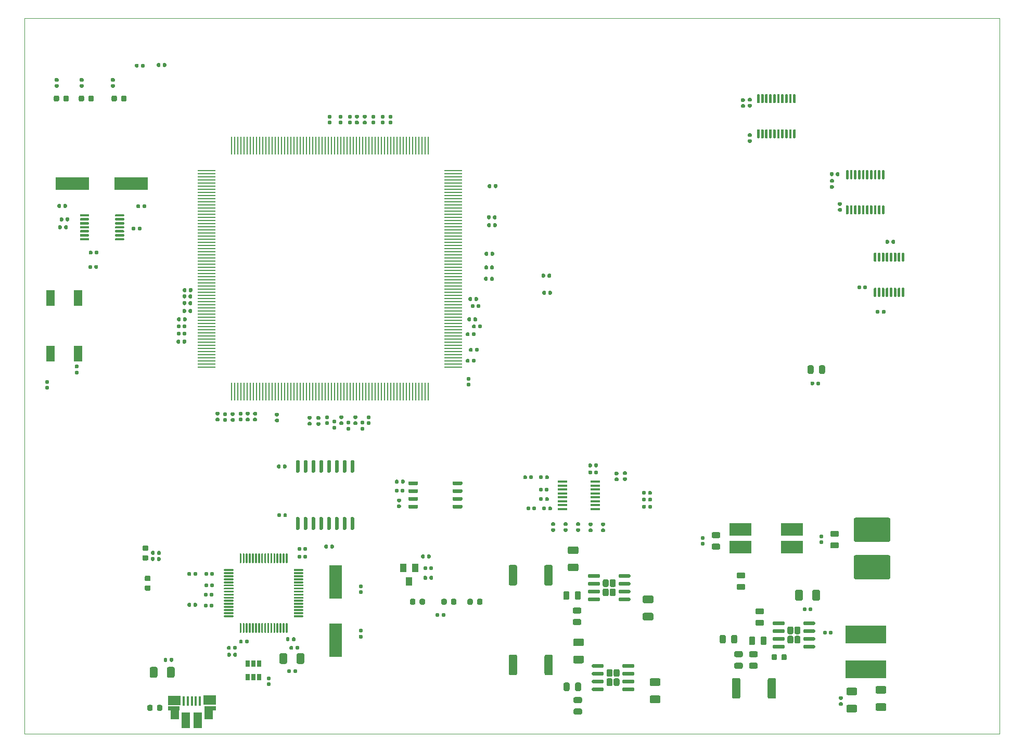
<source format=gbr>
G04 #@! TF.GenerationSoftware,KiCad,Pcbnew,5.1.6-c6e7f7d~87~ubuntu18.04.1*
G04 #@! TF.CreationDate,2020-08-14T22:19:40+05:30*
G04 #@! TF.ProjectId,Aardonyx,41617264-6f6e-4797-982e-6b696361645f,v1.0*
G04 #@! TF.SameCoordinates,Original*
G04 #@! TF.FileFunction,Paste,Top*
G04 #@! TF.FilePolarity,Positive*
%FSLAX46Y46*%
G04 Gerber Fmt 4.6, Leading zero omitted, Abs format (unit mm)*
G04 Created by KiCad (PCBNEW 5.1.6-c6e7f7d~87~ubuntu18.04.1) date 2020-08-14 22:19:40*
%MOMM*%
%LPD*%
G01*
G04 APERTURE LIST*
G04 #@! TA.AperFunction,Profile*
%ADD10C,0.100000*%
G04 #@! TD*
%ADD11R,5.500000X2.000000*%
%ADD12R,2.000000X5.500000*%
%ADD13R,1.400000X2.600000*%
%ADD14R,1.000000X1.400000*%
%ADD15R,1.430000X2.500000*%
%ADD16R,0.400000X1.650000*%
%ADD17R,2.000000X1.500000*%
%ADD18R,1.825000X0.700000*%
%ADD19R,1.350000X2.000000*%
%ADD20R,3.660000X2.085000*%
%ADD21R,6.600000X2.850000*%
%ADD22R,0.650000X1.060000*%
%ADD23R,0.240000X3.000000*%
%ADD24R,3.000000X0.240000*%
%ADD25R,1.600000X0.410000*%
G04 APERTURE END LIST*
D10*
X281706200Y-45680600D02*
X281706200Y-162210600D01*
X123106200Y-45680600D02*
X281706200Y-45680600D01*
X123106200Y-162210600D02*
X123106200Y-45680600D01*
X281706200Y-162210600D02*
X123106200Y-162210600D01*
G36*
G01*
X239724250Y-149742500D02*
X238811750Y-149742500D01*
G75*
G02*
X238568000Y-149498750I0J243750D01*
G01*
X238568000Y-149011250D01*
G75*
G02*
X238811750Y-148767500I243750J0D01*
G01*
X239724250Y-148767500D01*
G75*
G02*
X239968000Y-149011250I0J-243750D01*
G01*
X239968000Y-149498750D01*
G75*
G02*
X239724250Y-149742500I-243750J0D01*
G01*
G37*
G36*
G01*
X239724250Y-151617500D02*
X238811750Y-151617500D01*
G75*
G02*
X238568000Y-151373750I0J243750D01*
G01*
X238568000Y-150886250D01*
G75*
G02*
X238811750Y-150642500I243750J0D01*
G01*
X239724250Y-150642500D01*
G75*
G02*
X239968000Y-150886250I0J-243750D01*
G01*
X239968000Y-151373750D01*
G75*
G02*
X239724250Y-151617500I-243750J0D01*
G01*
G37*
G36*
G01*
X237167000Y-146355750D02*
X237167000Y-147268250D01*
G75*
G02*
X236923250Y-147512000I-243750J0D01*
G01*
X236435750Y-147512000D01*
G75*
G02*
X236192000Y-147268250I0J243750D01*
G01*
X236192000Y-146355750D01*
G75*
G02*
X236435750Y-146112000I243750J0D01*
G01*
X236923250Y-146112000D01*
G75*
G02*
X237167000Y-146355750I0J-243750D01*
G01*
G37*
G36*
G01*
X239042000Y-146355750D02*
X239042000Y-147268250D01*
G75*
G02*
X238798250Y-147512000I-243750J0D01*
G01*
X238310750Y-147512000D01*
G75*
G02*
X238067000Y-147268250I0J243750D01*
G01*
X238067000Y-146355750D01*
G75*
G02*
X238310750Y-146112000I243750J0D01*
G01*
X238798250Y-146112000D01*
G75*
G02*
X239042000Y-146355750I0J-243750D01*
G01*
G37*
G36*
G01*
X212522750Y-143530500D02*
X213435250Y-143530500D01*
G75*
G02*
X213679000Y-143774250I0J-243750D01*
G01*
X213679000Y-144261750D01*
G75*
G02*
X213435250Y-144505500I-243750J0D01*
G01*
X212522750Y-144505500D01*
G75*
G02*
X212279000Y-144261750I0J243750D01*
G01*
X212279000Y-143774250D01*
G75*
G02*
X212522750Y-143530500I243750J0D01*
G01*
G37*
G36*
G01*
X212522750Y-141655500D02*
X213435250Y-141655500D01*
G75*
G02*
X213679000Y-141899250I0J-243750D01*
G01*
X213679000Y-142386750D01*
G75*
G02*
X213435250Y-142630500I-243750J0D01*
G01*
X212522750Y-142630500D01*
G75*
G02*
X212279000Y-142386750I0J243750D01*
G01*
X212279000Y-141899250D01*
G75*
G02*
X212522750Y-141655500I243750J0D01*
G01*
G37*
G36*
G01*
X212618500Y-140156250D02*
X212618500Y-139243750D01*
G75*
G02*
X212862250Y-139000000I243750J0D01*
G01*
X213349750Y-139000000D01*
G75*
G02*
X213593500Y-139243750I0J-243750D01*
G01*
X213593500Y-140156250D01*
G75*
G02*
X213349750Y-140400000I-243750J0D01*
G01*
X212862250Y-140400000D01*
G75*
G02*
X212618500Y-140156250I0J243750D01*
G01*
G37*
G36*
G01*
X210743500Y-140156250D02*
X210743500Y-139243750D01*
G75*
G02*
X210987250Y-139000000I243750J0D01*
G01*
X211474750Y-139000000D01*
G75*
G02*
X211718500Y-139243750I0J-243750D01*
G01*
X211718500Y-140156250D01*
G75*
G02*
X211474750Y-140400000I-243750J0D01*
G01*
X210987250Y-140400000D01*
G75*
G02*
X210743500Y-140156250I0J243750D01*
G01*
G37*
G36*
G01*
X212649750Y-158105500D02*
X213562250Y-158105500D01*
G75*
G02*
X213806000Y-158349250I0J-243750D01*
G01*
X213806000Y-158836750D01*
G75*
G02*
X213562250Y-159080500I-243750J0D01*
G01*
X212649750Y-159080500D01*
G75*
G02*
X212406000Y-158836750I0J243750D01*
G01*
X212406000Y-158349250D01*
G75*
G02*
X212649750Y-158105500I243750J0D01*
G01*
G37*
G36*
G01*
X212649750Y-156230500D02*
X213562250Y-156230500D01*
G75*
G02*
X213806000Y-156474250I0J-243750D01*
G01*
X213806000Y-156961750D01*
G75*
G02*
X213562250Y-157205500I-243750J0D01*
G01*
X212649750Y-157205500D01*
G75*
G02*
X212406000Y-156961750I0J243750D01*
G01*
X212406000Y-156474250D01*
G75*
G02*
X212649750Y-156230500I243750J0D01*
G01*
G37*
G36*
G01*
X212667000Y-155015250D02*
X212667000Y-154102750D01*
G75*
G02*
X212910750Y-153859000I243750J0D01*
G01*
X213398250Y-153859000D01*
G75*
G02*
X213642000Y-154102750I0J-243750D01*
G01*
X213642000Y-155015250D01*
G75*
G02*
X213398250Y-155259000I-243750J0D01*
G01*
X212910750Y-155259000D01*
G75*
G02*
X212667000Y-155015250I0J243750D01*
G01*
G37*
G36*
G01*
X210792000Y-155015250D02*
X210792000Y-154102750D01*
G75*
G02*
X211035750Y-153859000I243750J0D01*
G01*
X211523250Y-153859000D01*
G75*
G02*
X211767000Y-154102750I0J-243750D01*
G01*
X211767000Y-155015250D01*
G75*
G02*
X211523250Y-155259000I-243750J0D01*
G01*
X211035750Y-155259000D01*
G75*
G02*
X210792000Y-155015250I0J243750D01*
G01*
G37*
G36*
G01*
X239192750Y-137815500D02*
X240105250Y-137815500D01*
G75*
G02*
X240349000Y-138059250I0J-243750D01*
G01*
X240349000Y-138546750D01*
G75*
G02*
X240105250Y-138790500I-243750J0D01*
G01*
X239192750Y-138790500D01*
G75*
G02*
X238949000Y-138546750I0J243750D01*
G01*
X238949000Y-138059250D01*
G75*
G02*
X239192750Y-137815500I243750J0D01*
G01*
G37*
G36*
G01*
X239192750Y-135940500D02*
X240105250Y-135940500D01*
G75*
G02*
X240349000Y-136184250I0J-243750D01*
G01*
X240349000Y-136671750D01*
G75*
G02*
X240105250Y-136915500I-243750J0D01*
G01*
X239192750Y-136915500D01*
G75*
G02*
X238949000Y-136671750I0J243750D01*
G01*
X238949000Y-136184250D01*
G75*
G02*
X239192750Y-135940500I243750J0D01*
G01*
G37*
G36*
G01*
X243153250Y-142757500D02*
X242240750Y-142757500D01*
G75*
G02*
X241997000Y-142513750I0J243750D01*
G01*
X241997000Y-142026250D01*
G75*
G02*
X242240750Y-141782500I243750J0D01*
G01*
X243153250Y-141782500D01*
G75*
G02*
X243397000Y-142026250I0J-243750D01*
G01*
X243397000Y-142513750D01*
G75*
G02*
X243153250Y-142757500I-243750J0D01*
G01*
G37*
G36*
G01*
X243153250Y-144632500D02*
X242240750Y-144632500D01*
G75*
G02*
X241997000Y-144388750I0J243750D01*
G01*
X241997000Y-143901250D01*
G75*
G02*
X242240750Y-143657500I243750J0D01*
G01*
X243153250Y-143657500D01*
G75*
G02*
X243397000Y-143901250I0J-243750D01*
G01*
X243397000Y-144388750D01*
G75*
G02*
X243153250Y-144632500I-243750J0D01*
G01*
G37*
G36*
G01*
X212969000Y-132953000D02*
X211719000Y-132953000D01*
G75*
G02*
X211469000Y-132703000I0J250000D01*
G01*
X211469000Y-131953000D01*
G75*
G02*
X211719000Y-131703000I250000J0D01*
G01*
X212969000Y-131703000D01*
G75*
G02*
X213219000Y-131953000I0J-250000D01*
G01*
X213219000Y-132703000D01*
G75*
G02*
X212969000Y-132953000I-250000J0D01*
G01*
G37*
G36*
G01*
X212969000Y-135753000D02*
X211719000Y-135753000D01*
G75*
G02*
X211469000Y-135503000I0J250000D01*
G01*
X211469000Y-134753000D01*
G75*
G02*
X211719000Y-134503000I250000J0D01*
G01*
X212969000Y-134503000D01*
G75*
G02*
X213219000Y-134753000I0J-250000D01*
G01*
X213219000Y-135503000D01*
G75*
G02*
X212969000Y-135753000I-250000J0D01*
G01*
G37*
G36*
G01*
X223911000Y-142510000D02*
X225161000Y-142510000D01*
G75*
G02*
X225411000Y-142760000I0J-250000D01*
G01*
X225411000Y-143510000D01*
G75*
G02*
X225161000Y-143760000I-250000J0D01*
G01*
X223911000Y-143760000D01*
G75*
G02*
X223661000Y-143510000I0J250000D01*
G01*
X223661000Y-142760000D01*
G75*
G02*
X223911000Y-142510000I250000J0D01*
G01*
G37*
G36*
G01*
X223911000Y-139710000D02*
X225161000Y-139710000D01*
G75*
G02*
X225411000Y-139960000I0J-250000D01*
G01*
X225411000Y-140710000D01*
G75*
G02*
X225161000Y-140960000I-250000J0D01*
G01*
X223911000Y-140960000D01*
G75*
G02*
X223661000Y-140710000I0J250000D01*
G01*
X223661000Y-139960000D01*
G75*
G02*
X223911000Y-139710000I250000J0D01*
G01*
G37*
G36*
G01*
X213858000Y-147945000D02*
X212608000Y-147945000D01*
G75*
G02*
X212358000Y-147695000I0J250000D01*
G01*
X212358000Y-146945000D01*
G75*
G02*
X212608000Y-146695000I250000J0D01*
G01*
X213858000Y-146695000D01*
G75*
G02*
X214108000Y-146945000I0J-250000D01*
G01*
X214108000Y-147695000D01*
G75*
G02*
X213858000Y-147945000I-250000J0D01*
G01*
G37*
G36*
G01*
X213858000Y-150745000D02*
X212608000Y-150745000D01*
G75*
G02*
X212358000Y-150495000I0J250000D01*
G01*
X212358000Y-149745000D01*
G75*
G02*
X212608000Y-149495000I250000J0D01*
G01*
X213858000Y-149495000D01*
G75*
G02*
X214108000Y-149745000I0J-250000D01*
G01*
X214108000Y-150495000D01*
G75*
G02*
X213858000Y-150745000I-250000J0D01*
G01*
G37*
G36*
G01*
X225054000Y-155972000D02*
X226304000Y-155972000D01*
G75*
G02*
X226554000Y-156222000I0J-250000D01*
G01*
X226554000Y-156972000D01*
G75*
G02*
X226304000Y-157222000I-250000J0D01*
G01*
X225054000Y-157222000D01*
G75*
G02*
X224804000Y-156972000I0J250000D01*
G01*
X224804000Y-156222000D01*
G75*
G02*
X225054000Y-155972000I250000J0D01*
G01*
G37*
G36*
G01*
X225054000Y-153172000D02*
X226304000Y-153172000D01*
G75*
G02*
X226554000Y-153422000I0J-250000D01*
G01*
X226554000Y-154172000D01*
G75*
G02*
X226304000Y-154422000I-250000J0D01*
G01*
X225054000Y-154422000D01*
G75*
G02*
X224804000Y-154172000I0J250000D01*
G01*
X224804000Y-153422000D01*
G75*
G02*
X225054000Y-153172000I250000J0D01*
G01*
G37*
G36*
G01*
X261807800Y-157236000D02*
X263057800Y-157236000D01*
G75*
G02*
X263307800Y-157486000I0J-250000D01*
G01*
X263307800Y-158236000D01*
G75*
G02*
X263057800Y-158486000I-250000J0D01*
G01*
X261807800Y-158486000D01*
G75*
G02*
X261557800Y-158236000I0J250000D01*
G01*
X261557800Y-157486000D01*
G75*
G02*
X261807800Y-157236000I250000J0D01*
G01*
G37*
G36*
G01*
X261807800Y-154436000D02*
X263057800Y-154436000D01*
G75*
G02*
X263307800Y-154686000I0J-250000D01*
G01*
X263307800Y-155436000D01*
G75*
G02*
X263057800Y-155686000I-250000J0D01*
G01*
X261807800Y-155686000D01*
G75*
G02*
X261557800Y-155436000I0J250000D01*
G01*
X261557800Y-154686000D01*
G75*
G02*
X261807800Y-154436000I250000J0D01*
G01*
G37*
G36*
G01*
X257058000Y-157490000D02*
X258308000Y-157490000D01*
G75*
G02*
X258558000Y-157740000I0J-250000D01*
G01*
X258558000Y-158490000D01*
G75*
G02*
X258308000Y-158740000I-250000J0D01*
G01*
X257058000Y-158740000D01*
G75*
G02*
X256808000Y-158490000I0J250000D01*
G01*
X256808000Y-157740000D01*
G75*
G02*
X257058000Y-157490000I250000J0D01*
G01*
G37*
G36*
G01*
X257058000Y-154690000D02*
X258308000Y-154690000D01*
G75*
G02*
X258558000Y-154940000I0J-250000D01*
G01*
X258558000Y-155690000D01*
G75*
G02*
X258308000Y-155940000I-250000J0D01*
G01*
X257058000Y-155940000D01*
G75*
G02*
X256808000Y-155690000I0J250000D01*
G01*
X256808000Y-154940000D01*
G75*
G02*
X257058000Y-154690000I250000J0D01*
G01*
G37*
G36*
G01*
X249719800Y-139024200D02*
X249719800Y-140274200D01*
G75*
G02*
X249469800Y-140524200I-250000J0D01*
G01*
X248719800Y-140524200D01*
G75*
G02*
X248469800Y-140274200I0J250000D01*
G01*
X248469800Y-139024200D01*
G75*
G02*
X248719800Y-138774200I250000J0D01*
G01*
X249469800Y-138774200D01*
G75*
G02*
X249719800Y-139024200I0J-250000D01*
G01*
G37*
G36*
G01*
X252519800Y-139024200D02*
X252519800Y-140274200D01*
G75*
G02*
X252269800Y-140524200I-250000J0D01*
G01*
X251519800Y-140524200D01*
G75*
G02*
X251269800Y-140274200I0J250000D01*
G01*
X251269800Y-139024200D01*
G75*
G02*
X251519800Y-138774200I250000J0D01*
G01*
X252269800Y-138774200D01*
G75*
G02*
X252519800Y-139024200I0J-250000D01*
G01*
G37*
G36*
G01*
X165798200Y-149336600D02*
X165798200Y-150586600D01*
G75*
G02*
X165548200Y-150836600I-250000J0D01*
G01*
X164798200Y-150836600D01*
G75*
G02*
X164548200Y-150586600I0J250000D01*
G01*
X164548200Y-149336600D01*
G75*
G02*
X164798200Y-149086600I250000J0D01*
G01*
X165548200Y-149086600D01*
G75*
G02*
X165798200Y-149336600I0J-250000D01*
G01*
G37*
G36*
G01*
X168598200Y-149336600D02*
X168598200Y-150586600D01*
G75*
G02*
X168348200Y-150836600I-250000J0D01*
G01*
X167598200Y-150836600D01*
G75*
G02*
X167348200Y-150586600I0J250000D01*
G01*
X167348200Y-149336600D01*
G75*
G02*
X167598200Y-149086600I250000J0D01*
G01*
X168348200Y-149086600D01*
G75*
G02*
X168598200Y-149336600I0J-250000D01*
G01*
G37*
G36*
G01*
X144705000Y-151575000D02*
X144705000Y-152825000D01*
G75*
G02*
X144455000Y-153075000I-250000J0D01*
G01*
X143705000Y-153075000D01*
G75*
G02*
X143455000Y-152825000I0J250000D01*
G01*
X143455000Y-151575000D01*
G75*
G02*
X143705000Y-151325000I250000J0D01*
G01*
X144455000Y-151325000D01*
G75*
G02*
X144705000Y-151575000I0J-250000D01*
G01*
G37*
G36*
G01*
X147505000Y-151575000D02*
X147505000Y-152825000D01*
G75*
G02*
X147255000Y-153075000I-250000J0D01*
G01*
X146505000Y-153075000D01*
G75*
G02*
X146255000Y-152825000I0J250000D01*
G01*
X146255000Y-151575000D01*
G75*
G02*
X146505000Y-151325000I250000J0D01*
G01*
X147255000Y-151325000D01*
G75*
G02*
X147505000Y-151575000I0J-250000D01*
G01*
G37*
G36*
G01*
X246222000Y-149989250D02*
X246222000Y-149476750D01*
G75*
G02*
X246440750Y-149258000I218750J0D01*
G01*
X246878250Y-149258000D01*
G75*
G02*
X247097000Y-149476750I0J-218750D01*
G01*
X247097000Y-149989250D01*
G75*
G02*
X246878250Y-150208000I-218750J0D01*
G01*
X246440750Y-150208000D01*
G75*
G02*
X246222000Y-149989250I0J218750D01*
G01*
G37*
G36*
G01*
X244647000Y-149989250D02*
X244647000Y-149476750D01*
G75*
G02*
X244865750Y-149258000I218750J0D01*
G01*
X245303250Y-149258000D01*
G75*
G02*
X245522000Y-149476750I0J-218750D01*
G01*
X245522000Y-149989250D01*
G75*
G02*
X245303250Y-150208000I-218750J0D01*
G01*
X244865750Y-150208000D01*
G75*
G02*
X244647000Y-149989250I0J218750D01*
G01*
G37*
G36*
G01*
X251464900Y-102464550D02*
X251464900Y-103377050D01*
G75*
G02*
X251221150Y-103620800I-243750J0D01*
G01*
X250733650Y-103620800D01*
G75*
G02*
X250489900Y-103377050I0J243750D01*
G01*
X250489900Y-102464550D01*
G75*
G02*
X250733650Y-102220800I243750J0D01*
G01*
X251221150Y-102220800D01*
G75*
G02*
X251464900Y-102464550I0J-243750D01*
G01*
G37*
G36*
G01*
X253339900Y-102464550D02*
X253339900Y-103377050D01*
G75*
G02*
X253096150Y-103620800I-243750J0D01*
G01*
X252608650Y-103620800D01*
G75*
G02*
X252364900Y-103377050I0J243750D01*
G01*
X252364900Y-102464550D01*
G75*
G02*
X252608650Y-102220800I243750J0D01*
G01*
X253096150Y-102220800D01*
G75*
G02*
X253339900Y-102464550I0J-243750D01*
G01*
G37*
G36*
G01*
X236041250Y-130360000D02*
X235128750Y-130360000D01*
G75*
G02*
X234885000Y-130116250I0J243750D01*
G01*
X234885000Y-129628750D01*
G75*
G02*
X235128750Y-129385000I243750J0D01*
G01*
X236041250Y-129385000D01*
G75*
G02*
X236285000Y-129628750I0J-243750D01*
G01*
X236285000Y-130116250D01*
G75*
G02*
X236041250Y-130360000I-243750J0D01*
G01*
G37*
G36*
G01*
X236041250Y-132235000D02*
X235128750Y-132235000D01*
G75*
G02*
X234885000Y-131991250I0J243750D01*
G01*
X234885000Y-131503750D01*
G75*
G02*
X235128750Y-131260000I243750J0D01*
G01*
X236041250Y-131260000D01*
G75*
G02*
X236285000Y-131503750I0J-243750D01*
G01*
X236285000Y-131991250D01*
G75*
G02*
X236041250Y-132235000I-243750J0D01*
G01*
G37*
G36*
G01*
X242137250Y-149742500D02*
X241224750Y-149742500D01*
G75*
G02*
X240981000Y-149498750I0J243750D01*
G01*
X240981000Y-149011250D01*
G75*
G02*
X241224750Y-148767500I243750J0D01*
G01*
X242137250Y-148767500D01*
G75*
G02*
X242381000Y-149011250I0J-243750D01*
G01*
X242381000Y-149498750D01*
G75*
G02*
X242137250Y-149742500I-243750J0D01*
G01*
G37*
G36*
G01*
X242137250Y-151617500D02*
X241224750Y-151617500D01*
G75*
G02*
X240981000Y-151373750I0J243750D01*
G01*
X240981000Y-150886250D01*
G75*
G02*
X241224750Y-150642500I243750J0D01*
G01*
X242137250Y-150642500D01*
G75*
G02*
X242381000Y-150886250I0J-243750D01*
G01*
X242381000Y-151373750D01*
G75*
G02*
X242137250Y-151617500I-243750J0D01*
G01*
G37*
G36*
G01*
X255345250Y-130154500D02*
X254432750Y-130154500D01*
G75*
G02*
X254189000Y-129910750I0J243750D01*
G01*
X254189000Y-129423250D01*
G75*
G02*
X254432750Y-129179500I243750J0D01*
G01*
X255345250Y-129179500D01*
G75*
G02*
X255589000Y-129423250I0J-243750D01*
G01*
X255589000Y-129910750D01*
G75*
G02*
X255345250Y-130154500I-243750J0D01*
G01*
G37*
G36*
G01*
X255345250Y-132029500D02*
X254432750Y-132029500D01*
G75*
G02*
X254189000Y-131785750I0J243750D01*
G01*
X254189000Y-131298250D01*
G75*
G02*
X254432750Y-131054500I243750J0D01*
G01*
X255345250Y-131054500D01*
G75*
G02*
X255589000Y-131298250I0J-243750D01*
G01*
X255589000Y-131785750D01*
G75*
G02*
X255345250Y-132029500I-243750J0D01*
G01*
G37*
G36*
G01*
X241944500Y-146609750D02*
X241944500Y-147522250D01*
G75*
G02*
X241700750Y-147766000I-243750J0D01*
G01*
X241213250Y-147766000D01*
G75*
G02*
X240969500Y-147522250I0J243750D01*
G01*
X240969500Y-146609750D01*
G75*
G02*
X241213250Y-146366000I243750J0D01*
G01*
X241700750Y-146366000D01*
G75*
G02*
X241944500Y-146609750I0J-243750D01*
G01*
G37*
G36*
G01*
X243819500Y-146609750D02*
X243819500Y-147522250D01*
G75*
G02*
X243575750Y-147766000I-243750J0D01*
G01*
X243088250Y-147766000D01*
G75*
G02*
X242844500Y-147522250I0J243750D01*
G01*
X242844500Y-146609750D01*
G75*
G02*
X243088250Y-146366000I243750J0D01*
G01*
X243575750Y-146366000D01*
G75*
G02*
X243819500Y-146609750I0J-243750D01*
G01*
G37*
G36*
G01*
X251549400Y-105008900D02*
X251549400Y-105353900D01*
G75*
G02*
X251401900Y-105501400I-147500J0D01*
G01*
X251106900Y-105501400D01*
G75*
G02*
X250959400Y-105353900I0J147500D01*
G01*
X250959400Y-105008900D01*
G75*
G02*
X251106900Y-104861400I147500J0D01*
G01*
X251401900Y-104861400D01*
G75*
G02*
X251549400Y-105008900I0J-147500D01*
G01*
G37*
G36*
G01*
X252519400Y-105008900D02*
X252519400Y-105353900D01*
G75*
G02*
X252371900Y-105501400I-147500J0D01*
G01*
X252076900Y-105501400D01*
G75*
G02*
X251929400Y-105353900I0J147500D01*
G01*
X251929400Y-105008900D01*
G75*
G02*
X252076900Y-104861400I147500J0D01*
G01*
X252371900Y-104861400D01*
G75*
G02*
X252519400Y-105008900I0J-147500D01*
G01*
G37*
G36*
G01*
X162641500Y-153860000D02*
X162986500Y-153860000D01*
G75*
G02*
X163134000Y-154007500I0J-147500D01*
G01*
X163134000Y-154302500D01*
G75*
G02*
X162986500Y-154450000I-147500J0D01*
G01*
X162641500Y-154450000D01*
G75*
G02*
X162494000Y-154302500I0J147500D01*
G01*
X162494000Y-154007500D01*
G75*
G02*
X162641500Y-153860000I147500J0D01*
G01*
G37*
G36*
G01*
X162641500Y-152890000D02*
X162986500Y-152890000D01*
G75*
G02*
X163134000Y-153037500I0J-147500D01*
G01*
X163134000Y-153332500D01*
G75*
G02*
X162986500Y-153480000I-147500J0D01*
G01*
X162641500Y-153480000D01*
G75*
G02*
X162494000Y-153332500I0J147500D01*
G01*
X162494000Y-153037500D01*
G75*
G02*
X162641500Y-152890000I147500J0D01*
G01*
G37*
G36*
G01*
X199308000Y-78307500D02*
X199308000Y-77962500D01*
G75*
G02*
X199455500Y-77815000I147500J0D01*
G01*
X199750500Y-77815000D01*
G75*
G02*
X199898000Y-77962500I0J-147500D01*
G01*
X199898000Y-78307500D01*
G75*
G02*
X199750500Y-78455000I-147500J0D01*
G01*
X199455500Y-78455000D01*
G75*
G02*
X199308000Y-78307500I0J147500D01*
G01*
G37*
G36*
G01*
X198338000Y-78307500D02*
X198338000Y-77962500D01*
G75*
G02*
X198485500Y-77815000I147500J0D01*
G01*
X198780500Y-77815000D01*
G75*
G02*
X198928000Y-77962500I0J-147500D01*
G01*
X198928000Y-78307500D01*
G75*
G02*
X198780500Y-78455000I-147500J0D01*
G01*
X198485500Y-78455000D01*
G75*
G02*
X198338000Y-78307500I0J147500D01*
G01*
G37*
G36*
G01*
X199331000Y-79577500D02*
X199331000Y-79232500D01*
G75*
G02*
X199478500Y-79085000I147500J0D01*
G01*
X199773500Y-79085000D01*
G75*
G02*
X199921000Y-79232500I0J-147500D01*
G01*
X199921000Y-79577500D01*
G75*
G02*
X199773500Y-79725000I-147500J0D01*
G01*
X199478500Y-79725000D01*
G75*
G02*
X199331000Y-79577500I0J147500D01*
G01*
G37*
G36*
G01*
X198361000Y-79577500D02*
X198361000Y-79232500D01*
G75*
G02*
X198508500Y-79085000I147500J0D01*
G01*
X198803500Y-79085000D01*
G75*
G02*
X198951000Y-79232500I0J-147500D01*
G01*
X198951000Y-79577500D01*
G75*
G02*
X198803500Y-79725000I-147500J0D01*
G01*
X198508500Y-79725000D01*
G75*
G02*
X198361000Y-79577500I0J147500D01*
G01*
G37*
G36*
G01*
X198892000Y-84233500D02*
X198892000Y-83888500D01*
G75*
G02*
X199039500Y-83741000I147500J0D01*
G01*
X199334500Y-83741000D01*
G75*
G02*
X199482000Y-83888500I0J-147500D01*
G01*
X199482000Y-84233500D01*
G75*
G02*
X199334500Y-84381000I-147500J0D01*
G01*
X199039500Y-84381000D01*
G75*
G02*
X198892000Y-84233500I0J147500D01*
G01*
G37*
G36*
G01*
X197922000Y-84233500D02*
X197922000Y-83888500D01*
G75*
G02*
X198069500Y-83741000I147500J0D01*
G01*
X198364500Y-83741000D01*
G75*
G02*
X198512000Y-83888500I0J-147500D01*
G01*
X198512000Y-84233500D01*
G75*
G02*
X198364500Y-84381000I-147500J0D01*
G01*
X198069500Y-84381000D01*
G75*
G02*
X197922000Y-84233500I0J147500D01*
G01*
G37*
G36*
G01*
X198867000Y-86463500D02*
X198867000Y-86118500D01*
G75*
G02*
X199014500Y-85971000I147500J0D01*
G01*
X199309500Y-85971000D01*
G75*
G02*
X199457000Y-86118500I0J-147500D01*
G01*
X199457000Y-86463500D01*
G75*
G02*
X199309500Y-86611000I-147500J0D01*
G01*
X199014500Y-86611000D01*
G75*
G02*
X198867000Y-86463500I0J147500D01*
G01*
G37*
G36*
G01*
X197897000Y-86463500D02*
X197897000Y-86118500D01*
G75*
G02*
X198044500Y-85971000I147500J0D01*
G01*
X198339500Y-85971000D01*
G75*
G02*
X198487000Y-86118500I0J-147500D01*
G01*
X198487000Y-86463500D01*
G75*
G02*
X198339500Y-86611000I-147500J0D01*
G01*
X198044500Y-86611000D01*
G75*
G02*
X197897000Y-86463500I0J147500D01*
G01*
G37*
G36*
G01*
X198837000Y-88323500D02*
X198837000Y-87978500D01*
G75*
G02*
X198984500Y-87831000I147500J0D01*
G01*
X199279500Y-87831000D01*
G75*
G02*
X199427000Y-87978500I0J-147500D01*
G01*
X199427000Y-88323500D01*
G75*
G02*
X199279500Y-88471000I-147500J0D01*
G01*
X198984500Y-88471000D01*
G75*
G02*
X198837000Y-88323500I0J147500D01*
G01*
G37*
G36*
G01*
X197867000Y-88323500D02*
X197867000Y-87978500D01*
G75*
G02*
X198014500Y-87831000I147500J0D01*
G01*
X198309500Y-87831000D01*
G75*
G02*
X198457000Y-87978500I0J-147500D01*
G01*
X198457000Y-88323500D01*
G75*
G02*
X198309500Y-88471000I-147500J0D01*
G01*
X198014500Y-88471000D01*
G75*
G02*
X197867000Y-88323500I0J147500D01*
G01*
G37*
G36*
G01*
X170718700Y-111467400D02*
X171063700Y-111467400D01*
G75*
G02*
X171211200Y-111614900I0J-147500D01*
G01*
X171211200Y-111909900D01*
G75*
G02*
X171063700Y-112057400I-147500J0D01*
G01*
X170718700Y-112057400D01*
G75*
G02*
X170571200Y-111909900I0J147500D01*
G01*
X170571200Y-111614900D01*
G75*
G02*
X170718700Y-111467400I147500J0D01*
G01*
G37*
G36*
G01*
X170718700Y-110497400D02*
X171063700Y-110497400D01*
G75*
G02*
X171211200Y-110644900I0J-147500D01*
G01*
X171211200Y-110939900D01*
G75*
G02*
X171063700Y-111087400I-147500J0D01*
G01*
X170718700Y-111087400D01*
G75*
G02*
X170571200Y-110939900I0J147500D01*
G01*
X170571200Y-110644900D01*
G75*
G02*
X170718700Y-110497400I147500J0D01*
G01*
G37*
G36*
G01*
X163969500Y-110911000D02*
X164314500Y-110911000D01*
G75*
G02*
X164462000Y-111058500I0J-147500D01*
G01*
X164462000Y-111353500D01*
G75*
G02*
X164314500Y-111501000I-147500J0D01*
G01*
X163969500Y-111501000D01*
G75*
G02*
X163822000Y-111353500I0J147500D01*
G01*
X163822000Y-111058500D01*
G75*
G02*
X163969500Y-110911000I147500J0D01*
G01*
G37*
G36*
G01*
X163969500Y-109941000D02*
X164314500Y-109941000D01*
G75*
G02*
X164462000Y-110088500I0J-147500D01*
G01*
X164462000Y-110383500D01*
G75*
G02*
X164314500Y-110531000I-147500J0D01*
G01*
X163969500Y-110531000D01*
G75*
G02*
X163822000Y-110383500I0J147500D01*
G01*
X163822000Y-110088500D01*
G75*
G02*
X163969500Y-109941000I147500J0D01*
G01*
G37*
G36*
G01*
X169296300Y-111436000D02*
X169641300Y-111436000D01*
G75*
G02*
X169788800Y-111583500I0J-147500D01*
G01*
X169788800Y-111878500D01*
G75*
G02*
X169641300Y-112026000I-147500J0D01*
G01*
X169296300Y-112026000D01*
G75*
G02*
X169148800Y-111878500I0J147500D01*
G01*
X169148800Y-111583500D01*
G75*
G02*
X169296300Y-111436000I147500J0D01*
G01*
G37*
G36*
G01*
X169296300Y-110466000D02*
X169641300Y-110466000D01*
G75*
G02*
X169788800Y-110613500I0J-147500D01*
G01*
X169788800Y-110908500D01*
G75*
G02*
X169641300Y-111056000I-147500J0D01*
G01*
X169296300Y-111056000D01*
G75*
G02*
X169148800Y-110908500I0J147500D01*
G01*
X169148800Y-110613500D01*
G75*
G02*
X169296300Y-110466000I147500J0D01*
G01*
G37*
G36*
G01*
X199422000Y-73213500D02*
X199422000Y-72868500D01*
G75*
G02*
X199569500Y-72721000I147500J0D01*
G01*
X199864500Y-72721000D01*
G75*
G02*
X200012000Y-72868500I0J-147500D01*
G01*
X200012000Y-73213500D01*
G75*
G02*
X199864500Y-73361000I-147500J0D01*
G01*
X199569500Y-73361000D01*
G75*
G02*
X199422000Y-73213500I0J147500D01*
G01*
G37*
G36*
G01*
X198452000Y-73213500D02*
X198452000Y-72868500D01*
G75*
G02*
X198599500Y-72721000I147500J0D01*
G01*
X198894500Y-72721000D01*
G75*
G02*
X199042000Y-72868500I0J-147500D01*
G01*
X199042000Y-73213500D01*
G75*
G02*
X198894500Y-73361000I-147500J0D01*
G01*
X198599500Y-73361000D01*
G75*
G02*
X198452000Y-73213500I0J147500D01*
G01*
G37*
G36*
G01*
X240145100Y-59336400D02*
X239800100Y-59336400D01*
G75*
G02*
X239652600Y-59188900I0J147500D01*
G01*
X239652600Y-58893900D01*
G75*
G02*
X239800100Y-58746400I147500J0D01*
G01*
X240145100Y-58746400D01*
G75*
G02*
X240292600Y-58893900I0J-147500D01*
G01*
X240292600Y-59188900D01*
G75*
G02*
X240145100Y-59336400I-147500J0D01*
G01*
G37*
G36*
G01*
X240145100Y-60306400D02*
X239800100Y-60306400D01*
G75*
G02*
X239652600Y-60158900I0J147500D01*
G01*
X239652600Y-59863900D01*
G75*
G02*
X239800100Y-59716400I147500J0D01*
G01*
X240145100Y-59716400D01*
G75*
G02*
X240292600Y-59863900I0J-147500D01*
G01*
X240292600Y-60158900D01*
G75*
G02*
X240145100Y-60306400I-147500J0D01*
G01*
G37*
G36*
G01*
X241269300Y-65037200D02*
X240924300Y-65037200D01*
G75*
G02*
X240776800Y-64889700I0J147500D01*
G01*
X240776800Y-64594700D01*
G75*
G02*
X240924300Y-64447200I147500J0D01*
G01*
X241269300Y-64447200D01*
G75*
G02*
X241416800Y-64594700I0J-147500D01*
G01*
X241416800Y-64889700D01*
G75*
G02*
X241269300Y-65037200I-147500J0D01*
G01*
G37*
G36*
G01*
X241269300Y-66007200D02*
X240924300Y-66007200D01*
G75*
G02*
X240776800Y-65859700I0J147500D01*
G01*
X240776800Y-65564700D01*
G75*
G02*
X240924300Y-65417200I147500J0D01*
G01*
X241269300Y-65417200D01*
G75*
G02*
X241416800Y-65564700I0J-147500D01*
G01*
X241416800Y-65859700D01*
G75*
G02*
X241269300Y-66007200I-147500J0D01*
G01*
G37*
G36*
G01*
X254284700Y-72884800D02*
X254629700Y-72884800D01*
G75*
G02*
X254777200Y-73032300I0J-147500D01*
G01*
X254777200Y-73327300D01*
G75*
G02*
X254629700Y-73474800I-147500J0D01*
G01*
X254284700Y-73474800D01*
G75*
G02*
X254137200Y-73327300I0J147500D01*
G01*
X254137200Y-73032300D01*
G75*
G02*
X254284700Y-72884800I147500J0D01*
G01*
G37*
G36*
G01*
X254284700Y-71914800D02*
X254629700Y-71914800D01*
G75*
G02*
X254777200Y-72062300I0J-147500D01*
G01*
X254777200Y-72357300D01*
G75*
G02*
X254629700Y-72504800I-147500J0D01*
G01*
X254284700Y-72504800D01*
G75*
G02*
X254137200Y-72357300I0J147500D01*
G01*
X254137200Y-72062300D01*
G75*
G02*
X254284700Y-71914800I147500J0D01*
G01*
G37*
G36*
G01*
X255580100Y-76618600D02*
X255925100Y-76618600D01*
G75*
G02*
X256072600Y-76766100I0J-147500D01*
G01*
X256072600Y-77061100D01*
G75*
G02*
X255925100Y-77208600I-147500J0D01*
G01*
X255580100Y-77208600D01*
G75*
G02*
X255432600Y-77061100I0J147500D01*
G01*
X255432600Y-76766100D01*
G75*
G02*
X255580100Y-76618600I147500J0D01*
G01*
G37*
G36*
G01*
X255580100Y-75648600D02*
X255925100Y-75648600D01*
G75*
G02*
X256072600Y-75796100I0J-147500D01*
G01*
X256072600Y-76091100D01*
G75*
G02*
X255925100Y-76238600I-147500J0D01*
G01*
X255580100Y-76238600D01*
G75*
G02*
X255432600Y-76091100I0J147500D01*
G01*
X255432600Y-75796100D01*
G75*
G02*
X255580100Y-75648600I147500J0D01*
G01*
G37*
G36*
G01*
X264145000Y-82282500D02*
X264145000Y-81937500D01*
G75*
G02*
X264292500Y-81790000I147500J0D01*
G01*
X264587500Y-81790000D01*
G75*
G02*
X264735000Y-81937500I0J-147500D01*
G01*
X264735000Y-82282500D01*
G75*
G02*
X264587500Y-82430000I-147500J0D01*
G01*
X264292500Y-82430000D01*
G75*
G02*
X264145000Y-82282500I0J147500D01*
G01*
G37*
G36*
G01*
X263175000Y-82282500D02*
X263175000Y-81937500D01*
G75*
G02*
X263322500Y-81790000I147500J0D01*
G01*
X263617500Y-81790000D01*
G75*
G02*
X263765000Y-81937500I0J-147500D01*
G01*
X263765000Y-82282500D01*
G75*
G02*
X263617500Y-82430000I-147500J0D01*
G01*
X263322500Y-82430000D01*
G75*
G02*
X263175000Y-82282500I0J147500D01*
G01*
G37*
G36*
G01*
X262572000Y-93695300D02*
X262572000Y-93350300D01*
G75*
G02*
X262719500Y-93202800I147500J0D01*
G01*
X263014500Y-93202800D01*
G75*
G02*
X263162000Y-93350300I0J-147500D01*
G01*
X263162000Y-93695300D01*
G75*
G02*
X263014500Y-93842800I-147500J0D01*
G01*
X262719500Y-93842800D01*
G75*
G02*
X262572000Y-93695300I0J147500D01*
G01*
G37*
G36*
G01*
X261602000Y-93695300D02*
X261602000Y-93350300D01*
G75*
G02*
X261749500Y-93202800I147500J0D01*
G01*
X262044500Y-93202800D01*
G75*
G02*
X262192000Y-93350300I0J-147500D01*
G01*
X262192000Y-93695300D01*
G75*
G02*
X262044500Y-93842800I-147500J0D01*
G01*
X261749500Y-93842800D01*
G75*
G02*
X261602000Y-93695300I0J147500D01*
G01*
G37*
G36*
G01*
X184195500Y-124498600D02*
X183850500Y-124498600D01*
G75*
G02*
X183703000Y-124351100I0J147500D01*
G01*
X183703000Y-124056100D01*
G75*
G02*
X183850500Y-123908600I147500J0D01*
G01*
X184195500Y-123908600D01*
G75*
G02*
X184343000Y-124056100I0J-147500D01*
G01*
X184343000Y-124351100D01*
G75*
G02*
X184195500Y-124498600I-147500J0D01*
G01*
G37*
G36*
G01*
X184195500Y-125468600D02*
X183850500Y-125468600D01*
G75*
G02*
X183703000Y-125321100I0J147500D01*
G01*
X183703000Y-125026100D01*
G75*
G02*
X183850500Y-124878600I147500J0D01*
G01*
X184195500Y-124878600D01*
G75*
G02*
X184343000Y-125026100I0J-147500D01*
G01*
X184343000Y-125321100D01*
G75*
G02*
X184195500Y-125468600I-147500J0D01*
G01*
G37*
G36*
G01*
X255732500Y-157058000D02*
X256077500Y-157058000D01*
G75*
G02*
X256225000Y-157205500I0J-147500D01*
G01*
X256225000Y-157500500D01*
G75*
G02*
X256077500Y-157648000I-147500J0D01*
G01*
X255732500Y-157648000D01*
G75*
G02*
X255585000Y-157500500I0J147500D01*
G01*
X255585000Y-157205500D01*
G75*
G02*
X255732500Y-157058000I147500J0D01*
G01*
G37*
G36*
G01*
X255732500Y-156088000D02*
X256077500Y-156088000D01*
G75*
G02*
X256225000Y-156235500I0J-147500D01*
G01*
X256225000Y-156530500D01*
G75*
G02*
X256077500Y-156678000I-147500J0D01*
G01*
X255732500Y-156678000D01*
G75*
G02*
X255585000Y-156530500I0J147500D01*
G01*
X255585000Y-156235500D01*
G75*
G02*
X255732500Y-156088000I147500J0D01*
G01*
G37*
G36*
G01*
X233598500Y-130597000D02*
X233253500Y-130597000D01*
G75*
G02*
X233106000Y-130449500I0J147500D01*
G01*
X233106000Y-130154500D01*
G75*
G02*
X233253500Y-130007000I147500J0D01*
G01*
X233598500Y-130007000D01*
G75*
G02*
X233746000Y-130154500I0J-147500D01*
G01*
X233746000Y-130449500D01*
G75*
G02*
X233598500Y-130597000I-147500J0D01*
G01*
G37*
G36*
G01*
X233598500Y-131567000D02*
X233253500Y-131567000D01*
G75*
G02*
X233106000Y-131419500I0J147500D01*
G01*
X233106000Y-131124500D01*
G75*
G02*
X233253500Y-130977000I147500J0D01*
G01*
X233598500Y-130977000D01*
G75*
G02*
X233746000Y-131124500I0J-147500D01*
G01*
X233746000Y-131419500D01*
G75*
G02*
X233598500Y-131567000I-147500J0D01*
G01*
G37*
G36*
G01*
X253986800Y-145917700D02*
X253986800Y-145572700D01*
G75*
G02*
X254134300Y-145425200I147500J0D01*
G01*
X254429300Y-145425200D01*
G75*
G02*
X254576800Y-145572700I0J-147500D01*
G01*
X254576800Y-145917700D01*
G75*
G02*
X254429300Y-146065200I-147500J0D01*
G01*
X254134300Y-146065200D01*
G75*
G02*
X253986800Y-145917700I0J147500D01*
G01*
G37*
G36*
G01*
X253016800Y-145917700D02*
X253016800Y-145572700D01*
G75*
G02*
X253164300Y-145425200I147500J0D01*
G01*
X253459300Y-145425200D01*
G75*
G02*
X253606800Y-145572700I0J-147500D01*
G01*
X253606800Y-145917700D01*
G75*
G02*
X253459300Y-146065200I-147500J0D01*
G01*
X253164300Y-146065200D01*
G75*
G02*
X253016800Y-145917700I0J147500D01*
G01*
G37*
G36*
G01*
X252902500Y-130343000D02*
X252557500Y-130343000D01*
G75*
G02*
X252410000Y-130195500I0J147500D01*
G01*
X252410000Y-129900500D01*
G75*
G02*
X252557500Y-129753000I147500J0D01*
G01*
X252902500Y-129753000D01*
G75*
G02*
X253050000Y-129900500I0J-147500D01*
G01*
X253050000Y-130195500D01*
G75*
G02*
X252902500Y-130343000I-147500J0D01*
G01*
G37*
G36*
G01*
X252902500Y-131313000D02*
X252557500Y-131313000D01*
G75*
G02*
X252410000Y-131165500I0J147500D01*
G01*
X252410000Y-130870500D01*
G75*
G02*
X252557500Y-130723000I147500J0D01*
G01*
X252902500Y-130723000D01*
G75*
G02*
X253050000Y-130870500I0J-147500D01*
G01*
X253050000Y-131165500D01*
G75*
G02*
X252902500Y-131313000I-147500J0D01*
G01*
G37*
G36*
G01*
X250304800Y-141762700D02*
X250304800Y-142107700D01*
G75*
G02*
X250157300Y-142255200I-147500J0D01*
G01*
X249862300Y-142255200D01*
G75*
G02*
X249714800Y-142107700I0J147500D01*
G01*
X249714800Y-141762700D01*
G75*
G02*
X249862300Y-141615200I147500J0D01*
G01*
X250157300Y-141615200D01*
G75*
G02*
X250304800Y-141762700I0J-147500D01*
G01*
G37*
G36*
G01*
X251274800Y-141762700D02*
X251274800Y-142107700D01*
G75*
G02*
X251127300Y-142255200I-147500J0D01*
G01*
X250832300Y-142255200D01*
G75*
G02*
X250684800Y-142107700I0J147500D01*
G01*
X250684800Y-141762700D01*
G75*
G02*
X250832300Y-141615200I147500J0D01*
G01*
X251127300Y-141615200D01*
G75*
G02*
X251274800Y-141762700I0J-147500D01*
G01*
G37*
G36*
G01*
X207785200Y-87457500D02*
X207785200Y-87802500D01*
G75*
G02*
X207637700Y-87950000I-147500J0D01*
G01*
X207342700Y-87950000D01*
G75*
G02*
X207195200Y-87802500I0J147500D01*
G01*
X207195200Y-87457500D01*
G75*
G02*
X207342700Y-87310000I147500J0D01*
G01*
X207637700Y-87310000D01*
G75*
G02*
X207785200Y-87457500I0J-147500D01*
G01*
G37*
G36*
G01*
X208755200Y-87457500D02*
X208755200Y-87802500D01*
G75*
G02*
X208607700Y-87950000I-147500J0D01*
G01*
X208312700Y-87950000D01*
G75*
G02*
X208165200Y-87802500I0J147500D01*
G01*
X208165200Y-87457500D01*
G75*
G02*
X208312700Y-87310000I147500J0D01*
G01*
X208607700Y-87310000D01*
G75*
G02*
X208755200Y-87457500I0J-147500D01*
G01*
G37*
G36*
G01*
X207914600Y-90251500D02*
X207914600Y-90596500D01*
G75*
G02*
X207767100Y-90744000I-147500J0D01*
G01*
X207472100Y-90744000D01*
G75*
G02*
X207324600Y-90596500I0J147500D01*
G01*
X207324600Y-90251500D01*
G75*
G02*
X207472100Y-90104000I147500J0D01*
G01*
X207767100Y-90104000D01*
G75*
G02*
X207914600Y-90251500I0J-147500D01*
G01*
G37*
G36*
G01*
X208884600Y-90251500D02*
X208884600Y-90596500D01*
G75*
G02*
X208737100Y-90744000I-147500J0D01*
G01*
X208442100Y-90744000D01*
G75*
G02*
X208294600Y-90596500I0J147500D01*
G01*
X208294600Y-90251500D01*
G75*
G02*
X208442100Y-90104000I147500J0D01*
G01*
X208737100Y-90104000D01*
G75*
G02*
X208884600Y-90251500I0J-147500D01*
G01*
G37*
G36*
G01*
X166583000Y-146984500D02*
X166583000Y-146639500D01*
G75*
G02*
X166730500Y-146492000I147500J0D01*
G01*
X167025500Y-146492000D01*
G75*
G02*
X167173000Y-146639500I0J-147500D01*
G01*
X167173000Y-146984500D01*
G75*
G02*
X167025500Y-147132000I-147500J0D01*
G01*
X166730500Y-147132000D01*
G75*
G02*
X166583000Y-146984500I0J147500D01*
G01*
G37*
G36*
G01*
X165613000Y-146984500D02*
X165613000Y-146639500D01*
G75*
G02*
X165760500Y-146492000I147500J0D01*
G01*
X166055500Y-146492000D01*
G75*
G02*
X166203000Y-146639500I0J-147500D01*
G01*
X166203000Y-146984500D01*
G75*
G02*
X166055500Y-147132000I-147500J0D01*
G01*
X165760500Y-147132000D01*
G75*
G02*
X165613000Y-146984500I0J147500D01*
G01*
G37*
G36*
G01*
X166792000Y-148036500D02*
X166792000Y-148381500D01*
G75*
G02*
X166644500Y-148529000I-147500J0D01*
G01*
X166349500Y-148529000D01*
G75*
G02*
X166202000Y-148381500I0J147500D01*
G01*
X166202000Y-148036500D01*
G75*
G02*
X166349500Y-147889000I147500J0D01*
G01*
X166644500Y-147889000D01*
G75*
G02*
X166792000Y-148036500I0J-147500D01*
G01*
G37*
G36*
G01*
X167762000Y-148036500D02*
X167762000Y-148381500D01*
G75*
G02*
X167614500Y-148529000I-147500J0D01*
G01*
X167319500Y-148529000D01*
G75*
G02*
X167172000Y-148381500I0J147500D01*
G01*
X167172000Y-148036500D01*
G75*
G02*
X167319500Y-147889000I147500J0D01*
G01*
X167614500Y-147889000D01*
G75*
G02*
X167762000Y-148036500I0J-147500D01*
G01*
G37*
G36*
G01*
X177627500Y-138874000D02*
X177972500Y-138874000D01*
G75*
G02*
X178120000Y-139021500I0J-147500D01*
G01*
X178120000Y-139316500D01*
G75*
G02*
X177972500Y-139464000I-147500J0D01*
G01*
X177627500Y-139464000D01*
G75*
G02*
X177480000Y-139316500I0J147500D01*
G01*
X177480000Y-139021500D01*
G75*
G02*
X177627500Y-138874000I147500J0D01*
G01*
G37*
G36*
G01*
X177627500Y-137904000D02*
X177972500Y-137904000D01*
G75*
G02*
X178120000Y-138051500I0J-147500D01*
G01*
X178120000Y-138346500D01*
G75*
G02*
X177972500Y-138494000I-147500J0D01*
G01*
X177627500Y-138494000D01*
G75*
G02*
X177480000Y-138346500I0J147500D01*
G01*
X177480000Y-138051500D01*
G75*
G02*
X177627500Y-137904000I147500J0D01*
G01*
G37*
G36*
G01*
X177972500Y-145710000D02*
X177627500Y-145710000D01*
G75*
G02*
X177480000Y-145562500I0J147500D01*
G01*
X177480000Y-145267500D01*
G75*
G02*
X177627500Y-145120000I147500J0D01*
G01*
X177972500Y-145120000D01*
G75*
G02*
X178120000Y-145267500I0J-147500D01*
G01*
X178120000Y-145562500D01*
G75*
G02*
X177972500Y-145710000I-147500J0D01*
G01*
G37*
G36*
G01*
X177972500Y-146680000D02*
X177627500Y-146680000D01*
G75*
G02*
X177480000Y-146532500I0J147500D01*
G01*
X177480000Y-146237500D01*
G75*
G02*
X177627500Y-146090000I147500J0D01*
G01*
X177972500Y-146090000D01*
G75*
G02*
X178120000Y-146237500I0J-147500D01*
G01*
X178120000Y-146532500D01*
G75*
G02*
X177972500Y-146680000I-147500J0D01*
G01*
G37*
G36*
G01*
X215405200Y-119486900D02*
X215405200Y-119831900D01*
G75*
G02*
X215257700Y-119979400I-147500J0D01*
G01*
X214962700Y-119979400D01*
G75*
G02*
X214815200Y-119831900I0J147500D01*
G01*
X214815200Y-119486900D01*
G75*
G02*
X214962700Y-119339400I147500J0D01*
G01*
X215257700Y-119339400D01*
G75*
G02*
X215405200Y-119486900I0J-147500D01*
G01*
G37*
G36*
G01*
X216375200Y-119486900D02*
X216375200Y-119831900D01*
G75*
G02*
X216227700Y-119979400I-147500J0D01*
G01*
X215932700Y-119979400D01*
G75*
G02*
X215785200Y-119831900I0J147500D01*
G01*
X215785200Y-119486900D01*
G75*
G02*
X215932700Y-119339400I147500J0D01*
G01*
X216227700Y-119339400D01*
G75*
G02*
X216375200Y-119486900I0J-147500D01*
G01*
G37*
G36*
G01*
X215402800Y-118343900D02*
X215402800Y-118688900D01*
G75*
G02*
X215255300Y-118836400I-147500J0D01*
G01*
X214960300Y-118836400D01*
G75*
G02*
X214812800Y-118688900I0J147500D01*
G01*
X214812800Y-118343900D01*
G75*
G02*
X214960300Y-118196400I147500J0D01*
G01*
X215255300Y-118196400D01*
G75*
G02*
X215402800Y-118343900I0J-147500D01*
G01*
G37*
G36*
G01*
X216372800Y-118343900D02*
X216372800Y-118688900D01*
G75*
G02*
X216225300Y-118836400I-147500J0D01*
G01*
X215930300Y-118836400D01*
G75*
G02*
X215782800Y-118688900I0J147500D01*
G01*
X215782800Y-118343900D01*
G75*
G02*
X215930300Y-118196400I147500J0D01*
G01*
X216225300Y-118196400D01*
G75*
G02*
X216372800Y-118343900I0J-147500D01*
G01*
G37*
G36*
G01*
X208920300Y-128764800D02*
X209265300Y-128764800D01*
G75*
G02*
X209412800Y-128912300I0J-147500D01*
G01*
X209412800Y-129207300D01*
G75*
G02*
X209265300Y-129354800I-147500J0D01*
G01*
X208920300Y-129354800D01*
G75*
G02*
X208772800Y-129207300I0J147500D01*
G01*
X208772800Y-128912300D01*
G75*
G02*
X208920300Y-128764800I147500J0D01*
G01*
G37*
G36*
G01*
X208920300Y-127794800D02*
X209265300Y-127794800D01*
G75*
G02*
X209412800Y-127942300I0J-147500D01*
G01*
X209412800Y-128237300D01*
G75*
G02*
X209265300Y-128384800I-147500J0D01*
G01*
X208920300Y-128384800D01*
G75*
G02*
X208772800Y-128237300I0J147500D01*
G01*
X208772800Y-127942300D01*
G75*
G02*
X208920300Y-127794800I147500J0D01*
G01*
G37*
G36*
G01*
X210952300Y-128741800D02*
X211297300Y-128741800D01*
G75*
G02*
X211444800Y-128889300I0J-147500D01*
G01*
X211444800Y-129184300D01*
G75*
G02*
X211297300Y-129331800I-147500J0D01*
G01*
X210952300Y-129331800D01*
G75*
G02*
X210804800Y-129184300I0J147500D01*
G01*
X210804800Y-128889300D01*
G75*
G02*
X210952300Y-128741800I147500J0D01*
G01*
G37*
G36*
G01*
X210952300Y-127771800D02*
X211297300Y-127771800D01*
G75*
G02*
X211444800Y-127919300I0J-147500D01*
G01*
X211444800Y-128214300D01*
G75*
G02*
X211297300Y-128361800I-147500J0D01*
G01*
X210952300Y-128361800D01*
G75*
G02*
X210804800Y-128214300I0J147500D01*
G01*
X210804800Y-127919300D01*
G75*
G02*
X210952300Y-127771800I147500J0D01*
G01*
G37*
G36*
G01*
X212984300Y-128764800D02*
X213329300Y-128764800D01*
G75*
G02*
X213476800Y-128912300I0J-147500D01*
G01*
X213476800Y-129207300D01*
G75*
G02*
X213329300Y-129354800I-147500J0D01*
G01*
X212984300Y-129354800D01*
G75*
G02*
X212836800Y-129207300I0J147500D01*
G01*
X212836800Y-128912300D01*
G75*
G02*
X212984300Y-128764800I147500J0D01*
G01*
G37*
G36*
G01*
X212984300Y-127794800D02*
X213329300Y-127794800D01*
G75*
G02*
X213476800Y-127942300I0J-147500D01*
G01*
X213476800Y-128237300D01*
G75*
G02*
X213329300Y-128384800I-147500J0D01*
G01*
X212984300Y-128384800D01*
G75*
G02*
X212836800Y-128237300I0J147500D01*
G01*
X212836800Y-127942300D01*
G75*
G02*
X212984300Y-127794800I147500J0D01*
G01*
G37*
G36*
G01*
X215016300Y-128787800D02*
X215361300Y-128787800D01*
G75*
G02*
X215508800Y-128935300I0J-147500D01*
G01*
X215508800Y-129230300D01*
G75*
G02*
X215361300Y-129377800I-147500J0D01*
G01*
X215016300Y-129377800D01*
G75*
G02*
X214868800Y-129230300I0J147500D01*
G01*
X214868800Y-128935300D01*
G75*
G02*
X215016300Y-128787800I147500J0D01*
G01*
G37*
G36*
G01*
X215016300Y-127817800D02*
X215361300Y-127817800D01*
G75*
G02*
X215508800Y-127965300I0J-147500D01*
G01*
X215508800Y-128260300D01*
G75*
G02*
X215361300Y-128407800I-147500J0D01*
G01*
X215016300Y-128407800D01*
G75*
G02*
X214868800Y-128260300I0J147500D01*
G01*
X214868800Y-127965300D01*
G75*
G02*
X215016300Y-127817800I147500J0D01*
G01*
G37*
G36*
G01*
X217048300Y-128787800D02*
X217393300Y-128787800D01*
G75*
G02*
X217540800Y-128935300I0J-147500D01*
G01*
X217540800Y-129230300D01*
G75*
G02*
X217393300Y-129377800I-147500J0D01*
G01*
X217048300Y-129377800D01*
G75*
G02*
X216900800Y-129230300I0J147500D01*
G01*
X216900800Y-128935300D01*
G75*
G02*
X217048300Y-128787800I147500J0D01*
G01*
G37*
G36*
G01*
X217048300Y-127817800D02*
X217393300Y-127817800D01*
G75*
G02*
X217540800Y-127965300I0J-147500D01*
G01*
X217540800Y-128260300D01*
G75*
G02*
X217393300Y-128407800I-147500J0D01*
G01*
X217048300Y-128407800D01*
G75*
G02*
X216900800Y-128260300I0J147500D01*
G01*
X216900800Y-127965300D01*
G75*
G02*
X217048300Y-127817800I147500J0D01*
G01*
G37*
G36*
G01*
X158583000Y-147020500D02*
X158583000Y-147365500D01*
G75*
G02*
X158435500Y-147513000I-147500J0D01*
G01*
X158140500Y-147513000D01*
G75*
G02*
X157993000Y-147365500I0J147500D01*
G01*
X157993000Y-147020500D01*
G75*
G02*
X158140500Y-146873000I147500J0D01*
G01*
X158435500Y-146873000D01*
G75*
G02*
X158583000Y-147020500I0J-147500D01*
G01*
G37*
G36*
G01*
X159553000Y-147020500D02*
X159553000Y-147365500D01*
G75*
G02*
X159405500Y-147513000I-147500J0D01*
G01*
X159110500Y-147513000D01*
G75*
G02*
X158963000Y-147365500I0J147500D01*
G01*
X158963000Y-147020500D01*
G75*
G02*
X159110500Y-146873000I147500J0D01*
G01*
X159405500Y-146873000D01*
G75*
G02*
X159553000Y-147020500I0J-147500D01*
G01*
G37*
G36*
G01*
X129019800Y-76103700D02*
X129019800Y-76448700D01*
G75*
G02*
X128872300Y-76596200I-147500J0D01*
G01*
X128577300Y-76596200D01*
G75*
G02*
X128429800Y-76448700I0J147500D01*
G01*
X128429800Y-76103700D01*
G75*
G02*
X128577300Y-75956200I147500J0D01*
G01*
X128872300Y-75956200D01*
G75*
G02*
X129019800Y-76103700I0J-147500D01*
G01*
G37*
G36*
G01*
X129989800Y-76103700D02*
X129989800Y-76448700D01*
G75*
G02*
X129842300Y-76596200I-147500J0D01*
G01*
X129547300Y-76596200D01*
G75*
G02*
X129399800Y-76448700I0J147500D01*
G01*
X129399800Y-76103700D01*
G75*
G02*
X129547300Y-75956200I147500J0D01*
G01*
X129842300Y-75956200D01*
G75*
G02*
X129989800Y-76103700I0J-147500D01*
G01*
G37*
G36*
G01*
X142275200Y-76499500D02*
X142275200Y-76154500D01*
G75*
G02*
X142422700Y-76007000I147500J0D01*
G01*
X142717700Y-76007000D01*
G75*
G02*
X142865200Y-76154500I0J-147500D01*
G01*
X142865200Y-76499500D01*
G75*
G02*
X142717700Y-76647000I-147500J0D01*
G01*
X142422700Y-76647000D01*
G75*
G02*
X142275200Y-76499500I0J147500D01*
G01*
G37*
G36*
G01*
X141305200Y-76499500D02*
X141305200Y-76154500D01*
G75*
G02*
X141452700Y-76007000I147500J0D01*
G01*
X141747700Y-76007000D01*
G75*
G02*
X141895200Y-76154500I0J-147500D01*
G01*
X141895200Y-76499500D01*
G75*
G02*
X141747700Y-76647000I-147500J0D01*
G01*
X141452700Y-76647000D01*
G75*
G02*
X141305200Y-76499500I0J147500D01*
G01*
G37*
G36*
G01*
X174452500Y-111338000D02*
X174797500Y-111338000D01*
G75*
G02*
X174945000Y-111485500I0J-147500D01*
G01*
X174945000Y-111780500D01*
G75*
G02*
X174797500Y-111928000I-147500J0D01*
G01*
X174452500Y-111928000D01*
G75*
G02*
X174305000Y-111780500I0J147500D01*
G01*
X174305000Y-111485500D01*
G75*
G02*
X174452500Y-111338000I147500J0D01*
G01*
G37*
G36*
G01*
X174452500Y-110368000D02*
X174797500Y-110368000D01*
G75*
G02*
X174945000Y-110515500I0J-147500D01*
G01*
X174945000Y-110810500D01*
G75*
G02*
X174797500Y-110958000I-147500J0D01*
G01*
X174452500Y-110958000D01*
G75*
G02*
X174305000Y-110810500I0J147500D01*
G01*
X174305000Y-110515500D01*
G75*
G02*
X174452500Y-110368000I147500J0D01*
G01*
G37*
G36*
G01*
X126578700Y-105584400D02*
X126923700Y-105584400D01*
G75*
G02*
X127071200Y-105731900I0J-147500D01*
G01*
X127071200Y-106026900D01*
G75*
G02*
X126923700Y-106174400I-147500J0D01*
G01*
X126578700Y-106174400D01*
G75*
G02*
X126431200Y-106026900I0J147500D01*
G01*
X126431200Y-105731900D01*
G75*
G02*
X126578700Y-105584400I147500J0D01*
G01*
G37*
G36*
G01*
X126578700Y-104614400D02*
X126923700Y-104614400D01*
G75*
G02*
X127071200Y-104761900I0J-147500D01*
G01*
X127071200Y-105056900D01*
G75*
G02*
X126923700Y-105204400I-147500J0D01*
G01*
X126578700Y-105204400D01*
G75*
G02*
X126431200Y-105056900I0J147500D01*
G01*
X126431200Y-104761900D01*
G75*
G02*
X126578700Y-104614400I147500J0D01*
G01*
G37*
G36*
G01*
X195494000Y-101300500D02*
X195494000Y-101645500D01*
G75*
G02*
X195346500Y-101793000I-147500J0D01*
G01*
X195051500Y-101793000D01*
G75*
G02*
X194904000Y-101645500I0J147500D01*
G01*
X194904000Y-101300500D01*
G75*
G02*
X195051500Y-101153000I147500J0D01*
G01*
X195346500Y-101153000D01*
G75*
G02*
X195494000Y-101300500I0J-147500D01*
G01*
G37*
G36*
G01*
X196464000Y-101300500D02*
X196464000Y-101645500D01*
G75*
G02*
X196316500Y-101793000I-147500J0D01*
G01*
X196021500Y-101793000D01*
G75*
G02*
X195874000Y-101645500I0J147500D01*
G01*
X195874000Y-101300500D01*
G75*
G02*
X196021500Y-101153000I147500J0D01*
G01*
X196316500Y-101153000D01*
G75*
G02*
X196464000Y-101300500I0J-147500D01*
G01*
G37*
G36*
G01*
X196002000Y-99522500D02*
X196002000Y-99867500D01*
G75*
G02*
X195854500Y-100015000I-147500J0D01*
G01*
X195559500Y-100015000D01*
G75*
G02*
X195412000Y-99867500I0J147500D01*
G01*
X195412000Y-99522500D01*
G75*
G02*
X195559500Y-99375000I147500J0D01*
G01*
X195854500Y-99375000D01*
G75*
G02*
X196002000Y-99522500I0J-147500D01*
G01*
G37*
G36*
G01*
X196972000Y-99522500D02*
X196972000Y-99867500D01*
G75*
G02*
X196824500Y-100015000I-147500J0D01*
G01*
X196529500Y-100015000D01*
G75*
G02*
X196382000Y-99867500I0J147500D01*
G01*
X196382000Y-99522500D01*
G75*
G02*
X196529500Y-99375000I147500J0D01*
G01*
X196824500Y-99375000D01*
G75*
G02*
X196972000Y-99522500I0J-147500D01*
G01*
G37*
G36*
G01*
X196510000Y-95712500D02*
X196510000Y-96057500D01*
G75*
G02*
X196362500Y-96205000I-147500J0D01*
G01*
X196067500Y-96205000D01*
G75*
G02*
X195920000Y-96057500I0J147500D01*
G01*
X195920000Y-95712500D01*
G75*
G02*
X196067500Y-95565000I147500J0D01*
G01*
X196362500Y-95565000D01*
G75*
G02*
X196510000Y-95712500I0J-147500D01*
G01*
G37*
G36*
G01*
X197480000Y-95712500D02*
X197480000Y-96057500D01*
G75*
G02*
X197332500Y-96205000I-147500J0D01*
G01*
X197037500Y-96205000D01*
G75*
G02*
X196890000Y-96057500I0J147500D01*
G01*
X196890000Y-95712500D01*
G75*
G02*
X197037500Y-95565000I147500J0D01*
G01*
X197332500Y-95565000D01*
G75*
G02*
X197480000Y-95712500I0J-147500D01*
G01*
G37*
G36*
G01*
X195494000Y-96982500D02*
X195494000Y-97327500D01*
G75*
G02*
X195346500Y-97475000I-147500J0D01*
G01*
X195051500Y-97475000D01*
G75*
G02*
X194904000Y-97327500I0J147500D01*
G01*
X194904000Y-96982500D01*
G75*
G02*
X195051500Y-96835000I147500J0D01*
G01*
X195346500Y-96835000D01*
G75*
G02*
X195494000Y-96982500I0J-147500D01*
G01*
G37*
G36*
G01*
X196464000Y-96982500D02*
X196464000Y-97327500D01*
G75*
G02*
X196316500Y-97475000I-147500J0D01*
G01*
X196021500Y-97475000D01*
G75*
G02*
X195874000Y-97327500I0J147500D01*
G01*
X195874000Y-96982500D01*
G75*
G02*
X196021500Y-96835000I147500J0D01*
G01*
X196316500Y-96835000D01*
G75*
G02*
X196464000Y-96982500I0J-147500D01*
G01*
G37*
G36*
G01*
X195748000Y-94569500D02*
X195748000Y-94914500D01*
G75*
G02*
X195600500Y-95062000I-147500J0D01*
G01*
X195305500Y-95062000D01*
G75*
G02*
X195158000Y-94914500I0J147500D01*
G01*
X195158000Y-94569500D01*
G75*
G02*
X195305500Y-94422000I147500J0D01*
G01*
X195600500Y-94422000D01*
G75*
G02*
X195748000Y-94569500I0J-147500D01*
G01*
G37*
G36*
G01*
X196718000Y-94569500D02*
X196718000Y-94914500D01*
G75*
G02*
X196570500Y-95062000I-147500J0D01*
G01*
X196275500Y-95062000D01*
G75*
G02*
X196128000Y-94914500I0J147500D01*
G01*
X196128000Y-94569500D01*
G75*
G02*
X196275500Y-94422000I147500J0D01*
G01*
X196570500Y-94422000D01*
G75*
G02*
X196718000Y-94569500I0J-147500D01*
G01*
G37*
G36*
G01*
X196279000Y-92410500D02*
X196279000Y-92755500D01*
G75*
G02*
X196131500Y-92903000I-147500J0D01*
G01*
X195836500Y-92903000D01*
G75*
G02*
X195689000Y-92755500I0J147500D01*
G01*
X195689000Y-92410500D01*
G75*
G02*
X195836500Y-92263000I147500J0D01*
G01*
X196131500Y-92263000D01*
G75*
G02*
X196279000Y-92410500I0J-147500D01*
G01*
G37*
G36*
G01*
X197249000Y-92410500D02*
X197249000Y-92755500D01*
G75*
G02*
X197101500Y-92903000I-147500J0D01*
G01*
X196806500Y-92903000D01*
G75*
G02*
X196659000Y-92755500I0J147500D01*
G01*
X196659000Y-92410500D01*
G75*
G02*
X196806500Y-92263000I147500J0D01*
G01*
X197101500Y-92263000D01*
G75*
G02*
X197249000Y-92410500I0J-147500D01*
G01*
G37*
G36*
G01*
X195898000Y-91267500D02*
X195898000Y-91612500D01*
G75*
G02*
X195750500Y-91760000I-147500J0D01*
G01*
X195455500Y-91760000D01*
G75*
G02*
X195308000Y-91612500I0J147500D01*
G01*
X195308000Y-91267500D01*
G75*
G02*
X195455500Y-91120000I147500J0D01*
G01*
X195750500Y-91120000D01*
G75*
G02*
X195898000Y-91267500I0J-147500D01*
G01*
G37*
G36*
G01*
X196868000Y-91267500D02*
X196868000Y-91612500D01*
G75*
G02*
X196720500Y-91760000I-147500J0D01*
G01*
X196425500Y-91760000D01*
G75*
G02*
X196278000Y-91612500I0J147500D01*
G01*
X196278000Y-91267500D01*
G75*
G02*
X196425500Y-91120000I147500J0D01*
G01*
X196720500Y-91120000D01*
G75*
G02*
X196868000Y-91267500I0J-147500D01*
G01*
G37*
G36*
G01*
X154659500Y-110383000D02*
X154314500Y-110383000D01*
G75*
G02*
X154167000Y-110235500I0J147500D01*
G01*
X154167000Y-109940500D01*
G75*
G02*
X154314500Y-109793000I147500J0D01*
G01*
X154659500Y-109793000D01*
G75*
G02*
X154807000Y-109940500I0J-147500D01*
G01*
X154807000Y-110235500D01*
G75*
G02*
X154659500Y-110383000I-147500J0D01*
G01*
G37*
G36*
G01*
X154659500Y-111353000D02*
X154314500Y-111353000D01*
G75*
G02*
X154167000Y-111205500I0J147500D01*
G01*
X154167000Y-110910500D01*
G75*
G02*
X154314500Y-110763000I147500J0D01*
G01*
X154659500Y-110763000D01*
G75*
G02*
X154807000Y-110910500I0J-147500D01*
G01*
X154807000Y-111205500D01*
G75*
G02*
X154659500Y-111353000I-147500J0D01*
G01*
G37*
G36*
G01*
X159557500Y-110376000D02*
X159212500Y-110376000D01*
G75*
G02*
X159065000Y-110228500I0J147500D01*
G01*
X159065000Y-109933500D01*
G75*
G02*
X159212500Y-109786000I147500J0D01*
G01*
X159557500Y-109786000D01*
G75*
G02*
X159705000Y-109933500I0J-147500D01*
G01*
X159705000Y-110228500D01*
G75*
G02*
X159557500Y-110376000I-147500J0D01*
G01*
G37*
G36*
G01*
X159557500Y-111346000D02*
X159212500Y-111346000D01*
G75*
G02*
X159065000Y-111198500I0J147500D01*
G01*
X159065000Y-110903500D01*
G75*
G02*
X159212500Y-110756000I147500J0D01*
G01*
X159557500Y-110756000D01*
G75*
G02*
X159705000Y-110903500I0J-147500D01*
G01*
X159705000Y-111198500D01*
G75*
G02*
X159557500Y-111346000I-147500J0D01*
G01*
G37*
G36*
G01*
X155874500Y-110466000D02*
X155529500Y-110466000D01*
G75*
G02*
X155382000Y-110318500I0J147500D01*
G01*
X155382000Y-110023500D01*
G75*
G02*
X155529500Y-109876000I147500J0D01*
G01*
X155874500Y-109876000D01*
G75*
G02*
X156022000Y-110023500I0J-147500D01*
G01*
X156022000Y-110318500D01*
G75*
G02*
X155874500Y-110466000I-147500J0D01*
G01*
G37*
G36*
G01*
X155874500Y-111436000D02*
X155529500Y-111436000D01*
G75*
G02*
X155382000Y-111288500I0J147500D01*
G01*
X155382000Y-110993500D01*
G75*
G02*
X155529500Y-110846000I147500J0D01*
G01*
X155874500Y-110846000D01*
G75*
G02*
X156022000Y-110993500I0J-147500D01*
G01*
X156022000Y-111288500D01*
G75*
G02*
X155874500Y-111436000I-147500J0D01*
G01*
G37*
G36*
G01*
X157114500Y-110441000D02*
X156769500Y-110441000D01*
G75*
G02*
X156622000Y-110293500I0J147500D01*
G01*
X156622000Y-109998500D01*
G75*
G02*
X156769500Y-109851000I147500J0D01*
G01*
X157114500Y-109851000D01*
G75*
G02*
X157262000Y-109998500I0J-147500D01*
G01*
X157262000Y-110293500D01*
G75*
G02*
X157114500Y-110441000I-147500J0D01*
G01*
G37*
G36*
G01*
X157114500Y-111411000D02*
X156769500Y-111411000D01*
G75*
G02*
X156622000Y-111263500I0J147500D01*
G01*
X156622000Y-110968500D01*
G75*
G02*
X156769500Y-110821000I147500J0D01*
G01*
X157114500Y-110821000D01*
G75*
G02*
X157262000Y-110968500I0J-147500D01*
G01*
X157262000Y-111263500D01*
G75*
G02*
X157114500Y-111411000I-147500J0D01*
G01*
G37*
G36*
G01*
X160767500Y-110386000D02*
X160422500Y-110386000D01*
G75*
G02*
X160275000Y-110238500I0J147500D01*
G01*
X160275000Y-109943500D01*
G75*
G02*
X160422500Y-109796000I147500J0D01*
G01*
X160767500Y-109796000D01*
G75*
G02*
X160915000Y-109943500I0J-147500D01*
G01*
X160915000Y-110238500D01*
G75*
G02*
X160767500Y-110386000I-147500J0D01*
G01*
G37*
G36*
G01*
X160767500Y-111356000D02*
X160422500Y-111356000D01*
G75*
G02*
X160275000Y-111208500I0J147500D01*
G01*
X160275000Y-110913500D01*
G75*
G02*
X160422500Y-110766000I147500J0D01*
G01*
X160767500Y-110766000D01*
G75*
G02*
X160915000Y-110913500I0J-147500D01*
G01*
X160915000Y-111208500D01*
G75*
G02*
X160767500Y-111356000I-147500J0D01*
G01*
G37*
G36*
G01*
X158417500Y-110381000D02*
X158072500Y-110381000D01*
G75*
G02*
X157925000Y-110233500I0J147500D01*
G01*
X157925000Y-109938500D01*
G75*
G02*
X158072500Y-109791000I147500J0D01*
G01*
X158417500Y-109791000D01*
G75*
G02*
X158565000Y-109938500I0J-147500D01*
G01*
X158565000Y-110233500D01*
G75*
G02*
X158417500Y-110381000I-147500J0D01*
G01*
G37*
G36*
G01*
X158417500Y-111351000D02*
X158072500Y-111351000D01*
G75*
G02*
X157925000Y-111203500I0J147500D01*
G01*
X157925000Y-110908500D01*
G75*
G02*
X158072500Y-110761000I147500J0D01*
G01*
X158417500Y-110761000D01*
G75*
G02*
X158565000Y-110908500I0J-147500D01*
G01*
X158565000Y-111203500D01*
G75*
G02*
X158417500Y-111351000I-147500J0D01*
G01*
G37*
G36*
G01*
X178607500Y-62040000D02*
X178262500Y-62040000D01*
G75*
G02*
X178115000Y-61892500I0J147500D01*
G01*
X178115000Y-61597500D01*
G75*
G02*
X178262500Y-61450000I147500J0D01*
G01*
X178607500Y-61450000D01*
G75*
G02*
X178755000Y-61597500I0J-147500D01*
G01*
X178755000Y-61892500D01*
G75*
G02*
X178607500Y-62040000I-147500J0D01*
G01*
G37*
G36*
G01*
X178607500Y-63010000D02*
X178262500Y-63010000D01*
G75*
G02*
X178115000Y-62862500I0J147500D01*
G01*
X178115000Y-62567500D01*
G75*
G02*
X178262500Y-62420000I147500J0D01*
G01*
X178607500Y-62420000D01*
G75*
G02*
X178755000Y-62567500I0J-147500D01*
G01*
X178755000Y-62862500D01*
G75*
G02*
X178607500Y-63010000I-147500J0D01*
G01*
G37*
G36*
G01*
X180004500Y-62040000D02*
X179659500Y-62040000D01*
G75*
G02*
X179512000Y-61892500I0J147500D01*
G01*
X179512000Y-61597500D01*
G75*
G02*
X179659500Y-61450000I147500J0D01*
G01*
X180004500Y-61450000D01*
G75*
G02*
X180152000Y-61597500I0J-147500D01*
G01*
X180152000Y-61892500D01*
G75*
G02*
X180004500Y-62040000I-147500J0D01*
G01*
G37*
G36*
G01*
X180004500Y-63010000D02*
X179659500Y-63010000D01*
G75*
G02*
X179512000Y-62862500I0J147500D01*
G01*
X179512000Y-62567500D01*
G75*
G02*
X179659500Y-62420000I147500J0D01*
G01*
X180004500Y-62420000D01*
G75*
G02*
X180152000Y-62567500I0J-147500D01*
G01*
X180152000Y-62862500D01*
G75*
G02*
X180004500Y-63010000I-147500J0D01*
G01*
G37*
G36*
G01*
X181528500Y-62040000D02*
X181183500Y-62040000D01*
G75*
G02*
X181036000Y-61892500I0J147500D01*
G01*
X181036000Y-61597500D01*
G75*
G02*
X181183500Y-61450000I147500J0D01*
G01*
X181528500Y-61450000D01*
G75*
G02*
X181676000Y-61597500I0J-147500D01*
G01*
X181676000Y-61892500D01*
G75*
G02*
X181528500Y-62040000I-147500J0D01*
G01*
G37*
G36*
G01*
X181528500Y-63010000D02*
X181183500Y-63010000D01*
G75*
G02*
X181036000Y-62862500I0J147500D01*
G01*
X181036000Y-62567500D01*
G75*
G02*
X181183500Y-62420000I147500J0D01*
G01*
X181528500Y-62420000D01*
G75*
G02*
X181676000Y-62567500I0J-147500D01*
G01*
X181676000Y-62862500D01*
G75*
G02*
X181528500Y-63010000I-147500J0D01*
G01*
G37*
G36*
G01*
X182798500Y-62040000D02*
X182453500Y-62040000D01*
G75*
G02*
X182306000Y-61892500I0J147500D01*
G01*
X182306000Y-61597500D01*
G75*
G02*
X182453500Y-61450000I147500J0D01*
G01*
X182798500Y-61450000D01*
G75*
G02*
X182946000Y-61597500I0J-147500D01*
G01*
X182946000Y-61892500D01*
G75*
G02*
X182798500Y-62040000I-147500J0D01*
G01*
G37*
G36*
G01*
X182798500Y-63010000D02*
X182453500Y-63010000D01*
G75*
G02*
X182306000Y-62862500I0J147500D01*
G01*
X182306000Y-62567500D01*
G75*
G02*
X182453500Y-62420000I147500J0D01*
G01*
X182798500Y-62420000D01*
G75*
G02*
X182946000Y-62567500I0J-147500D01*
G01*
X182946000Y-62862500D01*
G75*
G02*
X182798500Y-63010000I-147500J0D01*
G01*
G37*
G36*
G01*
X174670500Y-62017000D02*
X174325500Y-62017000D01*
G75*
G02*
X174178000Y-61869500I0J147500D01*
G01*
X174178000Y-61574500D01*
G75*
G02*
X174325500Y-61427000I147500J0D01*
G01*
X174670500Y-61427000D01*
G75*
G02*
X174818000Y-61574500I0J-147500D01*
G01*
X174818000Y-61869500D01*
G75*
G02*
X174670500Y-62017000I-147500J0D01*
G01*
G37*
G36*
G01*
X174670500Y-62987000D02*
X174325500Y-62987000D01*
G75*
G02*
X174178000Y-62839500I0J147500D01*
G01*
X174178000Y-62544500D01*
G75*
G02*
X174325500Y-62397000I147500J0D01*
G01*
X174670500Y-62397000D01*
G75*
G02*
X174818000Y-62544500I0J-147500D01*
G01*
X174818000Y-62839500D01*
G75*
G02*
X174670500Y-62987000I-147500J0D01*
G01*
G37*
G36*
G01*
X172892500Y-62040000D02*
X172547500Y-62040000D01*
G75*
G02*
X172400000Y-61892500I0J147500D01*
G01*
X172400000Y-61597500D01*
G75*
G02*
X172547500Y-61450000I147500J0D01*
G01*
X172892500Y-61450000D01*
G75*
G02*
X173040000Y-61597500I0J-147500D01*
G01*
X173040000Y-61892500D01*
G75*
G02*
X172892500Y-62040000I-147500J0D01*
G01*
G37*
G36*
G01*
X172892500Y-63010000D02*
X172547500Y-63010000D01*
G75*
G02*
X172400000Y-62862500I0J147500D01*
G01*
X172400000Y-62567500D01*
G75*
G02*
X172547500Y-62420000I147500J0D01*
G01*
X172892500Y-62420000D01*
G75*
G02*
X173040000Y-62567500I0J-147500D01*
G01*
X173040000Y-62862500D01*
G75*
G02*
X172892500Y-63010000I-147500J0D01*
G01*
G37*
G36*
G01*
X176194500Y-62040000D02*
X175849500Y-62040000D01*
G75*
G02*
X175702000Y-61892500I0J147500D01*
G01*
X175702000Y-61597500D01*
G75*
G02*
X175849500Y-61450000I147500J0D01*
G01*
X176194500Y-61450000D01*
G75*
G02*
X176342000Y-61597500I0J-147500D01*
G01*
X176342000Y-61892500D01*
G75*
G02*
X176194500Y-62040000I-147500J0D01*
G01*
G37*
G36*
G01*
X176194500Y-63010000D02*
X175849500Y-63010000D01*
G75*
G02*
X175702000Y-62862500I0J147500D01*
G01*
X175702000Y-62567500D01*
G75*
G02*
X175849500Y-62420000I147500J0D01*
G01*
X176194500Y-62420000D01*
G75*
G02*
X176342000Y-62567500I0J-147500D01*
G01*
X176342000Y-62862500D01*
G75*
G02*
X176194500Y-63010000I-147500J0D01*
G01*
G37*
G36*
G01*
X172117500Y-111347000D02*
X172462500Y-111347000D01*
G75*
G02*
X172610000Y-111494500I0J-147500D01*
G01*
X172610000Y-111789500D01*
G75*
G02*
X172462500Y-111937000I-147500J0D01*
G01*
X172117500Y-111937000D01*
G75*
G02*
X171970000Y-111789500I0J147500D01*
G01*
X171970000Y-111494500D01*
G75*
G02*
X172117500Y-111347000I147500J0D01*
G01*
G37*
G36*
G01*
X172117500Y-110377000D02*
X172462500Y-110377000D01*
G75*
G02*
X172610000Y-110524500I0J-147500D01*
G01*
X172610000Y-110819500D01*
G75*
G02*
X172462500Y-110967000I-147500J0D01*
G01*
X172117500Y-110967000D01*
G75*
G02*
X171970000Y-110819500I0J147500D01*
G01*
X171970000Y-110524500D01*
G75*
G02*
X172117500Y-110377000I147500J0D01*
G01*
G37*
G36*
G01*
X173309500Y-112077000D02*
X173654500Y-112077000D01*
G75*
G02*
X173802000Y-112224500I0J-147500D01*
G01*
X173802000Y-112519500D01*
G75*
G02*
X173654500Y-112667000I-147500J0D01*
G01*
X173309500Y-112667000D01*
G75*
G02*
X173162000Y-112519500I0J147500D01*
G01*
X173162000Y-112224500D01*
G75*
G02*
X173309500Y-112077000I147500J0D01*
G01*
G37*
G36*
G01*
X173309500Y-111107000D02*
X173654500Y-111107000D01*
G75*
G02*
X173802000Y-111254500I0J-147500D01*
G01*
X173802000Y-111549500D01*
G75*
G02*
X173654500Y-111697000I-147500J0D01*
G01*
X173309500Y-111697000D01*
G75*
G02*
X173162000Y-111549500I0J147500D01*
G01*
X173162000Y-111254500D01*
G75*
G02*
X173309500Y-111107000I147500J0D01*
G01*
G37*
G36*
G01*
X175595500Y-112227000D02*
X175940500Y-112227000D01*
G75*
G02*
X176088000Y-112374500I0J-147500D01*
G01*
X176088000Y-112669500D01*
G75*
G02*
X175940500Y-112817000I-147500J0D01*
G01*
X175595500Y-112817000D01*
G75*
G02*
X175448000Y-112669500I0J147500D01*
G01*
X175448000Y-112374500D01*
G75*
G02*
X175595500Y-112227000I147500J0D01*
G01*
G37*
G36*
G01*
X175595500Y-111257000D02*
X175940500Y-111257000D01*
G75*
G02*
X176088000Y-111404500I0J-147500D01*
G01*
X176088000Y-111699500D01*
G75*
G02*
X175940500Y-111847000I-147500J0D01*
G01*
X175595500Y-111847000D01*
G75*
G02*
X175448000Y-111699500I0J147500D01*
G01*
X175448000Y-111404500D01*
G75*
G02*
X175595500Y-111257000I147500J0D01*
G01*
G37*
G36*
G01*
X176738500Y-111347000D02*
X177083500Y-111347000D01*
G75*
G02*
X177231000Y-111494500I0J-147500D01*
G01*
X177231000Y-111789500D01*
G75*
G02*
X177083500Y-111937000I-147500J0D01*
G01*
X176738500Y-111937000D01*
G75*
G02*
X176591000Y-111789500I0J147500D01*
G01*
X176591000Y-111494500D01*
G75*
G02*
X176738500Y-111347000I147500J0D01*
G01*
G37*
G36*
G01*
X176738500Y-110377000D02*
X177083500Y-110377000D01*
G75*
G02*
X177231000Y-110524500I0J-147500D01*
G01*
X177231000Y-110819500D01*
G75*
G02*
X177083500Y-110967000I-147500J0D01*
G01*
X176738500Y-110967000D01*
G75*
G02*
X176591000Y-110819500I0J147500D01*
G01*
X176591000Y-110524500D01*
G75*
G02*
X176738500Y-110377000I147500J0D01*
G01*
G37*
G36*
G01*
X177881500Y-112227000D02*
X178226500Y-112227000D01*
G75*
G02*
X178374000Y-112374500I0J-147500D01*
G01*
X178374000Y-112669500D01*
G75*
G02*
X178226500Y-112817000I-147500J0D01*
G01*
X177881500Y-112817000D01*
G75*
G02*
X177734000Y-112669500I0J147500D01*
G01*
X177734000Y-112374500D01*
G75*
G02*
X177881500Y-112227000I147500J0D01*
G01*
G37*
G36*
G01*
X177881500Y-111257000D02*
X178226500Y-111257000D01*
G75*
G02*
X178374000Y-111404500I0J-147500D01*
G01*
X178374000Y-111699500D01*
G75*
G02*
X178226500Y-111847000I-147500J0D01*
G01*
X177881500Y-111847000D01*
G75*
G02*
X177734000Y-111699500I0J147500D01*
G01*
X177734000Y-111404500D01*
G75*
G02*
X177881500Y-111257000I147500J0D01*
G01*
G37*
G36*
G01*
X178897500Y-111347000D02*
X179242500Y-111347000D01*
G75*
G02*
X179390000Y-111494500I0J-147500D01*
G01*
X179390000Y-111789500D01*
G75*
G02*
X179242500Y-111937000I-147500J0D01*
G01*
X178897500Y-111937000D01*
G75*
G02*
X178750000Y-111789500I0J147500D01*
G01*
X178750000Y-111494500D01*
G75*
G02*
X178897500Y-111347000I147500J0D01*
G01*
G37*
G36*
G01*
X178897500Y-110377000D02*
X179242500Y-110377000D01*
G75*
G02*
X179390000Y-110524500I0J-147500D01*
G01*
X179390000Y-110819500D01*
G75*
G02*
X179242500Y-110967000I-147500J0D01*
G01*
X178897500Y-110967000D01*
G75*
G02*
X178750000Y-110819500I0J147500D01*
G01*
X178750000Y-110524500D01*
G75*
G02*
X178897500Y-110377000I147500J0D01*
G01*
G37*
G36*
G01*
X149392000Y-91918500D02*
X149392000Y-92263500D01*
G75*
G02*
X149244500Y-92411000I-147500J0D01*
G01*
X148949500Y-92411000D01*
G75*
G02*
X148802000Y-92263500I0J147500D01*
G01*
X148802000Y-91918500D01*
G75*
G02*
X148949500Y-91771000I147500J0D01*
G01*
X149244500Y-91771000D01*
G75*
G02*
X149392000Y-91918500I0J-147500D01*
G01*
G37*
G36*
G01*
X150362000Y-91918500D02*
X150362000Y-92263500D01*
G75*
G02*
X150214500Y-92411000I-147500J0D01*
G01*
X149919500Y-92411000D01*
G75*
G02*
X149772000Y-92263500I0J147500D01*
G01*
X149772000Y-91918500D01*
G75*
G02*
X149919500Y-91771000I147500J0D01*
G01*
X150214500Y-91771000D01*
G75*
G02*
X150362000Y-91918500I0J-147500D01*
G01*
G37*
G36*
G01*
X149382000Y-93198500D02*
X149382000Y-93543500D01*
G75*
G02*
X149234500Y-93691000I-147500J0D01*
G01*
X148939500Y-93691000D01*
G75*
G02*
X148792000Y-93543500I0J147500D01*
G01*
X148792000Y-93198500D01*
G75*
G02*
X148939500Y-93051000I147500J0D01*
G01*
X149234500Y-93051000D01*
G75*
G02*
X149382000Y-93198500I0J-147500D01*
G01*
G37*
G36*
G01*
X150352000Y-93198500D02*
X150352000Y-93543500D01*
G75*
G02*
X150204500Y-93691000I-147500J0D01*
G01*
X149909500Y-93691000D01*
G75*
G02*
X149762000Y-93543500I0J147500D01*
G01*
X149762000Y-93198500D01*
G75*
G02*
X149909500Y-93051000I147500J0D01*
G01*
X150204500Y-93051000D01*
G75*
G02*
X150352000Y-93198500I0J-147500D01*
G01*
G37*
G36*
G01*
X149432000Y-89808500D02*
X149432000Y-90153500D01*
G75*
G02*
X149284500Y-90301000I-147500J0D01*
G01*
X148989500Y-90301000D01*
G75*
G02*
X148842000Y-90153500I0J147500D01*
G01*
X148842000Y-89808500D01*
G75*
G02*
X148989500Y-89661000I147500J0D01*
G01*
X149284500Y-89661000D01*
G75*
G02*
X149432000Y-89808500I0J-147500D01*
G01*
G37*
G36*
G01*
X150402000Y-89808500D02*
X150402000Y-90153500D01*
G75*
G02*
X150254500Y-90301000I-147500J0D01*
G01*
X149959500Y-90301000D01*
G75*
G02*
X149812000Y-90153500I0J147500D01*
G01*
X149812000Y-89808500D01*
G75*
G02*
X149959500Y-89661000I147500J0D01*
G01*
X150254500Y-89661000D01*
G75*
G02*
X150402000Y-89808500I0J-147500D01*
G01*
G37*
G36*
G01*
X149392000Y-90828500D02*
X149392000Y-91173500D01*
G75*
G02*
X149244500Y-91321000I-147500J0D01*
G01*
X148949500Y-91321000D01*
G75*
G02*
X148802000Y-91173500I0J147500D01*
G01*
X148802000Y-90828500D01*
G75*
G02*
X148949500Y-90681000I147500J0D01*
G01*
X149244500Y-90681000D01*
G75*
G02*
X149392000Y-90828500I0J-147500D01*
G01*
G37*
G36*
G01*
X150362000Y-90828500D02*
X150362000Y-91173500D01*
G75*
G02*
X150214500Y-91321000I-147500J0D01*
G01*
X149919500Y-91321000D01*
G75*
G02*
X149772000Y-91173500I0J147500D01*
G01*
X149772000Y-90828500D01*
G75*
G02*
X149919500Y-90681000I147500J0D01*
G01*
X150214500Y-90681000D01*
G75*
G02*
X150362000Y-90828500I0J-147500D01*
G01*
G37*
G36*
G01*
X148493000Y-94561500D02*
X148493000Y-94906500D01*
G75*
G02*
X148345500Y-95054000I-147500J0D01*
G01*
X148050500Y-95054000D01*
G75*
G02*
X147903000Y-94906500I0J147500D01*
G01*
X147903000Y-94561500D01*
G75*
G02*
X148050500Y-94414000I147500J0D01*
G01*
X148345500Y-94414000D01*
G75*
G02*
X148493000Y-94561500I0J-147500D01*
G01*
G37*
G36*
G01*
X149463000Y-94561500D02*
X149463000Y-94906500D01*
G75*
G02*
X149315500Y-95054000I-147500J0D01*
G01*
X149020500Y-95054000D01*
G75*
G02*
X148873000Y-94906500I0J147500D01*
G01*
X148873000Y-94561500D01*
G75*
G02*
X149020500Y-94414000I147500J0D01*
G01*
X149315500Y-94414000D01*
G75*
G02*
X149463000Y-94561500I0J-147500D01*
G01*
G37*
G36*
G01*
X148438000Y-95711500D02*
X148438000Y-96056500D01*
G75*
G02*
X148290500Y-96204000I-147500J0D01*
G01*
X147995500Y-96204000D01*
G75*
G02*
X147848000Y-96056500I0J147500D01*
G01*
X147848000Y-95711500D01*
G75*
G02*
X147995500Y-95564000I147500J0D01*
G01*
X148290500Y-95564000D01*
G75*
G02*
X148438000Y-95711500I0J-147500D01*
G01*
G37*
G36*
G01*
X149408000Y-95711500D02*
X149408000Y-96056500D01*
G75*
G02*
X149260500Y-96204000I-147500J0D01*
G01*
X148965500Y-96204000D01*
G75*
G02*
X148818000Y-96056500I0J147500D01*
G01*
X148818000Y-95711500D01*
G75*
G02*
X148965500Y-95564000I147500J0D01*
G01*
X149260500Y-95564000D01*
G75*
G02*
X149408000Y-95711500I0J-147500D01*
G01*
G37*
G36*
G01*
X148458000Y-96891500D02*
X148458000Y-97236500D01*
G75*
G02*
X148310500Y-97384000I-147500J0D01*
G01*
X148015500Y-97384000D01*
G75*
G02*
X147868000Y-97236500I0J147500D01*
G01*
X147868000Y-96891500D01*
G75*
G02*
X148015500Y-96744000I147500J0D01*
G01*
X148310500Y-96744000D01*
G75*
G02*
X148458000Y-96891500I0J-147500D01*
G01*
G37*
G36*
G01*
X149428000Y-96891500D02*
X149428000Y-97236500D01*
G75*
G02*
X149280500Y-97384000I-147500J0D01*
G01*
X148985500Y-97384000D01*
G75*
G02*
X148838000Y-97236500I0J147500D01*
G01*
X148838000Y-96891500D01*
G75*
G02*
X148985500Y-96744000I147500J0D01*
G01*
X149280500Y-96744000D01*
G75*
G02*
X149428000Y-96891500I0J-147500D01*
G01*
G37*
G36*
G01*
X148408000Y-98181500D02*
X148408000Y-98526500D01*
G75*
G02*
X148260500Y-98674000I-147500J0D01*
G01*
X147965500Y-98674000D01*
G75*
G02*
X147818000Y-98526500I0J147500D01*
G01*
X147818000Y-98181500D01*
G75*
G02*
X147965500Y-98034000I147500J0D01*
G01*
X148260500Y-98034000D01*
G75*
G02*
X148408000Y-98181500I0J-147500D01*
G01*
G37*
G36*
G01*
X149378000Y-98181500D02*
X149378000Y-98526500D01*
G75*
G02*
X149230500Y-98674000I-147500J0D01*
G01*
X148935500Y-98674000D01*
G75*
G02*
X148788000Y-98526500I0J147500D01*
G01*
X148788000Y-98181500D01*
G75*
G02*
X148935500Y-98034000I147500J0D01*
G01*
X149230500Y-98034000D01*
G75*
G02*
X149378000Y-98181500I0J-147500D01*
G01*
G37*
G36*
G01*
X156632000Y-148036500D02*
X156632000Y-148381500D01*
G75*
G02*
X156484500Y-148529000I-147500J0D01*
G01*
X156189500Y-148529000D01*
G75*
G02*
X156042000Y-148381500I0J147500D01*
G01*
X156042000Y-148036500D01*
G75*
G02*
X156189500Y-147889000I147500J0D01*
G01*
X156484500Y-147889000D01*
G75*
G02*
X156632000Y-148036500I0J-147500D01*
G01*
G37*
G36*
G01*
X157602000Y-148036500D02*
X157602000Y-148381500D01*
G75*
G02*
X157454500Y-148529000I-147500J0D01*
G01*
X157159500Y-148529000D01*
G75*
G02*
X157012000Y-148381500I0J147500D01*
G01*
X157012000Y-148036500D01*
G75*
G02*
X157159500Y-147889000I147500J0D01*
G01*
X157454500Y-147889000D01*
G75*
G02*
X157602000Y-148036500I0J-147500D01*
G01*
G37*
G36*
G01*
X157035000Y-149524500D02*
X157035000Y-149179500D01*
G75*
G02*
X157182500Y-149032000I147500J0D01*
G01*
X157477500Y-149032000D01*
G75*
G02*
X157625000Y-149179500I0J-147500D01*
G01*
X157625000Y-149524500D01*
G75*
G02*
X157477500Y-149672000I-147500J0D01*
G01*
X157182500Y-149672000D01*
G75*
G02*
X157035000Y-149524500I0J147500D01*
G01*
G37*
G36*
G01*
X156065000Y-149524500D02*
X156065000Y-149179500D01*
G75*
G02*
X156212500Y-149032000I147500J0D01*
G01*
X156507500Y-149032000D01*
G75*
G02*
X156655000Y-149179500I0J-147500D01*
G01*
X156655000Y-149524500D01*
G75*
G02*
X156507500Y-149672000I-147500J0D01*
G01*
X156212500Y-149672000D01*
G75*
G02*
X156065000Y-149524500I0J147500D01*
G01*
G37*
G36*
G01*
X168465000Y-133547900D02*
X168465000Y-133202900D01*
G75*
G02*
X168612500Y-133055400I147500J0D01*
G01*
X168907500Y-133055400D01*
G75*
G02*
X169055000Y-133202900I0J-147500D01*
G01*
X169055000Y-133547900D01*
G75*
G02*
X168907500Y-133695400I-147500J0D01*
G01*
X168612500Y-133695400D01*
G75*
G02*
X168465000Y-133547900I0J147500D01*
G01*
G37*
G36*
G01*
X167495000Y-133547900D02*
X167495000Y-133202900D01*
G75*
G02*
X167642500Y-133055400I147500J0D01*
G01*
X167937500Y-133055400D01*
G75*
G02*
X168085000Y-133202900I0J-147500D01*
G01*
X168085000Y-133547900D01*
G75*
G02*
X167937500Y-133695400I-147500J0D01*
G01*
X167642500Y-133695400D01*
G75*
G02*
X167495000Y-133547900I0J147500D01*
G01*
G37*
G36*
G01*
X131744500Y-102730800D02*
X131399500Y-102730800D01*
G75*
G02*
X131252000Y-102583300I0J147500D01*
G01*
X131252000Y-102288300D01*
G75*
G02*
X131399500Y-102140800I147500J0D01*
G01*
X131744500Y-102140800D01*
G75*
G02*
X131892000Y-102288300I0J-147500D01*
G01*
X131892000Y-102583300D01*
G75*
G02*
X131744500Y-102730800I-147500J0D01*
G01*
G37*
G36*
G01*
X131744500Y-103700800D02*
X131399500Y-103700800D01*
G75*
G02*
X131252000Y-103553300I0J147500D01*
G01*
X131252000Y-103258300D01*
G75*
G02*
X131399500Y-103110800I147500J0D01*
G01*
X131744500Y-103110800D01*
G75*
G02*
X131892000Y-103258300I0J-147500D01*
G01*
X131892000Y-103553300D01*
G75*
G02*
X131744500Y-103700800I-147500J0D01*
G01*
G37*
G36*
G01*
X128123500Y-56441200D02*
X128468500Y-56441200D01*
G75*
G02*
X128616000Y-56588700I0J-147500D01*
G01*
X128616000Y-56883700D01*
G75*
G02*
X128468500Y-57031200I-147500J0D01*
G01*
X128123500Y-57031200D01*
G75*
G02*
X127976000Y-56883700I0J147500D01*
G01*
X127976000Y-56588700D01*
G75*
G02*
X128123500Y-56441200I147500J0D01*
G01*
G37*
G36*
G01*
X128123500Y-55471200D02*
X128468500Y-55471200D01*
G75*
G02*
X128616000Y-55618700I0J-147500D01*
G01*
X128616000Y-55913700D01*
G75*
G02*
X128468500Y-56061200I-147500J0D01*
G01*
X128123500Y-56061200D01*
G75*
G02*
X127976000Y-55913700I0J147500D01*
G01*
X127976000Y-55618700D01*
G75*
G02*
X128123500Y-55471200I147500J0D01*
G01*
G37*
G36*
G01*
X132187500Y-56441200D02*
X132532500Y-56441200D01*
G75*
G02*
X132680000Y-56588700I0J-147500D01*
G01*
X132680000Y-56883700D01*
G75*
G02*
X132532500Y-57031200I-147500J0D01*
G01*
X132187500Y-57031200D01*
G75*
G02*
X132040000Y-56883700I0J147500D01*
G01*
X132040000Y-56588700D01*
G75*
G02*
X132187500Y-56441200I147500J0D01*
G01*
G37*
G36*
G01*
X132187500Y-55471200D02*
X132532500Y-55471200D01*
G75*
G02*
X132680000Y-55618700I0J-147500D01*
G01*
X132680000Y-55913700D01*
G75*
G02*
X132532500Y-56061200I-147500J0D01*
G01*
X132187500Y-56061200D01*
G75*
G02*
X132040000Y-55913700I0J147500D01*
G01*
X132040000Y-55618700D01*
G75*
G02*
X132187500Y-55471200I147500J0D01*
G01*
G37*
G36*
G01*
X137267500Y-56441200D02*
X137612500Y-56441200D01*
G75*
G02*
X137760000Y-56588700I0J-147500D01*
G01*
X137760000Y-56883700D01*
G75*
G02*
X137612500Y-57031200I-147500J0D01*
G01*
X137267500Y-57031200D01*
G75*
G02*
X137120000Y-56883700I0J147500D01*
G01*
X137120000Y-56588700D01*
G75*
G02*
X137267500Y-56441200I147500J0D01*
G01*
G37*
G36*
G01*
X137267500Y-55471200D02*
X137612500Y-55471200D01*
G75*
G02*
X137760000Y-55618700I0J-147500D01*
G01*
X137760000Y-55913700D01*
G75*
G02*
X137612500Y-56061200I-147500J0D01*
G01*
X137267500Y-56061200D01*
G75*
G02*
X137120000Y-55913700I0J147500D01*
G01*
X137120000Y-55618700D01*
G75*
G02*
X137267500Y-55471200I147500J0D01*
G01*
G37*
G36*
G01*
X144243000Y-133575500D02*
X144243000Y-133920500D01*
G75*
G02*
X144095500Y-134068000I-147500J0D01*
G01*
X143800500Y-134068000D01*
G75*
G02*
X143653000Y-133920500I0J147500D01*
G01*
X143653000Y-133575500D01*
G75*
G02*
X143800500Y-133428000I147500J0D01*
G01*
X144095500Y-133428000D01*
G75*
G02*
X144243000Y-133575500I0J-147500D01*
G01*
G37*
G36*
G01*
X145213000Y-133575500D02*
X145213000Y-133920500D01*
G75*
G02*
X145065500Y-134068000I-147500J0D01*
G01*
X144770500Y-134068000D01*
G75*
G02*
X144623000Y-133920500I0J147500D01*
G01*
X144623000Y-133575500D01*
G75*
G02*
X144770500Y-133428000I147500J0D01*
G01*
X145065500Y-133428000D01*
G75*
G02*
X145213000Y-133575500I0J-147500D01*
G01*
G37*
G36*
G01*
X144270000Y-132587500D02*
X144270000Y-132932500D01*
G75*
G02*
X144122500Y-133080000I-147500J0D01*
G01*
X143827500Y-133080000D01*
G75*
G02*
X143680000Y-132932500I0J147500D01*
G01*
X143680000Y-132587500D01*
G75*
G02*
X143827500Y-132440000I147500J0D01*
G01*
X144122500Y-132440000D01*
G75*
G02*
X144270000Y-132587500I0J-147500D01*
G01*
G37*
G36*
G01*
X145240000Y-132587500D02*
X145240000Y-132932500D01*
G75*
G02*
X145092500Y-133080000I-147500J0D01*
G01*
X144797500Y-133080000D01*
G75*
G02*
X144650000Y-132932500I0J147500D01*
G01*
X144650000Y-132587500D01*
G75*
G02*
X144797500Y-132440000I147500J0D01*
G01*
X145092500Y-132440000D01*
G75*
G02*
X145240000Y-132587500I0J-147500D01*
G01*
G37*
G36*
G01*
X241261100Y-59279000D02*
X240916100Y-59279000D01*
G75*
G02*
X240768600Y-59131500I0J147500D01*
G01*
X240768600Y-58836500D01*
G75*
G02*
X240916100Y-58689000I147500J0D01*
G01*
X241261100Y-58689000D01*
G75*
G02*
X241408600Y-58836500I0J-147500D01*
G01*
X241408600Y-59131500D01*
G75*
G02*
X241261100Y-59279000I-147500J0D01*
G01*
G37*
G36*
G01*
X241261100Y-60249000D02*
X240916100Y-60249000D01*
G75*
G02*
X240768600Y-60101500I0J147500D01*
G01*
X240768600Y-59806500D01*
G75*
G02*
X240916100Y-59659000I147500J0D01*
G01*
X241261100Y-59659000D01*
G75*
G02*
X241408600Y-59806500I0J-147500D01*
G01*
X241408600Y-60101500D01*
G75*
G02*
X241261100Y-60249000I-147500J0D01*
G01*
G37*
G36*
G01*
X134454400Y-86380100D02*
X134454400Y-86035100D01*
G75*
G02*
X134601900Y-85887600I147500J0D01*
G01*
X134896900Y-85887600D01*
G75*
G02*
X135044400Y-86035100I0J-147500D01*
G01*
X135044400Y-86380100D01*
G75*
G02*
X134896900Y-86527600I-147500J0D01*
G01*
X134601900Y-86527600D01*
G75*
G02*
X134454400Y-86380100I0J147500D01*
G01*
G37*
G36*
G01*
X133484400Y-86380100D02*
X133484400Y-86035100D01*
G75*
G02*
X133631900Y-85887600I147500J0D01*
G01*
X133926900Y-85887600D01*
G75*
G02*
X134074400Y-86035100I0J-147500D01*
G01*
X134074400Y-86380100D01*
G75*
G02*
X133926900Y-86527600I-147500J0D01*
G01*
X133631900Y-86527600D01*
G75*
G02*
X133484400Y-86380100I0J147500D01*
G01*
G37*
G36*
G01*
X134505200Y-84043300D02*
X134505200Y-83698300D01*
G75*
G02*
X134652700Y-83550800I147500J0D01*
G01*
X134947700Y-83550800D01*
G75*
G02*
X135095200Y-83698300I0J-147500D01*
G01*
X135095200Y-84043300D01*
G75*
G02*
X134947700Y-84190800I-147500J0D01*
G01*
X134652700Y-84190800D01*
G75*
G02*
X134505200Y-84043300I0J147500D01*
G01*
G37*
G36*
G01*
X133535200Y-84043300D02*
X133535200Y-83698300D01*
G75*
G02*
X133682700Y-83550800I147500J0D01*
G01*
X133977700Y-83550800D01*
G75*
G02*
X134125200Y-83698300I0J-147500D01*
G01*
X134125200Y-84043300D01*
G75*
G02*
X133977700Y-84190800I-147500J0D01*
G01*
X133682700Y-84190800D01*
G75*
G02*
X133535200Y-84043300I0J147500D01*
G01*
G37*
G36*
G01*
X141112600Y-79786700D02*
X141112600Y-80131700D01*
G75*
G02*
X140965100Y-80279200I-147500J0D01*
G01*
X140670100Y-80279200D01*
G75*
G02*
X140522600Y-80131700I0J147500D01*
G01*
X140522600Y-79786700D01*
G75*
G02*
X140670100Y-79639200I147500J0D01*
G01*
X140965100Y-79639200D01*
G75*
G02*
X141112600Y-79786700I0J-147500D01*
G01*
G37*
G36*
G01*
X142082600Y-79786700D02*
X142082600Y-80131700D01*
G75*
G02*
X141935100Y-80279200I-147500J0D01*
G01*
X141640100Y-80279200D01*
G75*
G02*
X141492600Y-80131700I0J147500D01*
G01*
X141492600Y-79786700D01*
G75*
G02*
X141640100Y-79639200I147500J0D01*
G01*
X141935100Y-79639200D01*
G75*
G02*
X142082600Y-79786700I0J-147500D01*
G01*
G37*
G36*
G01*
X129526800Y-79928500D02*
X129526800Y-79583500D01*
G75*
G02*
X129674300Y-79436000I147500J0D01*
G01*
X129969300Y-79436000D01*
G75*
G02*
X130116800Y-79583500I0J-147500D01*
G01*
X130116800Y-79928500D01*
G75*
G02*
X129969300Y-80076000I-147500J0D01*
G01*
X129674300Y-80076000D01*
G75*
G02*
X129526800Y-79928500I0J147500D01*
G01*
G37*
G36*
G01*
X128556800Y-79928500D02*
X128556800Y-79583500D01*
G75*
G02*
X128704300Y-79436000I147500J0D01*
G01*
X128999300Y-79436000D01*
G75*
G02*
X129146800Y-79583500I0J-147500D01*
G01*
X129146800Y-79928500D01*
G75*
G02*
X128999300Y-80076000I-147500J0D01*
G01*
X128704300Y-80076000D01*
G75*
G02*
X128556800Y-79928500I0J147500D01*
G01*
G37*
G36*
G01*
X145199600Y-53167500D02*
X145199600Y-53512500D01*
G75*
G02*
X145052100Y-53660000I-147500J0D01*
G01*
X144757100Y-53660000D01*
G75*
G02*
X144609600Y-53512500I0J147500D01*
G01*
X144609600Y-53167500D01*
G75*
G02*
X144757100Y-53020000I147500J0D01*
G01*
X145052100Y-53020000D01*
G75*
G02*
X145199600Y-53167500I0J-147500D01*
G01*
G37*
G36*
G01*
X146169600Y-53167500D02*
X146169600Y-53512500D01*
G75*
G02*
X146022100Y-53660000I-147500J0D01*
G01*
X145727100Y-53660000D01*
G75*
G02*
X145579600Y-53512500I0J147500D01*
G01*
X145579600Y-53167500D01*
G75*
G02*
X145727100Y-53020000I147500J0D01*
G01*
X146022100Y-53020000D01*
G75*
G02*
X146169600Y-53167500I0J-147500D01*
G01*
G37*
G36*
G01*
X142023600Y-53614100D02*
X142023600Y-53269100D01*
G75*
G02*
X142171100Y-53121600I147500J0D01*
G01*
X142466100Y-53121600D01*
G75*
G02*
X142613600Y-53269100I0J-147500D01*
G01*
X142613600Y-53614100D01*
G75*
G02*
X142466100Y-53761600I-147500J0D01*
G01*
X142171100Y-53761600D01*
G75*
G02*
X142023600Y-53614100I0J147500D01*
G01*
G37*
G36*
G01*
X141053600Y-53614100D02*
X141053600Y-53269100D01*
G75*
G02*
X141201100Y-53121600I147500J0D01*
G01*
X141496100Y-53121600D01*
G75*
G02*
X141643600Y-53269100I0J-147500D01*
G01*
X141643600Y-53614100D01*
G75*
G02*
X141496100Y-53761600I-147500J0D01*
G01*
X141201100Y-53761600D01*
G75*
G02*
X141053600Y-53614100I0J147500D01*
G01*
G37*
G36*
G01*
X150178000Y-141051500D02*
X150178000Y-141396500D01*
G75*
G02*
X150030500Y-141544000I-147500J0D01*
G01*
X149735500Y-141544000D01*
G75*
G02*
X149588000Y-141396500I0J147500D01*
G01*
X149588000Y-141051500D01*
G75*
G02*
X149735500Y-140904000I147500J0D01*
G01*
X150030500Y-140904000D01*
G75*
G02*
X150178000Y-141051500I0J-147500D01*
G01*
G37*
G36*
G01*
X151148000Y-141051500D02*
X151148000Y-141396500D01*
G75*
G02*
X151000500Y-141544000I-147500J0D01*
G01*
X150705500Y-141544000D01*
G75*
G02*
X150558000Y-141396500I0J147500D01*
G01*
X150558000Y-141051500D01*
G75*
G02*
X150705500Y-140904000I147500J0D01*
G01*
X151000500Y-140904000D01*
G75*
G02*
X151148000Y-141051500I0J-147500D01*
G01*
G37*
G36*
G01*
X152845000Y-141167500D02*
X152845000Y-141512500D01*
G75*
G02*
X152697500Y-141660000I-147500J0D01*
G01*
X152402500Y-141660000D01*
G75*
G02*
X152255000Y-141512500I0J147500D01*
G01*
X152255000Y-141167500D01*
G75*
G02*
X152402500Y-141020000I147500J0D01*
G01*
X152697500Y-141020000D01*
G75*
G02*
X152845000Y-141167500I0J-147500D01*
G01*
G37*
G36*
G01*
X153815000Y-141167500D02*
X153815000Y-141512500D01*
G75*
G02*
X153667500Y-141660000I-147500J0D01*
G01*
X153372500Y-141660000D01*
G75*
G02*
X153225000Y-141512500I0J147500D01*
G01*
X153225000Y-141167500D01*
G75*
G02*
X153372500Y-141020000I147500J0D01*
G01*
X153667500Y-141020000D01*
G75*
G02*
X153815000Y-141167500I0J-147500D01*
G01*
G37*
G36*
G01*
X150200000Y-136007500D02*
X150200000Y-136352500D01*
G75*
G02*
X150052500Y-136500000I-147500J0D01*
G01*
X149757500Y-136500000D01*
G75*
G02*
X149610000Y-136352500I0J147500D01*
G01*
X149610000Y-136007500D01*
G75*
G02*
X149757500Y-135860000I147500J0D01*
G01*
X150052500Y-135860000D01*
G75*
G02*
X150200000Y-136007500I0J-147500D01*
G01*
G37*
G36*
G01*
X151170000Y-136007500D02*
X151170000Y-136352500D01*
G75*
G02*
X151022500Y-136500000I-147500J0D01*
G01*
X150727500Y-136500000D01*
G75*
G02*
X150580000Y-136352500I0J147500D01*
G01*
X150580000Y-136007500D01*
G75*
G02*
X150727500Y-135860000I147500J0D01*
G01*
X151022500Y-135860000D01*
G75*
G02*
X151170000Y-136007500I0J-147500D01*
G01*
G37*
G36*
G01*
X152920000Y-136007500D02*
X152920000Y-136352500D01*
G75*
G02*
X152772500Y-136500000I-147500J0D01*
G01*
X152477500Y-136500000D01*
G75*
G02*
X152330000Y-136352500I0J147500D01*
G01*
X152330000Y-136007500D01*
G75*
G02*
X152477500Y-135860000I147500J0D01*
G01*
X152772500Y-135860000D01*
G75*
G02*
X152920000Y-136007500I0J-147500D01*
G01*
G37*
G36*
G01*
X153890000Y-136007500D02*
X153890000Y-136352500D01*
G75*
G02*
X153742500Y-136500000I-147500J0D01*
G01*
X153447500Y-136500000D01*
G75*
G02*
X153300000Y-136352500I0J147500D01*
G01*
X153300000Y-136007500D01*
G75*
G02*
X153447500Y-135860000I147500J0D01*
G01*
X153742500Y-135860000D01*
G75*
G02*
X153890000Y-136007500I0J-147500D01*
G01*
G37*
G36*
G01*
X152860000Y-139397500D02*
X152860000Y-139742500D01*
G75*
G02*
X152712500Y-139890000I-147500J0D01*
G01*
X152417500Y-139890000D01*
G75*
G02*
X152270000Y-139742500I0J147500D01*
G01*
X152270000Y-139397500D01*
G75*
G02*
X152417500Y-139250000I147500J0D01*
G01*
X152712500Y-139250000D01*
G75*
G02*
X152860000Y-139397500I0J-147500D01*
G01*
G37*
G36*
G01*
X153830000Y-139397500D02*
X153830000Y-139742500D01*
G75*
G02*
X153682500Y-139890000I-147500J0D01*
G01*
X153387500Y-139890000D01*
G75*
G02*
X153240000Y-139742500I0J147500D01*
G01*
X153240000Y-139397500D01*
G75*
G02*
X153387500Y-139250000I147500J0D01*
G01*
X153682500Y-139250000D01*
G75*
G02*
X153830000Y-139397500I0J-147500D01*
G01*
G37*
G36*
G01*
X152920000Y-137867500D02*
X152920000Y-138212500D01*
G75*
G02*
X152772500Y-138360000I-147500J0D01*
G01*
X152477500Y-138360000D01*
G75*
G02*
X152330000Y-138212500I0J147500D01*
G01*
X152330000Y-137867500D01*
G75*
G02*
X152477500Y-137720000I147500J0D01*
G01*
X152772500Y-137720000D01*
G75*
G02*
X152920000Y-137867500I0J-147500D01*
G01*
G37*
G36*
G01*
X153890000Y-137867500D02*
X153890000Y-138212500D01*
G75*
G02*
X153742500Y-138360000I-147500J0D01*
G01*
X153447500Y-138360000D01*
G75*
G02*
X153300000Y-138212500I0J147500D01*
G01*
X153300000Y-137867500D01*
G75*
G02*
X153447500Y-137720000I147500J0D01*
G01*
X153742500Y-137720000D01*
G75*
G02*
X153890000Y-137867500I0J-147500D01*
G01*
G37*
G36*
G01*
X168465000Y-132277900D02*
X168465000Y-131932900D01*
G75*
G02*
X168612500Y-131785400I147500J0D01*
G01*
X168907500Y-131785400D01*
G75*
G02*
X169055000Y-131932900I0J-147500D01*
G01*
X169055000Y-132277900D01*
G75*
G02*
X168907500Y-132425400I-147500J0D01*
G01*
X168612500Y-132425400D01*
G75*
G02*
X168465000Y-132277900I0J147500D01*
G01*
G37*
G36*
G01*
X167495000Y-132277900D02*
X167495000Y-131932900D01*
G75*
G02*
X167642500Y-131785400I147500J0D01*
G01*
X167937500Y-131785400D01*
G75*
G02*
X168085000Y-131932900I0J-147500D01*
G01*
X168085000Y-132277900D01*
G75*
G02*
X167937500Y-132425400I-147500J0D01*
G01*
X167642500Y-132425400D01*
G75*
G02*
X167495000Y-132277900I0J147500D01*
G01*
G37*
G36*
G01*
X188582800Y-136657300D02*
X188582800Y-137002300D01*
G75*
G02*
X188435300Y-137149800I-147500J0D01*
G01*
X188140300Y-137149800D01*
G75*
G02*
X187992800Y-137002300I0J147500D01*
G01*
X187992800Y-136657300D01*
G75*
G02*
X188140300Y-136509800I147500J0D01*
G01*
X188435300Y-136509800D01*
G75*
G02*
X188582800Y-136657300I0J-147500D01*
G01*
G37*
G36*
G01*
X189552800Y-136657300D02*
X189552800Y-137002300D01*
G75*
G02*
X189405300Y-137149800I-147500J0D01*
G01*
X189110300Y-137149800D01*
G75*
G02*
X188962800Y-137002300I0J147500D01*
G01*
X188962800Y-136657300D01*
G75*
G02*
X189110300Y-136509800I147500J0D01*
G01*
X189405300Y-136509800D01*
G75*
G02*
X189552800Y-136657300I0J-147500D01*
G01*
G37*
G36*
G01*
X190944000Y-143047500D02*
X190944000Y-142702500D01*
G75*
G02*
X191091500Y-142555000I147500J0D01*
G01*
X191386500Y-142555000D01*
G75*
G02*
X191534000Y-142702500I0J-147500D01*
G01*
X191534000Y-143047500D01*
G75*
G02*
X191386500Y-143195000I-147500J0D01*
G01*
X191091500Y-143195000D01*
G75*
G02*
X190944000Y-143047500I0J147500D01*
G01*
G37*
G36*
G01*
X189974000Y-143047500D02*
X189974000Y-142702500D01*
G75*
G02*
X190121500Y-142555000I147500J0D01*
G01*
X190416500Y-142555000D01*
G75*
G02*
X190564000Y-142702500I0J-147500D01*
G01*
X190564000Y-143047500D01*
G75*
G02*
X190416500Y-143195000I-147500J0D01*
G01*
X190121500Y-143195000D01*
G75*
G02*
X189974000Y-143047500I0J147500D01*
G01*
G37*
G36*
G01*
X165190800Y-126791500D02*
X165190800Y-126446500D01*
G75*
G02*
X165338300Y-126299000I147500J0D01*
G01*
X165633300Y-126299000D01*
G75*
G02*
X165780800Y-126446500I0J-147500D01*
G01*
X165780800Y-126791500D01*
G75*
G02*
X165633300Y-126939000I-147500J0D01*
G01*
X165338300Y-126939000D01*
G75*
G02*
X165190800Y-126791500I0J147500D01*
G01*
G37*
G36*
G01*
X164220800Y-126791500D02*
X164220800Y-126446500D01*
G75*
G02*
X164368300Y-126299000I147500J0D01*
G01*
X164663300Y-126299000D01*
G75*
G02*
X164810800Y-126446500I0J-147500D01*
G01*
X164810800Y-126791500D01*
G75*
G02*
X164663300Y-126939000I-147500J0D01*
G01*
X164368300Y-126939000D01*
G75*
G02*
X164220800Y-126791500I0J147500D01*
G01*
G37*
G36*
G01*
X184327000Y-121333500D02*
X184327000Y-120988500D01*
G75*
G02*
X184474500Y-120841000I147500J0D01*
G01*
X184769500Y-120841000D01*
G75*
G02*
X184917000Y-120988500I0J-147500D01*
G01*
X184917000Y-121333500D01*
G75*
G02*
X184769500Y-121481000I-147500J0D01*
G01*
X184474500Y-121481000D01*
G75*
G02*
X184327000Y-121333500I0J147500D01*
G01*
G37*
G36*
G01*
X183357000Y-121333500D02*
X183357000Y-120988500D01*
G75*
G02*
X183504500Y-120841000I147500J0D01*
G01*
X183799500Y-120841000D01*
G75*
G02*
X183947000Y-120988500I0J-147500D01*
G01*
X183947000Y-121333500D01*
G75*
G02*
X183799500Y-121481000I-147500J0D01*
G01*
X183504500Y-121481000D01*
G75*
G02*
X183357000Y-121333500I0J147500D01*
G01*
G37*
G36*
G01*
X184314600Y-122803700D02*
X184314600Y-122458700D01*
G75*
G02*
X184462100Y-122311200I147500J0D01*
G01*
X184757100Y-122311200D01*
G75*
G02*
X184904600Y-122458700I0J-147500D01*
G01*
X184904600Y-122803700D01*
G75*
G02*
X184757100Y-122951200I-147500J0D01*
G01*
X184462100Y-122951200D01*
G75*
G02*
X184314600Y-122803700I0J147500D01*
G01*
G37*
G36*
G01*
X183344600Y-122803700D02*
X183344600Y-122458700D01*
G75*
G02*
X183492100Y-122311200I147500J0D01*
G01*
X183787100Y-122311200D01*
G75*
G02*
X183934600Y-122458700I0J-147500D01*
G01*
X183934600Y-122803700D01*
G75*
G02*
X183787100Y-122951200I-147500J0D01*
G01*
X183492100Y-122951200D01*
G75*
G02*
X183344600Y-122803700I0J147500D01*
G01*
G37*
G36*
G01*
X259192400Y-89362500D02*
X259192400Y-89707500D01*
G75*
G02*
X259044900Y-89855000I-147500J0D01*
G01*
X258749900Y-89855000D01*
G75*
G02*
X258602400Y-89707500I0J147500D01*
G01*
X258602400Y-89362500D01*
G75*
G02*
X258749900Y-89215000I147500J0D01*
G01*
X259044900Y-89215000D01*
G75*
G02*
X259192400Y-89362500I0J-147500D01*
G01*
G37*
G36*
G01*
X260162400Y-89362500D02*
X260162400Y-89707500D01*
G75*
G02*
X260014900Y-89855000I-147500J0D01*
G01*
X259719900Y-89855000D01*
G75*
G02*
X259572400Y-89707500I0J147500D01*
G01*
X259572400Y-89362500D01*
G75*
G02*
X259719900Y-89215000I147500J0D01*
G01*
X260014900Y-89215000D01*
G75*
G02*
X260162400Y-89362500I0J-147500D01*
G01*
G37*
G36*
G01*
X205195800Y-120619300D02*
X205195800Y-120274300D01*
G75*
G02*
X205343300Y-120126800I147500J0D01*
G01*
X205638300Y-120126800D01*
G75*
G02*
X205785800Y-120274300I0J-147500D01*
G01*
X205785800Y-120619300D01*
G75*
G02*
X205638300Y-120766800I-147500J0D01*
G01*
X205343300Y-120766800D01*
G75*
G02*
X205195800Y-120619300I0J147500D01*
G01*
G37*
G36*
G01*
X204225800Y-120619300D02*
X204225800Y-120274300D01*
G75*
G02*
X204373300Y-120126800I147500J0D01*
G01*
X204668300Y-120126800D01*
G75*
G02*
X204815800Y-120274300I0J-147500D01*
G01*
X204815800Y-120619300D01*
G75*
G02*
X204668300Y-120766800I-147500J0D01*
G01*
X204373300Y-120766800D01*
G75*
G02*
X204225800Y-120619300I0J147500D01*
G01*
G37*
G36*
G01*
X207781800Y-120619300D02*
X207781800Y-120274300D01*
G75*
G02*
X207929300Y-120126800I147500J0D01*
G01*
X208224300Y-120126800D01*
G75*
G02*
X208371800Y-120274300I0J-147500D01*
G01*
X208371800Y-120619300D01*
G75*
G02*
X208224300Y-120766800I-147500J0D01*
G01*
X207929300Y-120766800D01*
G75*
G02*
X207781800Y-120619300I0J147500D01*
G01*
G37*
G36*
G01*
X206811800Y-120619300D02*
X206811800Y-120274300D01*
G75*
G02*
X206959300Y-120126800I147500J0D01*
G01*
X207254300Y-120126800D01*
G75*
G02*
X207401800Y-120274300I0J-147500D01*
G01*
X207401800Y-120619300D01*
G75*
G02*
X207254300Y-120766800I-147500J0D01*
G01*
X206959300Y-120766800D01*
G75*
G02*
X206811800Y-120619300I0J147500D01*
G01*
G37*
G36*
G01*
X207781800Y-124175300D02*
X207781800Y-123830300D01*
G75*
G02*
X207929300Y-123682800I147500J0D01*
G01*
X208224300Y-123682800D01*
G75*
G02*
X208371800Y-123830300I0J-147500D01*
G01*
X208371800Y-124175300D01*
G75*
G02*
X208224300Y-124322800I-147500J0D01*
G01*
X207929300Y-124322800D01*
G75*
G02*
X207781800Y-124175300I0J147500D01*
G01*
G37*
G36*
G01*
X206811800Y-124175300D02*
X206811800Y-123830300D01*
G75*
G02*
X206959300Y-123682800I147500J0D01*
G01*
X207254300Y-123682800D01*
G75*
G02*
X207401800Y-123830300I0J-147500D01*
G01*
X207401800Y-124175300D01*
G75*
G02*
X207254300Y-124322800I-147500J0D01*
G01*
X206959300Y-124322800D01*
G75*
G02*
X206811800Y-124175300I0J147500D01*
G01*
G37*
G36*
G01*
X207378800Y-122306300D02*
X207378800Y-122651300D01*
G75*
G02*
X207231300Y-122798800I-147500J0D01*
G01*
X206936300Y-122798800D01*
G75*
G02*
X206788800Y-122651300I0J147500D01*
G01*
X206788800Y-122306300D01*
G75*
G02*
X206936300Y-122158800I147500J0D01*
G01*
X207231300Y-122158800D01*
G75*
G02*
X207378800Y-122306300I0J-147500D01*
G01*
G37*
G36*
G01*
X208348800Y-122306300D02*
X208348800Y-122651300D01*
G75*
G02*
X208201300Y-122798800I-147500J0D01*
G01*
X207906300Y-122798800D01*
G75*
G02*
X207758800Y-122651300I0J147500D01*
G01*
X207758800Y-122306300D01*
G75*
G02*
X207906300Y-122158800I147500J0D01*
G01*
X208201300Y-122158800D01*
G75*
G02*
X208348800Y-122306300I0J-147500D01*
G01*
G37*
G36*
G01*
X205726800Y-125699300D02*
X205726800Y-125354300D01*
G75*
G02*
X205874300Y-125206800I147500J0D01*
G01*
X206169300Y-125206800D01*
G75*
G02*
X206316800Y-125354300I0J-147500D01*
G01*
X206316800Y-125699300D01*
G75*
G02*
X206169300Y-125846800I-147500J0D01*
G01*
X205874300Y-125846800D01*
G75*
G02*
X205726800Y-125699300I0J147500D01*
G01*
G37*
G36*
G01*
X204756800Y-125699300D02*
X204756800Y-125354300D01*
G75*
G02*
X204904300Y-125206800I147500J0D01*
G01*
X205199300Y-125206800D01*
G75*
G02*
X205346800Y-125354300I0J-147500D01*
G01*
X205346800Y-125699300D01*
G75*
G02*
X205199300Y-125846800I-147500J0D01*
G01*
X204904300Y-125846800D01*
G75*
G02*
X204756800Y-125699300I0J147500D01*
G01*
G37*
G36*
G01*
X208289800Y-125699300D02*
X208289800Y-125354300D01*
G75*
G02*
X208437300Y-125206800I147500J0D01*
G01*
X208732300Y-125206800D01*
G75*
G02*
X208879800Y-125354300I0J-147500D01*
G01*
X208879800Y-125699300D01*
G75*
G02*
X208732300Y-125846800I-147500J0D01*
G01*
X208437300Y-125846800D01*
G75*
G02*
X208289800Y-125699300I0J147500D01*
G01*
G37*
G36*
G01*
X207319800Y-125699300D02*
X207319800Y-125354300D01*
G75*
G02*
X207467300Y-125206800I147500J0D01*
G01*
X207762300Y-125206800D01*
G75*
G02*
X207909800Y-125354300I0J-147500D01*
G01*
X207909800Y-125699300D01*
G75*
G02*
X207762300Y-125846800I-147500J0D01*
G01*
X207467300Y-125846800D01*
G75*
G02*
X207319800Y-125699300I0J147500D01*
G01*
G37*
G36*
G01*
X219232700Y-120509800D02*
X219577700Y-120509800D01*
G75*
G02*
X219725200Y-120657300I0J-147500D01*
G01*
X219725200Y-120952300D01*
G75*
G02*
X219577700Y-121099800I-147500J0D01*
G01*
X219232700Y-121099800D01*
G75*
G02*
X219085200Y-120952300I0J147500D01*
G01*
X219085200Y-120657300D01*
G75*
G02*
X219232700Y-120509800I147500J0D01*
G01*
G37*
G36*
G01*
X219232700Y-119539800D02*
X219577700Y-119539800D01*
G75*
G02*
X219725200Y-119687300I0J-147500D01*
G01*
X219725200Y-119982300D01*
G75*
G02*
X219577700Y-120129800I-147500J0D01*
G01*
X219232700Y-120129800D01*
G75*
G02*
X219085200Y-119982300I0J147500D01*
G01*
X219085200Y-119687300D01*
G75*
G02*
X219232700Y-119539800I147500J0D01*
G01*
G37*
G36*
G01*
X220604300Y-120459000D02*
X220949300Y-120459000D01*
G75*
G02*
X221096800Y-120606500I0J-147500D01*
G01*
X221096800Y-120901500D01*
G75*
G02*
X220949300Y-121049000I-147500J0D01*
G01*
X220604300Y-121049000D01*
G75*
G02*
X220456800Y-120901500I0J147500D01*
G01*
X220456800Y-120606500D01*
G75*
G02*
X220604300Y-120459000I147500J0D01*
G01*
G37*
G36*
G01*
X220604300Y-119489000D02*
X220949300Y-119489000D01*
G75*
G02*
X221096800Y-119636500I0J-147500D01*
G01*
X221096800Y-119931500D01*
G75*
G02*
X220949300Y-120079000I-147500J0D01*
G01*
X220604300Y-120079000D01*
G75*
G02*
X220456800Y-119931500I0J147500D01*
G01*
X220456800Y-119636500D01*
G75*
G02*
X220604300Y-119489000I147500J0D01*
G01*
G37*
G36*
G01*
X224165800Y-122814300D02*
X224165800Y-123159300D01*
G75*
G02*
X224018300Y-123306800I-147500J0D01*
G01*
X223723300Y-123306800D01*
G75*
G02*
X223575800Y-123159300I0J147500D01*
G01*
X223575800Y-122814300D01*
G75*
G02*
X223723300Y-122666800I147500J0D01*
G01*
X224018300Y-122666800D01*
G75*
G02*
X224165800Y-122814300I0J-147500D01*
G01*
G37*
G36*
G01*
X225135800Y-122814300D02*
X225135800Y-123159300D01*
G75*
G02*
X224988300Y-123306800I-147500J0D01*
G01*
X224693300Y-123306800D01*
G75*
G02*
X224545800Y-123159300I0J147500D01*
G01*
X224545800Y-122814300D01*
G75*
G02*
X224693300Y-122666800I147500J0D01*
G01*
X224988300Y-122666800D01*
G75*
G02*
X225135800Y-122814300I0J-147500D01*
G01*
G37*
G36*
G01*
X224168200Y-123906500D02*
X224168200Y-124251500D01*
G75*
G02*
X224020700Y-124399000I-147500J0D01*
G01*
X223725700Y-124399000D01*
G75*
G02*
X223578200Y-124251500I0J147500D01*
G01*
X223578200Y-123906500D01*
G75*
G02*
X223725700Y-123759000I147500J0D01*
G01*
X224020700Y-123759000D01*
G75*
G02*
X224168200Y-123906500I0J-147500D01*
G01*
G37*
G36*
G01*
X225138200Y-123906500D02*
X225138200Y-124251500D01*
G75*
G02*
X224990700Y-124399000I-147500J0D01*
G01*
X224695700Y-124399000D01*
G75*
G02*
X224548200Y-124251500I0J147500D01*
G01*
X224548200Y-123906500D01*
G75*
G02*
X224695700Y-123759000I147500J0D01*
G01*
X224990700Y-123759000D01*
G75*
G02*
X225138200Y-123906500I0J-147500D01*
G01*
G37*
G36*
G01*
X224193600Y-125074900D02*
X224193600Y-125419900D01*
G75*
G02*
X224046100Y-125567400I-147500J0D01*
G01*
X223751100Y-125567400D01*
G75*
G02*
X223603600Y-125419900I0J147500D01*
G01*
X223603600Y-125074900D01*
G75*
G02*
X223751100Y-124927400I147500J0D01*
G01*
X224046100Y-124927400D01*
G75*
G02*
X224193600Y-125074900I0J-147500D01*
G01*
G37*
G36*
G01*
X225163600Y-125074900D02*
X225163600Y-125419900D01*
G75*
G02*
X225016100Y-125567400I-147500J0D01*
G01*
X224721100Y-125567400D01*
G75*
G02*
X224573600Y-125419900I0J147500D01*
G01*
X224573600Y-125074900D01*
G75*
G02*
X224721100Y-124927400I147500J0D01*
G01*
X225016100Y-124927400D01*
G75*
G02*
X225163600Y-125074900I0J-147500D01*
G01*
G37*
G36*
G01*
X188201800Y-133177500D02*
X188201800Y-133522500D01*
G75*
G02*
X188054300Y-133670000I-147500J0D01*
G01*
X187759300Y-133670000D01*
G75*
G02*
X187611800Y-133522500I0J147500D01*
G01*
X187611800Y-133177500D01*
G75*
G02*
X187759300Y-133030000I147500J0D01*
G01*
X188054300Y-133030000D01*
G75*
G02*
X188201800Y-133177500I0J-147500D01*
G01*
G37*
G36*
G01*
X189171800Y-133177500D02*
X189171800Y-133522500D01*
G75*
G02*
X189024300Y-133670000I-147500J0D01*
G01*
X188729300Y-133670000D01*
G75*
G02*
X188581800Y-133522500I0J147500D01*
G01*
X188581800Y-133177500D01*
G75*
G02*
X188729300Y-133030000I147500J0D01*
G01*
X189024300Y-133030000D01*
G75*
G02*
X189171800Y-133177500I0J-147500D01*
G01*
G37*
G36*
G01*
X188962800Y-135427500D02*
X188962800Y-135082500D01*
G75*
G02*
X189110300Y-134935000I147500J0D01*
G01*
X189405300Y-134935000D01*
G75*
G02*
X189552800Y-135082500I0J-147500D01*
G01*
X189552800Y-135427500D01*
G75*
G02*
X189405300Y-135575000I-147500J0D01*
G01*
X189110300Y-135575000D01*
G75*
G02*
X188962800Y-135427500I0J147500D01*
G01*
G37*
G36*
G01*
X187992800Y-135427500D02*
X187992800Y-135082500D01*
G75*
G02*
X188140300Y-134935000I147500J0D01*
G01*
X188435300Y-134935000D01*
G75*
G02*
X188582800Y-135082500I0J-147500D01*
G01*
X188582800Y-135427500D01*
G75*
G02*
X188435300Y-135575000I-147500J0D01*
G01*
X188140300Y-135575000D01*
G75*
G02*
X187992800Y-135427500I0J147500D01*
G01*
G37*
G36*
G01*
X164760000Y-118521700D02*
X164760000Y-118866700D01*
G75*
G02*
X164612500Y-119014200I-147500J0D01*
G01*
X164317500Y-119014200D01*
G75*
G02*
X164170000Y-118866700I0J147500D01*
G01*
X164170000Y-118521700D01*
G75*
G02*
X164317500Y-118374200I147500J0D01*
G01*
X164612500Y-118374200D01*
G75*
G02*
X164760000Y-118521700I0J-147500D01*
G01*
G37*
G36*
G01*
X165730000Y-118521700D02*
X165730000Y-118866700D01*
G75*
G02*
X165582500Y-119014200I-147500J0D01*
G01*
X165287500Y-119014200D01*
G75*
G02*
X165140000Y-118866700I0J147500D01*
G01*
X165140000Y-118521700D01*
G75*
G02*
X165287500Y-118374200I147500J0D01*
G01*
X165582500Y-118374200D01*
G75*
G02*
X165730000Y-118521700I0J-147500D01*
G01*
G37*
G36*
G01*
X255104400Y-71267100D02*
X255104400Y-70922100D01*
G75*
G02*
X255251900Y-70774600I147500J0D01*
G01*
X255546900Y-70774600D01*
G75*
G02*
X255694400Y-70922100I0J-147500D01*
G01*
X255694400Y-71267100D01*
G75*
G02*
X255546900Y-71414600I-147500J0D01*
G01*
X255251900Y-71414600D01*
G75*
G02*
X255104400Y-71267100I0J147500D01*
G01*
G37*
G36*
G01*
X254134400Y-71267100D02*
X254134400Y-70922100D01*
G75*
G02*
X254281900Y-70774600I147500J0D01*
G01*
X254576900Y-70774600D01*
G75*
G02*
X254724400Y-70922100I0J-147500D01*
G01*
X254724400Y-71267100D01*
G75*
G02*
X254576900Y-71414600I-147500J0D01*
G01*
X254281900Y-71414600D01*
G75*
G02*
X254134400Y-71267100I0J147500D01*
G01*
G37*
G36*
G01*
X195498500Y-104712000D02*
X195153500Y-104712000D01*
G75*
G02*
X195006000Y-104564500I0J147500D01*
G01*
X195006000Y-104269500D01*
G75*
G02*
X195153500Y-104122000I147500J0D01*
G01*
X195498500Y-104122000D01*
G75*
G02*
X195646000Y-104269500I0J-147500D01*
G01*
X195646000Y-104564500D01*
G75*
G02*
X195498500Y-104712000I-147500J0D01*
G01*
G37*
G36*
G01*
X195498500Y-105682000D02*
X195153500Y-105682000D01*
G75*
G02*
X195006000Y-105534500I0J147500D01*
G01*
X195006000Y-105239500D01*
G75*
G02*
X195153500Y-105092000I147500J0D01*
G01*
X195498500Y-105092000D01*
G75*
G02*
X195646000Y-105239500I0J-147500D01*
G01*
X195646000Y-105534500D01*
G75*
G02*
X195498500Y-105682000I-147500J0D01*
G01*
G37*
G36*
G01*
X177337500Y-62017000D02*
X176992500Y-62017000D01*
G75*
G02*
X176845000Y-61869500I0J147500D01*
G01*
X176845000Y-61574500D01*
G75*
G02*
X176992500Y-61427000I147500J0D01*
G01*
X177337500Y-61427000D01*
G75*
G02*
X177485000Y-61574500I0J-147500D01*
G01*
X177485000Y-61869500D01*
G75*
G02*
X177337500Y-62017000I-147500J0D01*
G01*
G37*
G36*
G01*
X177337500Y-62987000D02*
X176992500Y-62987000D01*
G75*
G02*
X176845000Y-62839500I0J147500D01*
G01*
X176845000Y-62544500D01*
G75*
G02*
X176992500Y-62397000I147500J0D01*
G01*
X177337500Y-62397000D01*
G75*
G02*
X177485000Y-62544500I0J-147500D01*
G01*
X177485000Y-62839500D01*
G75*
G02*
X177337500Y-62987000I-147500J0D01*
G01*
G37*
G36*
G01*
X129757800Y-78633100D02*
X129757800Y-78288100D01*
G75*
G02*
X129905300Y-78140600I147500J0D01*
G01*
X130200300Y-78140600D01*
G75*
G02*
X130347800Y-78288100I0J-147500D01*
G01*
X130347800Y-78633100D01*
G75*
G02*
X130200300Y-78780600I-147500J0D01*
G01*
X129905300Y-78780600D01*
G75*
G02*
X129757800Y-78633100I0J147500D01*
G01*
G37*
G36*
G01*
X128787800Y-78633100D02*
X128787800Y-78288100D01*
G75*
G02*
X128935300Y-78140600I147500J0D01*
G01*
X129230300Y-78140600D01*
G75*
G02*
X129377800Y-78288100I0J-147500D01*
G01*
X129377800Y-78633100D01*
G75*
G02*
X129230300Y-78780600I-147500J0D01*
G01*
X128935300Y-78780600D01*
G75*
G02*
X128787800Y-78633100I0J147500D01*
G01*
G37*
D11*
X130886000Y-72644000D03*
X140386000Y-72644000D03*
D12*
X173736000Y-137490000D03*
X173736000Y-146990000D03*
G36*
G01*
X263613000Y-137105000D02*
X258357000Y-137105000D01*
G75*
G02*
X257985000Y-136733000I0J372000D01*
G01*
X257985000Y-133477000D01*
G75*
G02*
X258357000Y-133105000I372000J0D01*
G01*
X263613000Y-133105000D01*
G75*
G02*
X263985000Y-133477000I0J-372000D01*
G01*
X263985000Y-136733000D01*
G75*
G02*
X263613000Y-137105000I-372000J0D01*
G01*
G37*
G36*
G01*
X263613000Y-131005000D02*
X258357000Y-131005000D01*
G75*
G02*
X257985000Y-130633000I0J372000D01*
G01*
X257985000Y-127377000D01*
G75*
G02*
X258357000Y-127005000I372000J0D01*
G01*
X263613000Y-127005000D01*
G75*
G02*
X263985000Y-127377000I0J-372000D01*
G01*
X263985000Y-130633000D01*
G75*
G02*
X263613000Y-131005000I-372000J0D01*
G01*
G37*
G36*
G01*
X218129200Y-137295800D02*
X218129200Y-138065800D01*
G75*
G02*
X217889200Y-138305800I-240000J0D01*
G01*
X217409200Y-138305800D01*
G75*
G02*
X217169200Y-138065800I0J240000D01*
G01*
X217169200Y-137295800D01*
G75*
G02*
X217409200Y-137055800I240000J0D01*
G01*
X217889200Y-137055800D01*
G75*
G02*
X218129200Y-137295800I0J-240000D01*
G01*
G37*
G36*
G01*
X218129200Y-138795800D02*
X218129200Y-139565800D01*
G75*
G02*
X217889200Y-139805800I-240000J0D01*
G01*
X217409200Y-139805800D01*
G75*
G02*
X217169200Y-139565800I0J240000D01*
G01*
X217169200Y-138795800D01*
G75*
G02*
X217409200Y-138555800I240000J0D01*
G01*
X217889200Y-138555800D01*
G75*
G02*
X218129200Y-138795800I0J-240000D01*
G01*
G37*
G36*
G01*
X219269200Y-137295800D02*
X219269200Y-138065800D01*
G75*
G02*
X219029200Y-138305800I-240000J0D01*
G01*
X218549200Y-138305800D01*
G75*
G02*
X218309200Y-138065800I0J240000D01*
G01*
X218309200Y-137295800D01*
G75*
G02*
X218549200Y-137055800I240000J0D01*
G01*
X219029200Y-137055800D01*
G75*
G02*
X219269200Y-137295800I0J-240000D01*
G01*
G37*
G36*
G01*
X219269200Y-138795800D02*
X219269200Y-139565800D01*
G75*
G02*
X219029200Y-139805800I-240000J0D01*
G01*
X218549200Y-139805800D01*
G75*
G02*
X218309200Y-139565800I0J240000D01*
G01*
X218309200Y-138795800D01*
G75*
G02*
X218549200Y-138555800I240000J0D01*
G01*
X219029200Y-138555800D01*
G75*
G02*
X219269200Y-138795800I0J-240000D01*
G01*
G37*
G36*
G01*
X216719200Y-140185800D02*
X216719200Y-140485800D01*
G75*
G02*
X216569200Y-140635800I-150000J0D01*
G01*
X214919200Y-140635800D01*
G75*
G02*
X214769200Y-140485800I0J150000D01*
G01*
X214769200Y-140185800D01*
G75*
G02*
X214919200Y-140035800I150000J0D01*
G01*
X216569200Y-140035800D01*
G75*
G02*
X216719200Y-140185800I0J-150000D01*
G01*
G37*
G36*
G01*
X216719200Y-138915800D02*
X216719200Y-139215800D01*
G75*
G02*
X216569200Y-139365800I-150000J0D01*
G01*
X214919200Y-139365800D01*
G75*
G02*
X214769200Y-139215800I0J150000D01*
G01*
X214769200Y-138915800D01*
G75*
G02*
X214919200Y-138765800I150000J0D01*
G01*
X216569200Y-138765800D01*
G75*
G02*
X216719200Y-138915800I0J-150000D01*
G01*
G37*
G36*
G01*
X216719200Y-137645800D02*
X216719200Y-137945800D01*
G75*
G02*
X216569200Y-138095800I-150000J0D01*
G01*
X214919200Y-138095800D01*
G75*
G02*
X214769200Y-137945800I0J150000D01*
G01*
X214769200Y-137645800D01*
G75*
G02*
X214919200Y-137495800I150000J0D01*
G01*
X216569200Y-137495800D01*
G75*
G02*
X216719200Y-137645800I0J-150000D01*
G01*
G37*
G36*
G01*
X216719200Y-136375800D02*
X216719200Y-136675800D01*
G75*
G02*
X216569200Y-136825800I-150000J0D01*
G01*
X214919200Y-136825800D01*
G75*
G02*
X214769200Y-136675800I0J150000D01*
G01*
X214769200Y-136375800D01*
G75*
G02*
X214919200Y-136225800I150000J0D01*
G01*
X216569200Y-136225800D01*
G75*
G02*
X216719200Y-136375800I0J-150000D01*
G01*
G37*
G36*
G01*
X221669200Y-136375800D02*
X221669200Y-136675800D01*
G75*
G02*
X221519200Y-136825800I-150000J0D01*
G01*
X219869200Y-136825800D01*
G75*
G02*
X219719200Y-136675800I0J150000D01*
G01*
X219719200Y-136375800D01*
G75*
G02*
X219869200Y-136225800I150000J0D01*
G01*
X221519200Y-136225800D01*
G75*
G02*
X221669200Y-136375800I0J-150000D01*
G01*
G37*
G36*
G01*
X221669200Y-137645800D02*
X221669200Y-137945800D01*
G75*
G02*
X221519200Y-138095800I-150000J0D01*
G01*
X219869200Y-138095800D01*
G75*
G02*
X219719200Y-137945800I0J150000D01*
G01*
X219719200Y-137645800D01*
G75*
G02*
X219869200Y-137495800I150000J0D01*
G01*
X221519200Y-137495800D01*
G75*
G02*
X221669200Y-137645800I0J-150000D01*
G01*
G37*
G36*
G01*
X221669200Y-138915800D02*
X221669200Y-139215800D01*
G75*
G02*
X221519200Y-139365800I-150000J0D01*
G01*
X219869200Y-139365800D01*
G75*
G02*
X219719200Y-139215800I0J150000D01*
G01*
X219719200Y-138915800D01*
G75*
G02*
X219869200Y-138765800I150000J0D01*
G01*
X221519200Y-138765800D01*
G75*
G02*
X221669200Y-138915800I0J-150000D01*
G01*
G37*
G36*
G01*
X221669200Y-140185800D02*
X221669200Y-140485800D01*
G75*
G02*
X221519200Y-140635800I-150000J0D01*
G01*
X219869200Y-140635800D01*
G75*
G02*
X219719200Y-140485800I0J150000D01*
G01*
X219719200Y-140185800D01*
G75*
G02*
X219869200Y-140035800I150000J0D01*
G01*
X221519200Y-140035800D01*
G75*
G02*
X221669200Y-140185800I0J-150000D01*
G01*
G37*
G36*
G01*
X218749000Y-151923200D02*
X218749000Y-152693200D01*
G75*
G02*
X218509000Y-152933200I-240000J0D01*
G01*
X218029000Y-152933200D01*
G75*
G02*
X217789000Y-152693200I0J240000D01*
G01*
X217789000Y-151923200D01*
G75*
G02*
X218029000Y-151683200I240000J0D01*
G01*
X218509000Y-151683200D01*
G75*
G02*
X218749000Y-151923200I0J-240000D01*
G01*
G37*
G36*
G01*
X218749000Y-153423200D02*
X218749000Y-154193200D01*
G75*
G02*
X218509000Y-154433200I-240000J0D01*
G01*
X218029000Y-154433200D01*
G75*
G02*
X217789000Y-154193200I0J240000D01*
G01*
X217789000Y-153423200D01*
G75*
G02*
X218029000Y-153183200I240000J0D01*
G01*
X218509000Y-153183200D01*
G75*
G02*
X218749000Y-153423200I0J-240000D01*
G01*
G37*
G36*
G01*
X219889000Y-151923200D02*
X219889000Y-152693200D01*
G75*
G02*
X219649000Y-152933200I-240000J0D01*
G01*
X219169000Y-152933200D01*
G75*
G02*
X218929000Y-152693200I0J240000D01*
G01*
X218929000Y-151923200D01*
G75*
G02*
X219169000Y-151683200I240000J0D01*
G01*
X219649000Y-151683200D01*
G75*
G02*
X219889000Y-151923200I0J-240000D01*
G01*
G37*
G36*
G01*
X219889000Y-153423200D02*
X219889000Y-154193200D01*
G75*
G02*
X219649000Y-154433200I-240000J0D01*
G01*
X219169000Y-154433200D01*
G75*
G02*
X218929000Y-154193200I0J240000D01*
G01*
X218929000Y-153423200D01*
G75*
G02*
X219169000Y-153183200I240000J0D01*
G01*
X219649000Y-153183200D01*
G75*
G02*
X219889000Y-153423200I0J-240000D01*
G01*
G37*
G36*
G01*
X217339000Y-154813200D02*
X217339000Y-155113200D01*
G75*
G02*
X217189000Y-155263200I-150000J0D01*
G01*
X215539000Y-155263200D01*
G75*
G02*
X215389000Y-155113200I0J150000D01*
G01*
X215389000Y-154813200D01*
G75*
G02*
X215539000Y-154663200I150000J0D01*
G01*
X217189000Y-154663200D01*
G75*
G02*
X217339000Y-154813200I0J-150000D01*
G01*
G37*
G36*
G01*
X217339000Y-153543200D02*
X217339000Y-153843200D01*
G75*
G02*
X217189000Y-153993200I-150000J0D01*
G01*
X215539000Y-153993200D01*
G75*
G02*
X215389000Y-153843200I0J150000D01*
G01*
X215389000Y-153543200D01*
G75*
G02*
X215539000Y-153393200I150000J0D01*
G01*
X217189000Y-153393200D01*
G75*
G02*
X217339000Y-153543200I0J-150000D01*
G01*
G37*
G36*
G01*
X217339000Y-152273200D02*
X217339000Y-152573200D01*
G75*
G02*
X217189000Y-152723200I-150000J0D01*
G01*
X215539000Y-152723200D01*
G75*
G02*
X215389000Y-152573200I0J150000D01*
G01*
X215389000Y-152273200D01*
G75*
G02*
X215539000Y-152123200I150000J0D01*
G01*
X217189000Y-152123200D01*
G75*
G02*
X217339000Y-152273200I0J-150000D01*
G01*
G37*
G36*
G01*
X217339000Y-151003200D02*
X217339000Y-151303200D01*
G75*
G02*
X217189000Y-151453200I-150000J0D01*
G01*
X215539000Y-151453200D01*
G75*
G02*
X215389000Y-151303200I0J150000D01*
G01*
X215389000Y-151003200D01*
G75*
G02*
X215539000Y-150853200I150000J0D01*
G01*
X217189000Y-150853200D01*
G75*
G02*
X217339000Y-151003200I0J-150000D01*
G01*
G37*
G36*
G01*
X222289000Y-151003200D02*
X222289000Y-151303200D01*
G75*
G02*
X222139000Y-151453200I-150000J0D01*
G01*
X220489000Y-151453200D01*
G75*
G02*
X220339000Y-151303200I0J150000D01*
G01*
X220339000Y-151003200D01*
G75*
G02*
X220489000Y-150853200I150000J0D01*
G01*
X222139000Y-150853200D01*
G75*
G02*
X222289000Y-151003200I0J-150000D01*
G01*
G37*
G36*
G01*
X222289000Y-152273200D02*
X222289000Y-152573200D01*
G75*
G02*
X222139000Y-152723200I-150000J0D01*
G01*
X220489000Y-152723200D01*
G75*
G02*
X220339000Y-152573200I0J150000D01*
G01*
X220339000Y-152273200D01*
G75*
G02*
X220489000Y-152123200I150000J0D01*
G01*
X222139000Y-152123200D01*
G75*
G02*
X222289000Y-152273200I0J-150000D01*
G01*
G37*
G36*
G01*
X222289000Y-153543200D02*
X222289000Y-153843200D01*
G75*
G02*
X222139000Y-153993200I-150000J0D01*
G01*
X220489000Y-153993200D01*
G75*
G02*
X220339000Y-153843200I0J150000D01*
G01*
X220339000Y-153543200D01*
G75*
G02*
X220489000Y-153393200I150000J0D01*
G01*
X222139000Y-153393200D01*
G75*
G02*
X222289000Y-153543200I0J-150000D01*
G01*
G37*
G36*
G01*
X222289000Y-154813200D02*
X222289000Y-155113200D01*
G75*
G02*
X222139000Y-155263200I-150000J0D01*
G01*
X220489000Y-155263200D01*
G75*
G02*
X220339000Y-155113200I0J150000D01*
G01*
X220339000Y-154813200D01*
G75*
G02*
X220489000Y-154663200I150000J0D01*
G01*
X222139000Y-154663200D01*
G75*
G02*
X222289000Y-154813200I0J-150000D01*
G01*
G37*
G36*
G01*
X242589800Y-59546200D02*
X242389800Y-59546200D01*
G75*
G02*
X242289800Y-59446200I0J100000D01*
G01*
X242289800Y-58171200D01*
G75*
G02*
X242389800Y-58071200I100000J0D01*
G01*
X242589800Y-58071200D01*
G75*
G02*
X242689800Y-58171200I0J-100000D01*
G01*
X242689800Y-59446200D01*
G75*
G02*
X242589800Y-59546200I-100000J0D01*
G01*
G37*
G36*
G01*
X243239800Y-59546200D02*
X243039800Y-59546200D01*
G75*
G02*
X242939800Y-59446200I0J100000D01*
G01*
X242939800Y-58171200D01*
G75*
G02*
X243039800Y-58071200I100000J0D01*
G01*
X243239800Y-58071200D01*
G75*
G02*
X243339800Y-58171200I0J-100000D01*
G01*
X243339800Y-59446200D01*
G75*
G02*
X243239800Y-59546200I-100000J0D01*
G01*
G37*
G36*
G01*
X243889800Y-59546200D02*
X243689800Y-59546200D01*
G75*
G02*
X243589800Y-59446200I0J100000D01*
G01*
X243589800Y-58171200D01*
G75*
G02*
X243689800Y-58071200I100000J0D01*
G01*
X243889800Y-58071200D01*
G75*
G02*
X243989800Y-58171200I0J-100000D01*
G01*
X243989800Y-59446200D01*
G75*
G02*
X243889800Y-59546200I-100000J0D01*
G01*
G37*
G36*
G01*
X244539800Y-59546200D02*
X244339800Y-59546200D01*
G75*
G02*
X244239800Y-59446200I0J100000D01*
G01*
X244239800Y-58171200D01*
G75*
G02*
X244339800Y-58071200I100000J0D01*
G01*
X244539800Y-58071200D01*
G75*
G02*
X244639800Y-58171200I0J-100000D01*
G01*
X244639800Y-59446200D01*
G75*
G02*
X244539800Y-59546200I-100000J0D01*
G01*
G37*
G36*
G01*
X245189800Y-59546200D02*
X244989800Y-59546200D01*
G75*
G02*
X244889800Y-59446200I0J100000D01*
G01*
X244889800Y-58171200D01*
G75*
G02*
X244989800Y-58071200I100000J0D01*
G01*
X245189800Y-58071200D01*
G75*
G02*
X245289800Y-58171200I0J-100000D01*
G01*
X245289800Y-59446200D01*
G75*
G02*
X245189800Y-59546200I-100000J0D01*
G01*
G37*
G36*
G01*
X245839800Y-59546200D02*
X245639800Y-59546200D01*
G75*
G02*
X245539800Y-59446200I0J100000D01*
G01*
X245539800Y-58171200D01*
G75*
G02*
X245639800Y-58071200I100000J0D01*
G01*
X245839800Y-58071200D01*
G75*
G02*
X245939800Y-58171200I0J-100000D01*
G01*
X245939800Y-59446200D01*
G75*
G02*
X245839800Y-59546200I-100000J0D01*
G01*
G37*
G36*
G01*
X246489800Y-59546200D02*
X246289800Y-59546200D01*
G75*
G02*
X246189800Y-59446200I0J100000D01*
G01*
X246189800Y-58171200D01*
G75*
G02*
X246289800Y-58071200I100000J0D01*
G01*
X246489800Y-58071200D01*
G75*
G02*
X246589800Y-58171200I0J-100000D01*
G01*
X246589800Y-59446200D01*
G75*
G02*
X246489800Y-59546200I-100000J0D01*
G01*
G37*
G36*
G01*
X247139800Y-59546200D02*
X246939800Y-59546200D01*
G75*
G02*
X246839800Y-59446200I0J100000D01*
G01*
X246839800Y-58171200D01*
G75*
G02*
X246939800Y-58071200I100000J0D01*
G01*
X247139800Y-58071200D01*
G75*
G02*
X247239800Y-58171200I0J-100000D01*
G01*
X247239800Y-59446200D01*
G75*
G02*
X247139800Y-59546200I-100000J0D01*
G01*
G37*
G36*
G01*
X247789800Y-59546200D02*
X247589800Y-59546200D01*
G75*
G02*
X247489800Y-59446200I0J100000D01*
G01*
X247489800Y-58171200D01*
G75*
G02*
X247589800Y-58071200I100000J0D01*
G01*
X247789800Y-58071200D01*
G75*
G02*
X247889800Y-58171200I0J-100000D01*
G01*
X247889800Y-59446200D01*
G75*
G02*
X247789800Y-59546200I-100000J0D01*
G01*
G37*
G36*
G01*
X248439800Y-59546200D02*
X248239800Y-59546200D01*
G75*
G02*
X248139800Y-59446200I0J100000D01*
G01*
X248139800Y-58171200D01*
G75*
G02*
X248239800Y-58071200I100000J0D01*
G01*
X248439800Y-58071200D01*
G75*
G02*
X248539800Y-58171200I0J-100000D01*
G01*
X248539800Y-59446200D01*
G75*
G02*
X248439800Y-59546200I-100000J0D01*
G01*
G37*
G36*
G01*
X248439800Y-65271200D02*
X248239800Y-65271200D01*
G75*
G02*
X248139800Y-65171200I0J100000D01*
G01*
X248139800Y-63896200D01*
G75*
G02*
X248239800Y-63796200I100000J0D01*
G01*
X248439800Y-63796200D01*
G75*
G02*
X248539800Y-63896200I0J-100000D01*
G01*
X248539800Y-65171200D01*
G75*
G02*
X248439800Y-65271200I-100000J0D01*
G01*
G37*
G36*
G01*
X247789800Y-65271200D02*
X247589800Y-65271200D01*
G75*
G02*
X247489800Y-65171200I0J100000D01*
G01*
X247489800Y-63896200D01*
G75*
G02*
X247589800Y-63796200I100000J0D01*
G01*
X247789800Y-63796200D01*
G75*
G02*
X247889800Y-63896200I0J-100000D01*
G01*
X247889800Y-65171200D01*
G75*
G02*
X247789800Y-65271200I-100000J0D01*
G01*
G37*
G36*
G01*
X247139800Y-65271200D02*
X246939800Y-65271200D01*
G75*
G02*
X246839800Y-65171200I0J100000D01*
G01*
X246839800Y-63896200D01*
G75*
G02*
X246939800Y-63796200I100000J0D01*
G01*
X247139800Y-63796200D01*
G75*
G02*
X247239800Y-63896200I0J-100000D01*
G01*
X247239800Y-65171200D01*
G75*
G02*
X247139800Y-65271200I-100000J0D01*
G01*
G37*
G36*
G01*
X246489800Y-65271200D02*
X246289800Y-65271200D01*
G75*
G02*
X246189800Y-65171200I0J100000D01*
G01*
X246189800Y-63896200D01*
G75*
G02*
X246289800Y-63796200I100000J0D01*
G01*
X246489800Y-63796200D01*
G75*
G02*
X246589800Y-63896200I0J-100000D01*
G01*
X246589800Y-65171200D01*
G75*
G02*
X246489800Y-65271200I-100000J0D01*
G01*
G37*
G36*
G01*
X245839800Y-65271200D02*
X245639800Y-65271200D01*
G75*
G02*
X245539800Y-65171200I0J100000D01*
G01*
X245539800Y-63896200D01*
G75*
G02*
X245639800Y-63796200I100000J0D01*
G01*
X245839800Y-63796200D01*
G75*
G02*
X245939800Y-63896200I0J-100000D01*
G01*
X245939800Y-65171200D01*
G75*
G02*
X245839800Y-65271200I-100000J0D01*
G01*
G37*
G36*
G01*
X245189800Y-65271200D02*
X244989800Y-65271200D01*
G75*
G02*
X244889800Y-65171200I0J100000D01*
G01*
X244889800Y-63896200D01*
G75*
G02*
X244989800Y-63796200I100000J0D01*
G01*
X245189800Y-63796200D01*
G75*
G02*
X245289800Y-63896200I0J-100000D01*
G01*
X245289800Y-65171200D01*
G75*
G02*
X245189800Y-65271200I-100000J0D01*
G01*
G37*
G36*
G01*
X244539800Y-65271200D02*
X244339800Y-65271200D01*
G75*
G02*
X244239800Y-65171200I0J100000D01*
G01*
X244239800Y-63896200D01*
G75*
G02*
X244339800Y-63796200I100000J0D01*
G01*
X244539800Y-63796200D01*
G75*
G02*
X244639800Y-63896200I0J-100000D01*
G01*
X244639800Y-65171200D01*
G75*
G02*
X244539800Y-65271200I-100000J0D01*
G01*
G37*
G36*
G01*
X243889800Y-65271200D02*
X243689800Y-65271200D01*
G75*
G02*
X243589800Y-65171200I0J100000D01*
G01*
X243589800Y-63896200D01*
G75*
G02*
X243689800Y-63796200I100000J0D01*
G01*
X243889800Y-63796200D01*
G75*
G02*
X243989800Y-63896200I0J-100000D01*
G01*
X243989800Y-65171200D01*
G75*
G02*
X243889800Y-65271200I-100000J0D01*
G01*
G37*
G36*
G01*
X243239800Y-65271200D02*
X243039800Y-65271200D01*
G75*
G02*
X242939800Y-65171200I0J100000D01*
G01*
X242939800Y-63896200D01*
G75*
G02*
X243039800Y-63796200I100000J0D01*
G01*
X243239800Y-63796200D01*
G75*
G02*
X243339800Y-63896200I0J-100000D01*
G01*
X243339800Y-65171200D01*
G75*
G02*
X243239800Y-65271200I-100000J0D01*
G01*
G37*
G36*
G01*
X242589800Y-65271200D02*
X242389800Y-65271200D01*
G75*
G02*
X242289800Y-65171200I0J100000D01*
G01*
X242289800Y-63896200D01*
G75*
G02*
X242389800Y-63796200I100000J0D01*
G01*
X242589800Y-63796200D01*
G75*
G02*
X242689800Y-63896200I0J-100000D01*
G01*
X242689800Y-65171200D01*
G75*
G02*
X242589800Y-65271200I-100000J0D01*
G01*
G37*
G36*
G01*
X257053400Y-71923700D02*
X256853400Y-71923700D01*
G75*
G02*
X256753400Y-71823700I0J100000D01*
G01*
X256753400Y-70548700D01*
G75*
G02*
X256853400Y-70448700I100000J0D01*
G01*
X257053400Y-70448700D01*
G75*
G02*
X257153400Y-70548700I0J-100000D01*
G01*
X257153400Y-71823700D01*
G75*
G02*
X257053400Y-71923700I-100000J0D01*
G01*
G37*
G36*
G01*
X257703400Y-71923700D02*
X257503400Y-71923700D01*
G75*
G02*
X257403400Y-71823700I0J100000D01*
G01*
X257403400Y-70548700D01*
G75*
G02*
X257503400Y-70448700I100000J0D01*
G01*
X257703400Y-70448700D01*
G75*
G02*
X257803400Y-70548700I0J-100000D01*
G01*
X257803400Y-71823700D01*
G75*
G02*
X257703400Y-71923700I-100000J0D01*
G01*
G37*
G36*
G01*
X258353400Y-71923700D02*
X258153400Y-71923700D01*
G75*
G02*
X258053400Y-71823700I0J100000D01*
G01*
X258053400Y-70548700D01*
G75*
G02*
X258153400Y-70448700I100000J0D01*
G01*
X258353400Y-70448700D01*
G75*
G02*
X258453400Y-70548700I0J-100000D01*
G01*
X258453400Y-71823700D01*
G75*
G02*
X258353400Y-71923700I-100000J0D01*
G01*
G37*
G36*
G01*
X259003400Y-71923700D02*
X258803400Y-71923700D01*
G75*
G02*
X258703400Y-71823700I0J100000D01*
G01*
X258703400Y-70548700D01*
G75*
G02*
X258803400Y-70448700I100000J0D01*
G01*
X259003400Y-70448700D01*
G75*
G02*
X259103400Y-70548700I0J-100000D01*
G01*
X259103400Y-71823700D01*
G75*
G02*
X259003400Y-71923700I-100000J0D01*
G01*
G37*
G36*
G01*
X259653400Y-71923700D02*
X259453400Y-71923700D01*
G75*
G02*
X259353400Y-71823700I0J100000D01*
G01*
X259353400Y-70548700D01*
G75*
G02*
X259453400Y-70448700I100000J0D01*
G01*
X259653400Y-70448700D01*
G75*
G02*
X259753400Y-70548700I0J-100000D01*
G01*
X259753400Y-71823700D01*
G75*
G02*
X259653400Y-71923700I-100000J0D01*
G01*
G37*
G36*
G01*
X260303400Y-71923700D02*
X260103400Y-71923700D01*
G75*
G02*
X260003400Y-71823700I0J100000D01*
G01*
X260003400Y-70548700D01*
G75*
G02*
X260103400Y-70448700I100000J0D01*
G01*
X260303400Y-70448700D01*
G75*
G02*
X260403400Y-70548700I0J-100000D01*
G01*
X260403400Y-71823700D01*
G75*
G02*
X260303400Y-71923700I-100000J0D01*
G01*
G37*
G36*
G01*
X260953400Y-71923700D02*
X260753400Y-71923700D01*
G75*
G02*
X260653400Y-71823700I0J100000D01*
G01*
X260653400Y-70548700D01*
G75*
G02*
X260753400Y-70448700I100000J0D01*
G01*
X260953400Y-70448700D01*
G75*
G02*
X261053400Y-70548700I0J-100000D01*
G01*
X261053400Y-71823700D01*
G75*
G02*
X260953400Y-71923700I-100000J0D01*
G01*
G37*
G36*
G01*
X261603400Y-71923700D02*
X261403400Y-71923700D01*
G75*
G02*
X261303400Y-71823700I0J100000D01*
G01*
X261303400Y-70548700D01*
G75*
G02*
X261403400Y-70448700I100000J0D01*
G01*
X261603400Y-70448700D01*
G75*
G02*
X261703400Y-70548700I0J-100000D01*
G01*
X261703400Y-71823700D01*
G75*
G02*
X261603400Y-71923700I-100000J0D01*
G01*
G37*
G36*
G01*
X262253400Y-71923700D02*
X262053400Y-71923700D01*
G75*
G02*
X261953400Y-71823700I0J100000D01*
G01*
X261953400Y-70548700D01*
G75*
G02*
X262053400Y-70448700I100000J0D01*
G01*
X262253400Y-70448700D01*
G75*
G02*
X262353400Y-70548700I0J-100000D01*
G01*
X262353400Y-71823700D01*
G75*
G02*
X262253400Y-71923700I-100000J0D01*
G01*
G37*
G36*
G01*
X262903400Y-71923700D02*
X262703400Y-71923700D01*
G75*
G02*
X262603400Y-71823700I0J100000D01*
G01*
X262603400Y-70548700D01*
G75*
G02*
X262703400Y-70448700I100000J0D01*
G01*
X262903400Y-70448700D01*
G75*
G02*
X263003400Y-70548700I0J-100000D01*
G01*
X263003400Y-71823700D01*
G75*
G02*
X262903400Y-71923700I-100000J0D01*
G01*
G37*
G36*
G01*
X262903400Y-77648700D02*
X262703400Y-77648700D01*
G75*
G02*
X262603400Y-77548700I0J100000D01*
G01*
X262603400Y-76273700D01*
G75*
G02*
X262703400Y-76173700I100000J0D01*
G01*
X262903400Y-76173700D01*
G75*
G02*
X263003400Y-76273700I0J-100000D01*
G01*
X263003400Y-77548700D01*
G75*
G02*
X262903400Y-77648700I-100000J0D01*
G01*
G37*
G36*
G01*
X262253400Y-77648700D02*
X262053400Y-77648700D01*
G75*
G02*
X261953400Y-77548700I0J100000D01*
G01*
X261953400Y-76273700D01*
G75*
G02*
X262053400Y-76173700I100000J0D01*
G01*
X262253400Y-76173700D01*
G75*
G02*
X262353400Y-76273700I0J-100000D01*
G01*
X262353400Y-77548700D01*
G75*
G02*
X262253400Y-77648700I-100000J0D01*
G01*
G37*
G36*
G01*
X261603400Y-77648700D02*
X261403400Y-77648700D01*
G75*
G02*
X261303400Y-77548700I0J100000D01*
G01*
X261303400Y-76273700D01*
G75*
G02*
X261403400Y-76173700I100000J0D01*
G01*
X261603400Y-76173700D01*
G75*
G02*
X261703400Y-76273700I0J-100000D01*
G01*
X261703400Y-77548700D01*
G75*
G02*
X261603400Y-77648700I-100000J0D01*
G01*
G37*
G36*
G01*
X260953400Y-77648700D02*
X260753400Y-77648700D01*
G75*
G02*
X260653400Y-77548700I0J100000D01*
G01*
X260653400Y-76273700D01*
G75*
G02*
X260753400Y-76173700I100000J0D01*
G01*
X260953400Y-76173700D01*
G75*
G02*
X261053400Y-76273700I0J-100000D01*
G01*
X261053400Y-77548700D01*
G75*
G02*
X260953400Y-77648700I-100000J0D01*
G01*
G37*
G36*
G01*
X260303400Y-77648700D02*
X260103400Y-77648700D01*
G75*
G02*
X260003400Y-77548700I0J100000D01*
G01*
X260003400Y-76273700D01*
G75*
G02*
X260103400Y-76173700I100000J0D01*
G01*
X260303400Y-76173700D01*
G75*
G02*
X260403400Y-76273700I0J-100000D01*
G01*
X260403400Y-77548700D01*
G75*
G02*
X260303400Y-77648700I-100000J0D01*
G01*
G37*
G36*
G01*
X259653400Y-77648700D02*
X259453400Y-77648700D01*
G75*
G02*
X259353400Y-77548700I0J100000D01*
G01*
X259353400Y-76273700D01*
G75*
G02*
X259453400Y-76173700I100000J0D01*
G01*
X259653400Y-76173700D01*
G75*
G02*
X259753400Y-76273700I0J-100000D01*
G01*
X259753400Y-77548700D01*
G75*
G02*
X259653400Y-77648700I-100000J0D01*
G01*
G37*
G36*
G01*
X259003400Y-77648700D02*
X258803400Y-77648700D01*
G75*
G02*
X258703400Y-77548700I0J100000D01*
G01*
X258703400Y-76273700D01*
G75*
G02*
X258803400Y-76173700I100000J0D01*
G01*
X259003400Y-76173700D01*
G75*
G02*
X259103400Y-76273700I0J-100000D01*
G01*
X259103400Y-77548700D01*
G75*
G02*
X259003400Y-77648700I-100000J0D01*
G01*
G37*
G36*
G01*
X258353400Y-77648700D02*
X258153400Y-77648700D01*
G75*
G02*
X258053400Y-77548700I0J100000D01*
G01*
X258053400Y-76273700D01*
G75*
G02*
X258153400Y-76173700I100000J0D01*
G01*
X258353400Y-76173700D01*
G75*
G02*
X258453400Y-76273700I0J-100000D01*
G01*
X258453400Y-77548700D01*
G75*
G02*
X258353400Y-77648700I-100000J0D01*
G01*
G37*
G36*
G01*
X257703400Y-77648700D02*
X257503400Y-77648700D01*
G75*
G02*
X257403400Y-77548700I0J100000D01*
G01*
X257403400Y-76273700D01*
G75*
G02*
X257503400Y-76173700I100000J0D01*
G01*
X257703400Y-76173700D01*
G75*
G02*
X257803400Y-76273700I0J-100000D01*
G01*
X257803400Y-77548700D01*
G75*
G02*
X257703400Y-77648700I-100000J0D01*
G01*
G37*
G36*
G01*
X257053400Y-77648700D02*
X256853400Y-77648700D01*
G75*
G02*
X256753400Y-77548700I0J100000D01*
G01*
X256753400Y-76273700D01*
G75*
G02*
X256853400Y-76173700I100000J0D01*
G01*
X257053400Y-76173700D01*
G75*
G02*
X257153400Y-76273700I0J-100000D01*
G01*
X257153400Y-77548700D01*
G75*
G02*
X257053400Y-77648700I-100000J0D01*
G01*
G37*
G36*
G01*
X261580000Y-85360000D02*
X261380000Y-85360000D01*
G75*
G02*
X261280000Y-85260000I0J100000D01*
G01*
X261280000Y-83985000D01*
G75*
G02*
X261380000Y-83885000I100000J0D01*
G01*
X261580000Y-83885000D01*
G75*
G02*
X261680000Y-83985000I0J-100000D01*
G01*
X261680000Y-85260000D01*
G75*
G02*
X261580000Y-85360000I-100000J0D01*
G01*
G37*
G36*
G01*
X262230000Y-85360000D02*
X262030000Y-85360000D01*
G75*
G02*
X261930000Y-85260000I0J100000D01*
G01*
X261930000Y-83985000D01*
G75*
G02*
X262030000Y-83885000I100000J0D01*
G01*
X262230000Y-83885000D01*
G75*
G02*
X262330000Y-83985000I0J-100000D01*
G01*
X262330000Y-85260000D01*
G75*
G02*
X262230000Y-85360000I-100000J0D01*
G01*
G37*
G36*
G01*
X262880000Y-85360000D02*
X262680000Y-85360000D01*
G75*
G02*
X262580000Y-85260000I0J100000D01*
G01*
X262580000Y-83985000D01*
G75*
G02*
X262680000Y-83885000I100000J0D01*
G01*
X262880000Y-83885000D01*
G75*
G02*
X262980000Y-83985000I0J-100000D01*
G01*
X262980000Y-85260000D01*
G75*
G02*
X262880000Y-85360000I-100000J0D01*
G01*
G37*
G36*
G01*
X263530000Y-85360000D02*
X263330000Y-85360000D01*
G75*
G02*
X263230000Y-85260000I0J100000D01*
G01*
X263230000Y-83985000D01*
G75*
G02*
X263330000Y-83885000I100000J0D01*
G01*
X263530000Y-83885000D01*
G75*
G02*
X263630000Y-83985000I0J-100000D01*
G01*
X263630000Y-85260000D01*
G75*
G02*
X263530000Y-85360000I-100000J0D01*
G01*
G37*
G36*
G01*
X264180000Y-85360000D02*
X263980000Y-85360000D01*
G75*
G02*
X263880000Y-85260000I0J100000D01*
G01*
X263880000Y-83985000D01*
G75*
G02*
X263980000Y-83885000I100000J0D01*
G01*
X264180000Y-83885000D01*
G75*
G02*
X264280000Y-83985000I0J-100000D01*
G01*
X264280000Y-85260000D01*
G75*
G02*
X264180000Y-85360000I-100000J0D01*
G01*
G37*
G36*
G01*
X264830000Y-85360000D02*
X264630000Y-85360000D01*
G75*
G02*
X264530000Y-85260000I0J100000D01*
G01*
X264530000Y-83985000D01*
G75*
G02*
X264630000Y-83885000I100000J0D01*
G01*
X264830000Y-83885000D01*
G75*
G02*
X264930000Y-83985000I0J-100000D01*
G01*
X264930000Y-85260000D01*
G75*
G02*
X264830000Y-85360000I-100000J0D01*
G01*
G37*
G36*
G01*
X265480000Y-85360000D02*
X265280000Y-85360000D01*
G75*
G02*
X265180000Y-85260000I0J100000D01*
G01*
X265180000Y-83985000D01*
G75*
G02*
X265280000Y-83885000I100000J0D01*
G01*
X265480000Y-83885000D01*
G75*
G02*
X265580000Y-83985000I0J-100000D01*
G01*
X265580000Y-85260000D01*
G75*
G02*
X265480000Y-85360000I-100000J0D01*
G01*
G37*
G36*
G01*
X266130000Y-85360000D02*
X265930000Y-85360000D01*
G75*
G02*
X265830000Y-85260000I0J100000D01*
G01*
X265830000Y-83985000D01*
G75*
G02*
X265930000Y-83885000I100000J0D01*
G01*
X266130000Y-83885000D01*
G75*
G02*
X266230000Y-83985000I0J-100000D01*
G01*
X266230000Y-85260000D01*
G75*
G02*
X266130000Y-85360000I-100000J0D01*
G01*
G37*
G36*
G01*
X266130000Y-91085000D02*
X265930000Y-91085000D01*
G75*
G02*
X265830000Y-90985000I0J100000D01*
G01*
X265830000Y-89710000D01*
G75*
G02*
X265930000Y-89610000I100000J0D01*
G01*
X266130000Y-89610000D01*
G75*
G02*
X266230000Y-89710000I0J-100000D01*
G01*
X266230000Y-90985000D01*
G75*
G02*
X266130000Y-91085000I-100000J0D01*
G01*
G37*
G36*
G01*
X265480000Y-91085000D02*
X265280000Y-91085000D01*
G75*
G02*
X265180000Y-90985000I0J100000D01*
G01*
X265180000Y-89710000D01*
G75*
G02*
X265280000Y-89610000I100000J0D01*
G01*
X265480000Y-89610000D01*
G75*
G02*
X265580000Y-89710000I0J-100000D01*
G01*
X265580000Y-90985000D01*
G75*
G02*
X265480000Y-91085000I-100000J0D01*
G01*
G37*
G36*
G01*
X264830000Y-91085000D02*
X264630000Y-91085000D01*
G75*
G02*
X264530000Y-90985000I0J100000D01*
G01*
X264530000Y-89710000D01*
G75*
G02*
X264630000Y-89610000I100000J0D01*
G01*
X264830000Y-89610000D01*
G75*
G02*
X264930000Y-89710000I0J-100000D01*
G01*
X264930000Y-90985000D01*
G75*
G02*
X264830000Y-91085000I-100000J0D01*
G01*
G37*
G36*
G01*
X264180000Y-91085000D02*
X263980000Y-91085000D01*
G75*
G02*
X263880000Y-90985000I0J100000D01*
G01*
X263880000Y-89710000D01*
G75*
G02*
X263980000Y-89610000I100000J0D01*
G01*
X264180000Y-89610000D01*
G75*
G02*
X264280000Y-89710000I0J-100000D01*
G01*
X264280000Y-90985000D01*
G75*
G02*
X264180000Y-91085000I-100000J0D01*
G01*
G37*
G36*
G01*
X263530000Y-91085000D02*
X263330000Y-91085000D01*
G75*
G02*
X263230000Y-90985000I0J100000D01*
G01*
X263230000Y-89710000D01*
G75*
G02*
X263330000Y-89610000I100000J0D01*
G01*
X263530000Y-89610000D01*
G75*
G02*
X263630000Y-89710000I0J-100000D01*
G01*
X263630000Y-90985000D01*
G75*
G02*
X263530000Y-91085000I-100000J0D01*
G01*
G37*
G36*
G01*
X262880000Y-91085000D02*
X262680000Y-91085000D01*
G75*
G02*
X262580000Y-90985000I0J100000D01*
G01*
X262580000Y-89710000D01*
G75*
G02*
X262680000Y-89610000I100000J0D01*
G01*
X262880000Y-89610000D01*
G75*
G02*
X262980000Y-89710000I0J-100000D01*
G01*
X262980000Y-90985000D01*
G75*
G02*
X262880000Y-91085000I-100000J0D01*
G01*
G37*
G36*
G01*
X262230000Y-91085000D02*
X262030000Y-91085000D01*
G75*
G02*
X261930000Y-90985000I0J100000D01*
G01*
X261930000Y-89710000D01*
G75*
G02*
X262030000Y-89610000I100000J0D01*
G01*
X262230000Y-89610000D01*
G75*
G02*
X262330000Y-89710000I0J-100000D01*
G01*
X262330000Y-90985000D01*
G75*
G02*
X262230000Y-91085000I-100000J0D01*
G01*
G37*
G36*
G01*
X261580000Y-91085000D02*
X261380000Y-91085000D01*
G75*
G02*
X261280000Y-90985000I0J100000D01*
G01*
X261280000Y-89710000D01*
G75*
G02*
X261380000Y-89610000I100000J0D01*
G01*
X261580000Y-89610000D01*
G75*
G02*
X261680000Y-89710000I0J-100000D01*
G01*
X261680000Y-90985000D01*
G75*
G02*
X261580000Y-91085000I-100000J0D01*
G01*
G37*
G36*
G01*
X248363800Y-147261200D02*
X248363800Y-146491200D01*
G75*
G02*
X248603800Y-146251200I240000J0D01*
G01*
X249083800Y-146251200D01*
G75*
G02*
X249323800Y-146491200I0J-240000D01*
G01*
X249323800Y-147261200D01*
G75*
G02*
X249083800Y-147501200I-240000J0D01*
G01*
X248603800Y-147501200D01*
G75*
G02*
X248363800Y-147261200I0J240000D01*
G01*
G37*
G36*
G01*
X248363800Y-145761200D02*
X248363800Y-144991200D01*
G75*
G02*
X248603800Y-144751200I240000J0D01*
G01*
X249083800Y-144751200D01*
G75*
G02*
X249323800Y-144991200I0J-240000D01*
G01*
X249323800Y-145761200D01*
G75*
G02*
X249083800Y-146001200I-240000J0D01*
G01*
X248603800Y-146001200D01*
G75*
G02*
X248363800Y-145761200I0J240000D01*
G01*
G37*
G36*
G01*
X247223800Y-147261200D02*
X247223800Y-146491200D01*
G75*
G02*
X247463800Y-146251200I240000J0D01*
G01*
X247943800Y-146251200D01*
G75*
G02*
X248183800Y-146491200I0J-240000D01*
G01*
X248183800Y-147261200D01*
G75*
G02*
X247943800Y-147501200I-240000J0D01*
G01*
X247463800Y-147501200D01*
G75*
G02*
X247223800Y-147261200I0J240000D01*
G01*
G37*
G36*
G01*
X247223800Y-145761200D02*
X247223800Y-144991200D01*
G75*
G02*
X247463800Y-144751200I240000J0D01*
G01*
X247943800Y-144751200D01*
G75*
G02*
X248183800Y-144991200I0J-240000D01*
G01*
X248183800Y-145761200D01*
G75*
G02*
X247943800Y-146001200I-240000J0D01*
G01*
X247463800Y-146001200D01*
G75*
G02*
X247223800Y-145761200I0J240000D01*
G01*
G37*
G36*
G01*
X249773800Y-144371200D02*
X249773800Y-144071200D01*
G75*
G02*
X249923800Y-143921200I150000J0D01*
G01*
X251573800Y-143921200D01*
G75*
G02*
X251723800Y-144071200I0J-150000D01*
G01*
X251723800Y-144371200D01*
G75*
G02*
X251573800Y-144521200I-150000J0D01*
G01*
X249923800Y-144521200D01*
G75*
G02*
X249773800Y-144371200I0J150000D01*
G01*
G37*
G36*
G01*
X249773800Y-145641200D02*
X249773800Y-145341200D01*
G75*
G02*
X249923800Y-145191200I150000J0D01*
G01*
X251573800Y-145191200D01*
G75*
G02*
X251723800Y-145341200I0J-150000D01*
G01*
X251723800Y-145641200D01*
G75*
G02*
X251573800Y-145791200I-150000J0D01*
G01*
X249923800Y-145791200D01*
G75*
G02*
X249773800Y-145641200I0J150000D01*
G01*
G37*
G36*
G01*
X249773800Y-146911200D02*
X249773800Y-146611200D01*
G75*
G02*
X249923800Y-146461200I150000J0D01*
G01*
X251573800Y-146461200D01*
G75*
G02*
X251723800Y-146611200I0J-150000D01*
G01*
X251723800Y-146911200D01*
G75*
G02*
X251573800Y-147061200I-150000J0D01*
G01*
X249923800Y-147061200D01*
G75*
G02*
X249773800Y-146911200I0J150000D01*
G01*
G37*
G36*
G01*
X249773800Y-148181200D02*
X249773800Y-147881200D01*
G75*
G02*
X249923800Y-147731200I150000J0D01*
G01*
X251573800Y-147731200D01*
G75*
G02*
X251723800Y-147881200I0J-150000D01*
G01*
X251723800Y-148181200D01*
G75*
G02*
X251573800Y-148331200I-150000J0D01*
G01*
X249923800Y-148331200D01*
G75*
G02*
X249773800Y-148181200I0J150000D01*
G01*
G37*
G36*
G01*
X244823800Y-148181200D02*
X244823800Y-147881200D01*
G75*
G02*
X244973800Y-147731200I150000J0D01*
G01*
X246623800Y-147731200D01*
G75*
G02*
X246773800Y-147881200I0J-150000D01*
G01*
X246773800Y-148181200D01*
G75*
G02*
X246623800Y-148331200I-150000J0D01*
G01*
X244973800Y-148331200D01*
G75*
G02*
X244823800Y-148181200I0J150000D01*
G01*
G37*
G36*
G01*
X244823800Y-146911200D02*
X244823800Y-146611200D01*
G75*
G02*
X244973800Y-146461200I150000J0D01*
G01*
X246623800Y-146461200D01*
G75*
G02*
X246773800Y-146611200I0J-150000D01*
G01*
X246773800Y-146911200D01*
G75*
G02*
X246623800Y-147061200I-150000J0D01*
G01*
X244973800Y-147061200D01*
G75*
G02*
X244823800Y-146911200I0J150000D01*
G01*
G37*
G36*
G01*
X244823800Y-145641200D02*
X244823800Y-145341200D01*
G75*
G02*
X244973800Y-145191200I150000J0D01*
G01*
X246623800Y-145191200D01*
G75*
G02*
X246773800Y-145341200I0J-150000D01*
G01*
X246773800Y-145641200D01*
G75*
G02*
X246623800Y-145791200I-150000J0D01*
G01*
X244973800Y-145791200D01*
G75*
G02*
X244823800Y-145641200I0J150000D01*
G01*
G37*
G36*
G01*
X244823800Y-144371200D02*
X244823800Y-144071200D01*
G75*
G02*
X244973800Y-143921200I150000J0D01*
G01*
X246623800Y-143921200D01*
G75*
G02*
X246773800Y-144071200I0J-150000D01*
G01*
X246773800Y-144371200D01*
G75*
G02*
X246623800Y-144521200I-150000J0D01*
G01*
X244973800Y-144521200D01*
G75*
G02*
X244823800Y-144371200I0J150000D01*
G01*
G37*
G36*
G01*
X137811800Y-77906000D02*
X137811800Y-77706000D01*
G75*
G02*
X137911800Y-77606000I100000J0D01*
G01*
X139186800Y-77606000D01*
G75*
G02*
X139286800Y-77706000I0J-100000D01*
G01*
X139286800Y-77906000D01*
G75*
G02*
X139186800Y-78006000I-100000J0D01*
G01*
X137911800Y-78006000D01*
G75*
G02*
X137811800Y-77906000I0J100000D01*
G01*
G37*
G36*
G01*
X137811800Y-78556000D02*
X137811800Y-78356000D01*
G75*
G02*
X137911800Y-78256000I100000J0D01*
G01*
X139186800Y-78256000D01*
G75*
G02*
X139286800Y-78356000I0J-100000D01*
G01*
X139286800Y-78556000D01*
G75*
G02*
X139186800Y-78656000I-100000J0D01*
G01*
X137911800Y-78656000D01*
G75*
G02*
X137811800Y-78556000I0J100000D01*
G01*
G37*
G36*
G01*
X137811800Y-79206000D02*
X137811800Y-79006000D01*
G75*
G02*
X137911800Y-78906000I100000J0D01*
G01*
X139186800Y-78906000D01*
G75*
G02*
X139286800Y-79006000I0J-100000D01*
G01*
X139286800Y-79206000D01*
G75*
G02*
X139186800Y-79306000I-100000J0D01*
G01*
X137911800Y-79306000D01*
G75*
G02*
X137811800Y-79206000I0J100000D01*
G01*
G37*
G36*
G01*
X137811800Y-79856000D02*
X137811800Y-79656000D01*
G75*
G02*
X137911800Y-79556000I100000J0D01*
G01*
X139186800Y-79556000D01*
G75*
G02*
X139286800Y-79656000I0J-100000D01*
G01*
X139286800Y-79856000D01*
G75*
G02*
X139186800Y-79956000I-100000J0D01*
G01*
X137911800Y-79956000D01*
G75*
G02*
X137811800Y-79856000I0J100000D01*
G01*
G37*
G36*
G01*
X137811800Y-80506000D02*
X137811800Y-80306000D01*
G75*
G02*
X137911800Y-80206000I100000J0D01*
G01*
X139186800Y-80206000D01*
G75*
G02*
X139286800Y-80306000I0J-100000D01*
G01*
X139286800Y-80506000D01*
G75*
G02*
X139186800Y-80606000I-100000J0D01*
G01*
X137911800Y-80606000D01*
G75*
G02*
X137811800Y-80506000I0J100000D01*
G01*
G37*
G36*
G01*
X137811800Y-81156000D02*
X137811800Y-80956000D01*
G75*
G02*
X137911800Y-80856000I100000J0D01*
G01*
X139186800Y-80856000D01*
G75*
G02*
X139286800Y-80956000I0J-100000D01*
G01*
X139286800Y-81156000D01*
G75*
G02*
X139186800Y-81256000I-100000J0D01*
G01*
X137911800Y-81256000D01*
G75*
G02*
X137811800Y-81156000I0J100000D01*
G01*
G37*
G36*
G01*
X137811800Y-81806000D02*
X137811800Y-81606000D01*
G75*
G02*
X137911800Y-81506000I100000J0D01*
G01*
X139186800Y-81506000D01*
G75*
G02*
X139286800Y-81606000I0J-100000D01*
G01*
X139286800Y-81806000D01*
G75*
G02*
X139186800Y-81906000I-100000J0D01*
G01*
X137911800Y-81906000D01*
G75*
G02*
X137811800Y-81806000I0J100000D01*
G01*
G37*
G36*
G01*
X132086800Y-81806000D02*
X132086800Y-81606000D01*
G75*
G02*
X132186800Y-81506000I100000J0D01*
G01*
X133461800Y-81506000D01*
G75*
G02*
X133561800Y-81606000I0J-100000D01*
G01*
X133561800Y-81806000D01*
G75*
G02*
X133461800Y-81906000I-100000J0D01*
G01*
X132186800Y-81906000D01*
G75*
G02*
X132086800Y-81806000I0J100000D01*
G01*
G37*
G36*
G01*
X132086800Y-81156000D02*
X132086800Y-80956000D01*
G75*
G02*
X132186800Y-80856000I100000J0D01*
G01*
X133461800Y-80856000D01*
G75*
G02*
X133561800Y-80956000I0J-100000D01*
G01*
X133561800Y-81156000D01*
G75*
G02*
X133461800Y-81256000I-100000J0D01*
G01*
X132186800Y-81256000D01*
G75*
G02*
X132086800Y-81156000I0J100000D01*
G01*
G37*
G36*
G01*
X132086800Y-80506000D02*
X132086800Y-80306000D01*
G75*
G02*
X132186800Y-80206000I100000J0D01*
G01*
X133461800Y-80206000D01*
G75*
G02*
X133561800Y-80306000I0J-100000D01*
G01*
X133561800Y-80506000D01*
G75*
G02*
X133461800Y-80606000I-100000J0D01*
G01*
X132186800Y-80606000D01*
G75*
G02*
X132086800Y-80506000I0J100000D01*
G01*
G37*
G36*
G01*
X132086800Y-79856000D02*
X132086800Y-79656000D01*
G75*
G02*
X132186800Y-79556000I100000J0D01*
G01*
X133461800Y-79556000D01*
G75*
G02*
X133561800Y-79656000I0J-100000D01*
G01*
X133561800Y-79856000D01*
G75*
G02*
X133461800Y-79956000I-100000J0D01*
G01*
X132186800Y-79956000D01*
G75*
G02*
X132086800Y-79856000I0J100000D01*
G01*
G37*
G36*
G01*
X132086800Y-79206000D02*
X132086800Y-79006000D01*
G75*
G02*
X132186800Y-78906000I100000J0D01*
G01*
X133461800Y-78906000D01*
G75*
G02*
X133561800Y-79006000I0J-100000D01*
G01*
X133561800Y-79206000D01*
G75*
G02*
X133461800Y-79306000I-100000J0D01*
G01*
X132186800Y-79306000D01*
G75*
G02*
X132086800Y-79206000I0J100000D01*
G01*
G37*
G36*
G01*
X132086800Y-78556000D02*
X132086800Y-78356000D01*
G75*
G02*
X132186800Y-78256000I100000J0D01*
G01*
X133461800Y-78256000D01*
G75*
G02*
X133561800Y-78356000I0J-100000D01*
G01*
X133561800Y-78556000D01*
G75*
G02*
X133461800Y-78656000I-100000J0D01*
G01*
X132186800Y-78656000D01*
G75*
G02*
X132086800Y-78556000I0J100000D01*
G01*
G37*
G36*
G01*
X132086800Y-77906000D02*
X132086800Y-77706000D01*
G75*
G02*
X132186800Y-77606000I100000J0D01*
G01*
X133461800Y-77606000D01*
G75*
G02*
X133561800Y-77706000I0J-100000D01*
G01*
X133561800Y-77906000D01*
G75*
G02*
X133461800Y-78006000I-100000J0D01*
G01*
X132186800Y-78006000D01*
G75*
G02*
X132086800Y-77906000I0J100000D01*
G01*
G37*
D13*
X127290000Y-100358800D03*
X127290000Y-91258800D03*
X131790000Y-100358800D03*
X131790000Y-91258800D03*
D14*
X185674000Y-137371000D03*
X184724000Y-135171000D03*
X186624000Y-135171000D03*
G36*
G01*
X207655800Y-137823001D02*
X207655800Y-134972999D01*
G75*
G02*
X207905799Y-134723000I249999J0D01*
G01*
X208755801Y-134723000D01*
G75*
G02*
X209005800Y-134972999I0J-249999D01*
G01*
X209005800Y-137823001D01*
G75*
G02*
X208755801Y-138073000I-249999J0D01*
G01*
X207905799Y-138073000D01*
G75*
G02*
X207655800Y-137823001I0J249999D01*
G01*
G37*
G36*
G01*
X201855800Y-137823001D02*
X201855800Y-134972999D01*
G75*
G02*
X202105799Y-134723000I249999J0D01*
G01*
X202955801Y-134723000D01*
G75*
G02*
X203205800Y-134972999I0J-249999D01*
G01*
X203205800Y-137823001D01*
G75*
G02*
X202955801Y-138073000I-249999J0D01*
G01*
X202105799Y-138073000D01*
G75*
G02*
X201855800Y-137823001I0J249999D01*
G01*
G37*
G36*
G01*
X207690000Y-152428001D02*
X207690000Y-149577999D01*
G75*
G02*
X207939999Y-149328000I249999J0D01*
G01*
X208790001Y-149328000D01*
G75*
G02*
X209040000Y-149577999I0J-249999D01*
G01*
X209040000Y-152428001D01*
G75*
G02*
X208790001Y-152678000I-249999J0D01*
G01*
X207939999Y-152678000D01*
G75*
G02*
X207690000Y-152428001I0J249999D01*
G01*
G37*
G36*
G01*
X201890000Y-152428001D02*
X201890000Y-149577999D01*
G75*
G02*
X202139999Y-149328000I249999J0D01*
G01*
X202990001Y-149328000D01*
G75*
G02*
X203240000Y-149577999I0J-249999D01*
G01*
X203240000Y-152428001D01*
G75*
G02*
X202990001Y-152678000I-249999J0D01*
G01*
X202139999Y-152678000D01*
G75*
G02*
X201890000Y-152428001I0J249999D01*
G01*
G37*
D15*
X151255000Y-160015000D03*
X149335000Y-160015000D03*
D16*
X151595000Y-156865000D03*
X150945000Y-156865000D03*
X150295000Y-156865000D03*
X149645000Y-156865000D03*
X148995000Y-156865000D03*
D17*
X153195000Y-156745000D03*
X147445000Y-156765000D03*
D18*
X153295000Y-158065000D03*
X147345000Y-158065000D03*
D19*
X147565000Y-158815000D03*
X153045000Y-158815000D03*
G36*
G01*
X172833800Y-131922300D02*
X172833800Y-131577300D01*
G75*
G02*
X172981300Y-131429800I147500J0D01*
G01*
X173276300Y-131429800D01*
G75*
G02*
X173423800Y-131577300I0J-147500D01*
G01*
X173423800Y-131922300D01*
G75*
G02*
X173276300Y-132069800I-147500J0D01*
G01*
X172981300Y-132069800D01*
G75*
G02*
X172833800Y-131922300I0J147500D01*
G01*
G37*
G36*
G01*
X171863800Y-131922300D02*
X171863800Y-131577300D01*
G75*
G02*
X172011300Y-131429800I147500J0D01*
G01*
X172306300Y-131429800D01*
G75*
G02*
X172453800Y-131577300I0J-147500D01*
G01*
X172453800Y-131922300D01*
G75*
G02*
X172306300Y-132069800I-147500J0D01*
G01*
X172011300Y-132069800D01*
G75*
G02*
X171863800Y-131922300I0J147500D01*
G01*
G37*
G36*
G01*
X166434000Y-151846500D02*
X166434000Y-152191500D01*
G75*
G02*
X166286500Y-152339000I-147500J0D01*
G01*
X165991500Y-152339000D01*
G75*
G02*
X165844000Y-152191500I0J147500D01*
G01*
X165844000Y-151846500D01*
G75*
G02*
X165991500Y-151699000I147500J0D01*
G01*
X166286500Y-151699000D01*
G75*
G02*
X166434000Y-151846500I0J-147500D01*
G01*
G37*
G36*
G01*
X167404000Y-151846500D02*
X167404000Y-152191500D01*
G75*
G02*
X167256500Y-152339000I-147500J0D01*
G01*
X166961500Y-152339000D01*
G75*
G02*
X166814000Y-152191500I0J147500D01*
G01*
X166814000Y-151846500D01*
G75*
G02*
X166961500Y-151699000I147500J0D01*
G01*
X167256500Y-151699000D01*
G75*
G02*
X167404000Y-151846500I0J-147500D01*
G01*
G37*
G36*
G01*
X146307000Y-150005500D02*
X146307000Y-150350500D01*
G75*
G02*
X146159500Y-150498000I-147500J0D01*
G01*
X145864500Y-150498000D01*
G75*
G02*
X145717000Y-150350500I0J147500D01*
G01*
X145717000Y-150005500D01*
G75*
G02*
X145864500Y-149858000I147500J0D01*
G01*
X146159500Y-149858000D01*
G75*
G02*
X146307000Y-150005500I0J-147500D01*
G01*
G37*
G36*
G01*
X147277000Y-150005500D02*
X147277000Y-150350500D01*
G75*
G02*
X147129500Y-150498000I-147500J0D01*
G01*
X146834500Y-150498000D01*
G75*
G02*
X146687000Y-150350500I0J147500D01*
G01*
X146687000Y-150005500D01*
G75*
G02*
X146834500Y-149858000I147500J0D01*
G01*
X147129500Y-149858000D01*
G75*
G02*
X147277000Y-150005500I0J-147500D01*
G01*
G37*
G36*
G01*
X128708000Y-58534950D02*
X128708000Y-59047450D01*
G75*
G02*
X128489250Y-59266200I-218750J0D01*
G01*
X128051750Y-59266200D01*
G75*
G02*
X127833000Y-59047450I0J218750D01*
G01*
X127833000Y-58534950D01*
G75*
G02*
X128051750Y-58316200I218750J0D01*
G01*
X128489250Y-58316200D01*
G75*
G02*
X128708000Y-58534950I0J-218750D01*
G01*
G37*
G36*
G01*
X130283000Y-58534950D02*
X130283000Y-59047450D01*
G75*
G02*
X130064250Y-59266200I-218750J0D01*
G01*
X129626750Y-59266200D01*
G75*
G02*
X129408000Y-59047450I0J218750D01*
G01*
X129408000Y-58534950D01*
G75*
G02*
X129626750Y-58316200I218750J0D01*
G01*
X130064250Y-58316200D01*
G75*
G02*
X130283000Y-58534950I0J-218750D01*
G01*
G37*
G36*
G01*
X132772000Y-58534950D02*
X132772000Y-59047450D01*
G75*
G02*
X132553250Y-59266200I-218750J0D01*
G01*
X132115750Y-59266200D01*
G75*
G02*
X131897000Y-59047450I0J218750D01*
G01*
X131897000Y-58534950D01*
G75*
G02*
X132115750Y-58316200I218750J0D01*
G01*
X132553250Y-58316200D01*
G75*
G02*
X132772000Y-58534950I0J-218750D01*
G01*
G37*
G36*
G01*
X134347000Y-58534950D02*
X134347000Y-59047450D01*
G75*
G02*
X134128250Y-59266200I-218750J0D01*
G01*
X133690750Y-59266200D01*
G75*
G02*
X133472000Y-59047450I0J218750D01*
G01*
X133472000Y-58534950D01*
G75*
G02*
X133690750Y-58316200I218750J0D01*
G01*
X134128250Y-58316200D01*
G75*
G02*
X134347000Y-58534950I0J-218750D01*
G01*
G37*
G36*
G01*
X138106000Y-58534950D02*
X138106000Y-59047450D01*
G75*
G02*
X137887250Y-59266200I-218750J0D01*
G01*
X137449750Y-59266200D01*
G75*
G02*
X137231000Y-59047450I0J218750D01*
G01*
X137231000Y-58534950D01*
G75*
G02*
X137449750Y-58316200I218750J0D01*
G01*
X137887250Y-58316200D01*
G75*
G02*
X138106000Y-58534950I0J-218750D01*
G01*
G37*
G36*
G01*
X139681000Y-58534950D02*
X139681000Y-59047450D01*
G75*
G02*
X139462250Y-59266200I-218750J0D01*
G01*
X139024750Y-59266200D01*
G75*
G02*
X138806000Y-59047450I0J218750D01*
G01*
X138806000Y-58534950D01*
G75*
G02*
X139024750Y-58316200I218750J0D01*
G01*
X139462250Y-58316200D01*
G75*
G02*
X139681000Y-58534950I0J-218750D01*
G01*
G37*
G36*
G01*
X187370100Y-140972250D02*
X187370100Y-140459750D01*
G75*
G02*
X187588850Y-140241000I218750J0D01*
G01*
X188026350Y-140241000D01*
G75*
G02*
X188245100Y-140459750I0J-218750D01*
G01*
X188245100Y-140972250D01*
G75*
G02*
X188026350Y-141191000I-218750J0D01*
G01*
X187588850Y-141191000D01*
G75*
G02*
X187370100Y-140972250I0J218750D01*
G01*
G37*
G36*
G01*
X185795100Y-140972250D02*
X185795100Y-140459750D01*
G75*
G02*
X186013850Y-140241000I218750J0D01*
G01*
X186451350Y-140241000D01*
G75*
G02*
X186670100Y-140459750I0J-218750D01*
G01*
X186670100Y-140972250D01*
G75*
G02*
X186451350Y-141191000I-218750J0D01*
G01*
X186013850Y-141191000D01*
G75*
G02*
X185795100Y-140972250I0J218750D01*
G01*
G37*
G36*
G01*
X192475500Y-140972250D02*
X192475500Y-140459750D01*
G75*
G02*
X192694250Y-140241000I218750J0D01*
G01*
X193131750Y-140241000D01*
G75*
G02*
X193350500Y-140459750I0J-218750D01*
G01*
X193350500Y-140972250D01*
G75*
G02*
X193131750Y-141191000I-218750J0D01*
G01*
X192694250Y-141191000D01*
G75*
G02*
X192475500Y-140972250I0J218750D01*
G01*
G37*
G36*
G01*
X190900500Y-140972250D02*
X190900500Y-140459750D01*
G75*
G02*
X191119250Y-140241000I218750J0D01*
G01*
X191556750Y-140241000D01*
G75*
G02*
X191775500Y-140459750I0J-218750D01*
G01*
X191775500Y-140972250D01*
G75*
G02*
X191556750Y-141191000I-218750J0D01*
G01*
X191119250Y-141191000D01*
G75*
G02*
X190900500Y-140972250I0J218750D01*
G01*
G37*
G36*
G01*
X196717500Y-140972250D02*
X196717500Y-140459750D01*
G75*
G02*
X196936250Y-140241000I218750J0D01*
G01*
X197373750Y-140241000D01*
G75*
G02*
X197592500Y-140459750I0J-218750D01*
G01*
X197592500Y-140972250D01*
G75*
G02*
X197373750Y-141191000I-218750J0D01*
G01*
X196936250Y-141191000D01*
G75*
G02*
X196717500Y-140972250I0J218750D01*
G01*
G37*
G36*
G01*
X195142500Y-140972250D02*
X195142500Y-140459750D01*
G75*
G02*
X195361250Y-140241000I218750J0D01*
G01*
X195798750Y-140241000D01*
G75*
G02*
X196017500Y-140459750I0J-218750D01*
G01*
X196017500Y-140972250D01*
G75*
G02*
X195798750Y-141191000I-218750J0D01*
G01*
X195361250Y-141191000D01*
G75*
G02*
X195142500Y-140972250I0J218750D01*
G01*
G37*
G36*
G01*
X142857750Y-138044000D02*
X143370250Y-138044000D01*
G75*
G02*
X143589000Y-138262750I0J-218750D01*
G01*
X143589000Y-138700250D01*
G75*
G02*
X143370250Y-138919000I-218750J0D01*
G01*
X142857750Y-138919000D01*
G75*
G02*
X142639000Y-138700250I0J218750D01*
G01*
X142639000Y-138262750D01*
G75*
G02*
X142857750Y-138044000I218750J0D01*
G01*
G37*
G36*
G01*
X142857750Y-136469000D02*
X143370250Y-136469000D01*
G75*
G02*
X143589000Y-136687750I0J-218750D01*
G01*
X143589000Y-137125250D01*
G75*
G02*
X143370250Y-137344000I-218750J0D01*
G01*
X142857750Y-137344000D01*
G75*
G02*
X142639000Y-137125250I0J218750D01*
G01*
X142639000Y-136687750D01*
G75*
G02*
X142857750Y-136469000I218750J0D01*
G01*
G37*
G36*
G01*
X143000250Y-132433500D02*
X142487750Y-132433500D01*
G75*
G02*
X142269000Y-132214750I0J218750D01*
G01*
X142269000Y-131777250D01*
G75*
G02*
X142487750Y-131558500I218750J0D01*
G01*
X143000250Y-131558500D01*
G75*
G02*
X143219000Y-131777250I0J-218750D01*
G01*
X143219000Y-132214750D01*
G75*
G02*
X143000250Y-132433500I-218750J0D01*
G01*
G37*
G36*
G01*
X143000250Y-134008500D02*
X142487750Y-134008500D01*
G75*
G02*
X142269000Y-133789750I0J218750D01*
G01*
X142269000Y-133352250D01*
G75*
G02*
X142487750Y-133133500I218750J0D01*
G01*
X143000250Y-133133500D01*
G75*
G02*
X143219000Y-133352250I0J-218750D01*
G01*
X143219000Y-133789750D01*
G75*
G02*
X143000250Y-134008500I-218750J0D01*
G01*
G37*
D20*
X239534800Y-131826200D03*
X239534800Y-128981200D03*
X247954800Y-131826200D03*
X247954800Y-128981200D03*
D21*
X259969000Y-151700000D03*
X259969000Y-146050000D03*
G36*
G01*
X244007600Y-156238001D02*
X244007600Y-153387999D01*
G75*
G02*
X244257599Y-153138000I249999J0D01*
G01*
X245107601Y-153138000D01*
G75*
G02*
X245357600Y-153387999I0J-249999D01*
G01*
X245357600Y-156238001D01*
G75*
G02*
X245107601Y-156488000I-249999J0D01*
G01*
X244257599Y-156488000D01*
G75*
G02*
X244007600Y-156238001I0J249999D01*
G01*
G37*
G36*
G01*
X238207600Y-156238001D02*
X238207600Y-153387999D01*
G75*
G02*
X238457599Y-153138000I249999J0D01*
G01*
X239307601Y-153138000D01*
G75*
G02*
X239557600Y-153387999I0J-249999D01*
G01*
X239557600Y-156238001D01*
G75*
G02*
X239307601Y-156488000I-249999J0D01*
G01*
X238457599Y-156488000D01*
G75*
G02*
X238207600Y-156238001I0J249999D01*
G01*
G37*
G36*
G01*
X167688400Y-119692000D02*
X167388400Y-119692000D01*
G75*
G02*
X167238400Y-119542000I0J150000D01*
G01*
X167238400Y-117792000D01*
G75*
G02*
X167388400Y-117642000I150000J0D01*
G01*
X167688400Y-117642000D01*
G75*
G02*
X167838400Y-117792000I0J-150000D01*
G01*
X167838400Y-119542000D01*
G75*
G02*
X167688400Y-119692000I-150000J0D01*
G01*
G37*
G36*
G01*
X168958400Y-119692000D02*
X168658400Y-119692000D01*
G75*
G02*
X168508400Y-119542000I0J150000D01*
G01*
X168508400Y-117792000D01*
G75*
G02*
X168658400Y-117642000I150000J0D01*
G01*
X168958400Y-117642000D01*
G75*
G02*
X169108400Y-117792000I0J-150000D01*
G01*
X169108400Y-119542000D01*
G75*
G02*
X168958400Y-119692000I-150000J0D01*
G01*
G37*
G36*
G01*
X170228400Y-119692000D02*
X169928400Y-119692000D01*
G75*
G02*
X169778400Y-119542000I0J150000D01*
G01*
X169778400Y-117792000D01*
G75*
G02*
X169928400Y-117642000I150000J0D01*
G01*
X170228400Y-117642000D01*
G75*
G02*
X170378400Y-117792000I0J-150000D01*
G01*
X170378400Y-119542000D01*
G75*
G02*
X170228400Y-119692000I-150000J0D01*
G01*
G37*
G36*
G01*
X171498400Y-119692000D02*
X171198400Y-119692000D01*
G75*
G02*
X171048400Y-119542000I0J150000D01*
G01*
X171048400Y-117792000D01*
G75*
G02*
X171198400Y-117642000I150000J0D01*
G01*
X171498400Y-117642000D01*
G75*
G02*
X171648400Y-117792000I0J-150000D01*
G01*
X171648400Y-119542000D01*
G75*
G02*
X171498400Y-119692000I-150000J0D01*
G01*
G37*
G36*
G01*
X172768400Y-119692000D02*
X172468400Y-119692000D01*
G75*
G02*
X172318400Y-119542000I0J150000D01*
G01*
X172318400Y-117792000D01*
G75*
G02*
X172468400Y-117642000I150000J0D01*
G01*
X172768400Y-117642000D01*
G75*
G02*
X172918400Y-117792000I0J-150000D01*
G01*
X172918400Y-119542000D01*
G75*
G02*
X172768400Y-119692000I-150000J0D01*
G01*
G37*
G36*
G01*
X174038400Y-119692000D02*
X173738400Y-119692000D01*
G75*
G02*
X173588400Y-119542000I0J150000D01*
G01*
X173588400Y-117792000D01*
G75*
G02*
X173738400Y-117642000I150000J0D01*
G01*
X174038400Y-117642000D01*
G75*
G02*
X174188400Y-117792000I0J-150000D01*
G01*
X174188400Y-119542000D01*
G75*
G02*
X174038400Y-119692000I-150000J0D01*
G01*
G37*
G36*
G01*
X175308400Y-119692000D02*
X175008400Y-119692000D01*
G75*
G02*
X174858400Y-119542000I0J150000D01*
G01*
X174858400Y-117792000D01*
G75*
G02*
X175008400Y-117642000I150000J0D01*
G01*
X175308400Y-117642000D01*
G75*
G02*
X175458400Y-117792000I0J-150000D01*
G01*
X175458400Y-119542000D01*
G75*
G02*
X175308400Y-119692000I-150000J0D01*
G01*
G37*
G36*
G01*
X176578400Y-119692000D02*
X176278400Y-119692000D01*
G75*
G02*
X176128400Y-119542000I0J150000D01*
G01*
X176128400Y-117792000D01*
G75*
G02*
X176278400Y-117642000I150000J0D01*
G01*
X176578400Y-117642000D01*
G75*
G02*
X176728400Y-117792000I0J-150000D01*
G01*
X176728400Y-119542000D01*
G75*
G02*
X176578400Y-119692000I-150000J0D01*
G01*
G37*
G36*
G01*
X176578400Y-128992000D02*
X176278400Y-128992000D01*
G75*
G02*
X176128400Y-128842000I0J150000D01*
G01*
X176128400Y-127092000D01*
G75*
G02*
X176278400Y-126942000I150000J0D01*
G01*
X176578400Y-126942000D01*
G75*
G02*
X176728400Y-127092000I0J-150000D01*
G01*
X176728400Y-128842000D01*
G75*
G02*
X176578400Y-128992000I-150000J0D01*
G01*
G37*
G36*
G01*
X175308400Y-128992000D02*
X175008400Y-128992000D01*
G75*
G02*
X174858400Y-128842000I0J150000D01*
G01*
X174858400Y-127092000D01*
G75*
G02*
X175008400Y-126942000I150000J0D01*
G01*
X175308400Y-126942000D01*
G75*
G02*
X175458400Y-127092000I0J-150000D01*
G01*
X175458400Y-128842000D01*
G75*
G02*
X175308400Y-128992000I-150000J0D01*
G01*
G37*
G36*
G01*
X174038400Y-128992000D02*
X173738400Y-128992000D01*
G75*
G02*
X173588400Y-128842000I0J150000D01*
G01*
X173588400Y-127092000D01*
G75*
G02*
X173738400Y-126942000I150000J0D01*
G01*
X174038400Y-126942000D01*
G75*
G02*
X174188400Y-127092000I0J-150000D01*
G01*
X174188400Y-128842000D01*
G75*
G02*
X174038400Y-128992000I-150000J0D01*
G01*
G37*
G36*
G01*
X172768400Y-128992000D02*
X172468400Y-128992000D01*
G75*
G02*
X172318400Y-128842000I0J150000D01*
G01*
X172318400Y-127092000D01*
G75*
G02*
X172468400Y-126942000I150000J0D01*
G01*
X172768400Y-126942000D01*
G75*
G02*
X172918400Y-127092000I0J-150000D01*
G01*
X172918400Y-128842000D01*
G75*
G02*
X172768400Y-128992000I-150000J0D01*
G01*
G37*
G36*
G01*
X171498400Y-128992000D02*
X171198400Y-128992000D01*
G75*
G02*
X171048400Y-128842000I0J150000D01*
G01*
X171048400Y-127092000D01*
G75*
G02*
X171198400Y-126942000I150000J0D01*
G01*
X171498400Y-126942000D01*
G75*
G02*
X171648400Y-127092000I0J-150000D01*
G01*
X171648400Y-128842000D01*
G75*
G02*
X171498400Y-128992000I-150000J0D01*
G01*
G37*
G36*
G01*
X170228400Y-128992000D02*
X169928400Y-128992000D01*
G75*
G02*
X169778400Y-128842000I0J150000D01*
G01*
X169778400Y-127092000D01*
G75*
G02*
X169928400Y-126942000I150000J0D01*
G01*
X170228400Y-126942000D01*
G75*
G02*
X170378400Y-127092000I0J-150000D01*
G01*
X170378400Y-128842000D01*
G75*
G02*
X170228400Y-128992000I-150000J0D01*
G01*
G37*
G36*
G01*
X168958400Y-128992000D02*
X168658400Y-128992000D01*
G75*
G02*
X168508400Y-128842000I0J150000D01*
G01*
X168508400Y-127092000D01*
G75*
G02*
X168658400Y-126942000I150000J0D01*
G01*
X168958400Y-126942000D01*
G75*
G02*
X169108400Y-127092000I0J-150000D01*
G01*
X169108400Y-128842000D01*
G75*
G02*
X168958400Y-128992000I-150000J0D01*
G01*
G37*
G36*
G01*
X167688400Y-128992000D02*
X167388400Y-128992000D01*
G75*
G02*
X167238400Y-128842000I0J150000D01*
G01*
X167238400Y-127092000D01*
G75*
G02*
X167388400Y-126942000I150000J0D01*
G01*
X167688400Y-126942000D01*
G75*
G02*
X167838400Y-127092000I0J-150000D01*
G01*
X167838400Y-128842000D01*
G75*
G02*
X167688400Y-128992000I-150000J0D01*
G01*
G37*
G36*
G01*
X165886000Y-144284600D02*
X165886000Y-145684600D01*
G75*
G02*
X165811000Y-145759600I-75000J0D01*
G01*
X165661000Y-145759600D01*
G75*
G02*
X165586000Y-145684600I0J75000D01*
G01*
X165586000Y-144284600D01*
G75*
G02*
X165661000Y-144209600I75000J0D01*
G01*
X165811000Y-144209600D01*
G75*
G02*
X165886000Y-144284600I0J-75000D01*
G01*
G37*
G36*
G01*
X165386000Y-144284600D02*
X165386000Y-145684600D01*
G75*
G02*
X165311000Y-145759600I-75000J0D01*
G01*
X165161000Y-145759600D01*
G75*
G02*
X165086000Y-145684600I0J75000D01*
G01*
X165086000Y-144284600D01*
G75*
G02*
X165161000Y-144209600I75000J0D01*
G01*
X165311000Y-144209600D01*
G75*
G02*
X165386000Y-144284600I0J-75000D01*
G01*
G37*
G36*
G01*
X164886000Y-144284600D02*
X164886000Y-145684600D01*
G75*
G02*
X164811000Y-145759600I-75000J0D01*
G01*
X164661000Y-145759600D01*
G75*
G02*
X164586000Y-145684600I0J75000D01*
G01*
X164586000Y-144284600D01*
G75*
G02*
X164661000Y-144209600I75000J0D01*
G01*
X164811000Y-144209600D01*
G75*
G02*
X164886000Y-144284600I0J-75000D01*
G01*
G37*
G36*
G01*
X164386000Y-144284600D02*
X164386000Y-145684600D01*
G75*
G02*
X164311000Y-145759600I-75000J0D01*
G01*
X164161000Y-145759600D01*
G75*
G02*
X164086000Y-145684600I0J75000D01*
G01*
X164086000Y-144284600D01*
G75*
G02*
X164161000Y-144209600I75000J0D01*
G01*
X164311000Y-144209600D01*
G75*
G02*
X164386000Y-144284600I0J-75000D01*
G01*
G37*
G36*
G01*
X163886000Y-144284600D02*
X163886000Y-145684600D01*
G75*
G02*
X163811000Y-145759600I-75000J0D01*
G01*
X163661000Y-145759600D01*
G75*
G02*
X163586000Y-145684600I0J75000D01*
G01*
X163586000Y-144284600D01*
G75*
G02*
X163661000Y-144209600I75000J0D01*
G01*
X163811000Y-144209600D01*
G75*
G02*
X163886000Y-144284600I0J-75000D01*
G01*
G37*
G36*
G01*
X163386000Y-144284600D02*
X163386000Y-145684600D01*
G75*
G02*
X163311000Y-145759600I-75000J0D01*
G01*
X163161000Y-145759600D01*
G75*
G02*
X163086000Y-145684600I0J75000D01*
G01*
X163086000Y-144284600D01*
G75*
G02*
X163161000Y-144209600I75000J0D01*
G01*
X163311000Y-144209600D01*
G75*
G02*
X163386000Y-144284600I0J-75000D01*
G01*
G37*
G36*
G01*
X162886000Y-144284600D02*
X162886000Y-145684600D01*
G75*
G02*
X162811000Y-145759600I-75000J0D01*
G01*
X162661000Y-145759600D01*
G75*
G02*
X162586000Y-145684600I0J75000D01*
G01*
X162586000Y-144284600D01*
G75*
G02*
X162661000Y-144209600I75000J0D01*
G01*
X162811000Y-144209600D01*
G75*
G02*
X162886000Y-144284600I0J-75000D01*
G01*
G37*
G36*
G01*
X162386000Y-144284600D02*
X162386000Y-145684600D01*
G75*
G02*
X162311000Y-145759600I-75000J0D01*
G01*
X162161000Y-145759600D01*
G75*
G02*
X162086000Y-145684600I0J75000D01*
G01*
X162086000Y-144284600D01*
G75*
G02*
X162161000Y-144209600I75000J0D01*
G01*
X162311000Y-144209600D01*
G75*
G02*
X162386000Y-144284600I0J-75000D01*
G01*
G37*
G36*
G01*
X161886000Y-144284600D02*
X161886000Y-145684600D01*
G75*
G02*
X161811000Y-145759600I-75000J0D01*
G01*
X161661000Y-145759600D01*
G75*
G02*
X161586000Y-145684600I0J75000D01*
G01*
X161586000Y-144284600D01*
G75*
G02*
X161661000Y-144209600I75000J0D01*
G01*
X161811000Y-144209600D01*
G75*
G02*
X161886000Y-144284600I0J-75000D01*
G01*
G37*
G36*
G01*
X161386000Y-144284600D02*
X161386000Y-145684600D01*
G75*
G02*
X161311000Y-145759600I-75000J0D01*
G01*
X161161000Y-145759600D01*
G75*
G02*
X161086000Y-145684600I0J75000D01*
G01*
X161086000Y-144284600D01*
G75*
G02*
X161161000Y-144209600I75000J0D01*
G01*
X161311000Y-144209600D01*
G75*
G02*
X161386000Y-144284600I0J-75000D01*
G01*
G37*
G36*
G01*
X160886000Y-144284600D02*
X160886000Y-145684600D01*
G75*
G02*
X160811000Y-145759600I-75000J0D01*
G01*
X160661000Y-145759600D01*
G75*
G02*
X160586000Y-145684600I0J75000D01*
G01*
X160586000Y-144284600D01*
G75*
G02*
X160661000Y-144209600I75000J0D01*
G01*
X160811000Y-144209600D01*
G75*
G02*
X160886000Y-144284600I0J-75000D01*
G01*
G37*
G36*
G01*
X160386000Y-144284600D02*
X160386000Y-145684600D01*
G75*
G02*
X160311000Y-145759600I-75000J0D01*
G01*
X160161000Y-145759600D01*
G75*
G02*
X160086000Y-145684600I0J75000D01*
G01*
X160086000Y-144284600D01*
G75*
G02*
X160161000Y-144209600I75000J0D01*
G01*
X160311000Y-144209600D01*
G75*
G02*
X160386000Y-144284600I0J-75000D01*
G01*
G37*
G36*
G01*
X159886000Y-144284600D02*
X159886000Y-145684600D01*
G75*
G02*
X159811000Y-145759600I-75000J0D01*
G01*
X159661000Y-145759600D01*
G75*
G02*
X159586000Y-145684600I0J75000D01*
G01*
X159586000Y-144284600D01*
G75*
G02*
X159661000Y-144209600I75000J0D01*
G01*
X159811000Y-144209600D01*
G75*
G02*
X159886000Y-144284600I0J-75000D01*
G01*
G37*
G36*
G01*
X159386000Y-144284600D02*
X159386000Y-145684600D01*
G75*
G02*
X159311000Y-145759600I-75000J0D01*
G01*
X159161000Y-145759600D01*
G75*
G02*
X159086000Y-145684600I0J75000D01*
G01*
X159086000Y-144284600D01*
G75*
G02*
X159161000Y-144209600I75000J0D01*
G01*
X159311000Y-144209600D01*
G75*
G02*
X159386000Y-144284600I0J-75000D01*
G01*
G37*
G36*
G01*
X158886000Y-144284600D02*
X158886000Y-145684600D01*
G75*
G02*
X158811000Y-145759600I-75000J0D01*
G01*
X158661000Y-145759600D01*
G75*
G02*
X158586000Y-145684600I0J75000D01*
G01*
X158586000Y-144284600D01*
G75*
G02*
X158661000Y-144209600I75000J0D01*
G01*
X158811000Y-144209600D01*
G75*
G02*
X158886000Y-144284600I0J-75000D01*
G01*
G37*
G36*
G01*
X158386000Y-144284600D02*
X158386000Y-145684600D01*
G75*
G02*
X158311000Y-145759600I-75000J0D01*
G01*
X158161000Y-145759600D01*
G75*
G02*
X158086000Y-145684600I0J75000D01*
G01*
X158086000Y-144284600D01*
G75*
G02*
X158161000Y-144209600I75000J0D01*
G01*
X158311000Y-144209600D01*
G75*
G02*
X158386000Y-144284600I0J-75000D01*
G01*
G37*
G36*
G01*
X157086000Y-142984600D02*
X157086000Y-143134600D01*
G75*
G02*
X157011000Y-143209600I-75000J0D01*
G01*
X155611000Y-143209600D01*
G75*
G02*
X155536000Y-143134600I0J75000D01*
G01*
X155536000Y-142984600D01*
G75*
G02*
X155611000Y-142909600I75000J0D01*
G01*
X157011000Y-142909600D01*
G75*
G02*
X157086000Y-142984600I0J-75000D01*
G01*
G37*
G36*
G01*
X157086000Y-142484600D02*
X157086000Y-142634600D01*
G75*
G02*
X157011000Y-142709600I-75000J0D01*
G01*
X155611000Y-142709600D01*
G75*
G02*
X155536000Y-142634600I0J75000D01*
G01*
X155536000Y-142484600D01*
G75*
G02*
X155611000Y-142409600I75000J0D01*
G01*
X157011000Y-142409600D01*
G75*
G02*
X157086000Y-142484600I0J-75000D01*
G01*
G37*
G36*
G01*
X157086000Y-141984600D02*
X157086000Y-142134600D01*
G75*
G02*
X157011000Y-142209600I-75000J0D01*
G01*
X155611000Y-142209600D01*
G75*
G02*
X155536000Y-142134600I0J75000D01*
G01*
X155536000Y-141984600D01*
G75*
G02*
X155611000Y-141909600I75000J0D01*
G01*
X157011000Y-141909600D01*
G75*
G02*
X157086000Y-141984600I0J-75000D01*
G01*
G37*
G36*
G01*
X157086000Y-141484600D02*
X157086000Y-141634600D01*
G75*
G02*
X157011000Y-141709600I-75000J0D01*
G01*
X155611000Y-141709600D01*
G75*
G02*
X155536000Y-141634600I0J75000D01*
G01*
X155536000Y-141484600D01*
G75*
G02*
X155611000Y-141409600I75000J0D01*
G01*
X157011000Y-141409600D01*
G75*
G02*
X157086000Y-141484600I0J-75000D01*
G01*
G37*
G36*
G01*
X157086000Y-140984600D02*
X157086000Y-141134600D01*
G75*
G02*
X157011000Y-141209600I-75000J0D01*
G01*
X155611000Y-141209600D01*
G75*
G02*
X155536000Y-141134600I0J75000D01*
G01*
X155536000Y-140984600D01*
G75*
G02*
X155611000Y-140909600I75000J0D01*
G01*
X157011000Y-140909600D01*
G75*
G02*
X157086000Y-140984600I0J-75000D01*
G01*
G37*
G36*
G01*
X157086000Y-140484600D02*
X157086000Y-140634600D01*
G75*
G02*
X157011000Y-140709600I-75000J0D01*
G01*
X155611000Y-140709600D01*
G75*
G02*
X155536000Y-140634600I0J75000D01*
G01*
X155536000Y-140484600D01*
G75*
G02*
X155611000Y-140409600I75000J0D01*
G01*
X157011000Y-140409600D01*
G75*
G02*
X157086000Y-140484600I0J-75000D01*
G01*
G37*
G36*
G01*
X157086000Y-139984600D02*
X157086000Y-140134600D01*
G75*
G02*
X157011000Y-140209600I-75000J0D01*
G01*
X155611000Y-140209600D01*
G75*
G02*
X155536000Y-140134600I0J75000D01*
G01*
X155536000Y-139984600D01*
G75*
G02*
X155611000Y-139909600I75000J0D01*
G01*
X157011000Y-139909600D01*
G75*
G02*
X157086000Y-139984600I0J-75000D01*
G01*
G37*
G36*
G01*
X157086000Y-139484600D02*
X157086000Y-139634600D01*
G75*
G02*
X157011000Y-139709600I-75000J0D01*
G01*
X155611000Y-139709600D01*
G75*
G02*
X155536000Y-139634600I0J75000D01*
G01*
X155536000Y-139484600D01*
G75*
G02*
X155611000Y-139409600I75000J0D01*
G01*
X157011000Y-139409600D01*
G75*
G02*
X157086000Y-139484600I0J-75000D01*
G01*
G37*
G36*
G01*
X157086000Y-138984600D02*
X157086000Y-139134600D01*
G75*
G02*
X157011000Y-139209600I-75000J0D01*
G01*
X155611000Y-139209600D01*
G75*
G02*
X155536000Y-139134600I0J75000D01*
G01*
X155536000Y-138984600D01*
G75*
G02*
X155611000Y-138909600I75000J0D01*
G01*
X157011000Y-138909600D01*
G75*
G02*
X157086000Y-138984600I0J-75000D01*
G01*
G37*
G36*
G01*
X157086000Y-138484600D02*
X157086000Y-138634600D01*
G75*
G02*
X157011000Y-138709600I-75000J0D01*
G01*
X155611000Y-138709600D01*
G75*
G02*
X155536000Y-138634600I0J75000D01*
G01*
X155536000Y-138484600D01*
G75*
G02*
X155611000Y-138409600I75000J0D01*
G01*
X157011000Y-138409600D01*
G75*
G02*
X157086000Y-138484600I0J-75000D01*
G01*
G37*
G36*
G01*
X157086000Y-137984600D02*
X157086000Y-138134600D01*
G75*
G02*
X157011000Y-138209600I-75000J0D01*
G01*
X155611000Y-138209600D01*
G75*
G02*
X155536000Y-138134600I0J75000D01*
G01*
X155536000Y-137984600D01*
G75*
G02*
X155611000Y-137909600I75000J0D01*
G01*
X157011000Y-137909600D01*
G75*
G02*
X157086000Y-137984600I0J-75000D01*
G01*
G37*
G36*
G01*
X157086000Y-137484600D02*
X157086000Y-137634600D01*
G75*
G02*
X157011000Y-137709600I-75000J0D01*
G01*
X155611000Y-137709600D01*
G75*
G02*
X155536000Y-137634600I0J75000D01*
G01*
X155536000Y-137484600D01*
G75*
G02*
X155611000Y-137409600I75000J0D01*
G01*
X157011000Y-137409600D01*
G75*
G02*
X157086000Y-137484600I0J-75000D01*
G01*
G37*
G36*
G01*
X157086000Y-136984600D02*
X157086000Y-137134600D01*
G75*
G02*
X157011000Y-137209600I-75000J0D01*
G01*
X155611000Y-137209600D01*
G75*
G02*
X155536000Y-137134600I0J75000D01*
G01*
X155536000Y-136984600D01*
G75*
G02*
X155611000Y-136909600I75000J0D01*
G01*
X157011000Y-136909600D01*
G75*
G02*
X157086000Y-136984600I0J-75000D01*
G01*
G37*
G36*
G01*
X157086000Y-136484600D02*
X157086000Y-136634600D01*
G75*
G02*
X157011000Y-136709600I-75000J0D01*
G01*
X155611000Y-136709600D01*
G75*
G02*
X155536000Y-136634600I0J75000D01*
G01*
X155536000Y-136484600D01*
G75*
G02*
X155611000Y-136409600I75000J0D01*
G01*
X157011000Y-136409600D01*
G75*
G02*
X157086000Y-136484600I0J-75000D01*
G01*
G37*
G36*
G01*
X157086000Y-135984600D02*
X157086000Y-136134600D01*
G75*
G02*
X157011000Y-136209600I-75000J0D01*
G01*
X155611000Y-136209600D01*
G75*
G02*
X155536000Y-136134600I0J75000D01*
G01*
X155536000Y-135984600D01*
G75*
G02*
X155611000Y-135909600I75000J0D01*
G01*
X157011000Y-135909600D01*
G75*
G02*
X157086000Y-135984600I0J-75000D01*
G01*
G37*
G36*
G01*
X157086000Y-135484600D02*
X157086000Y-135634600D01*
G75*
G02*
X157011000Y-135709600I-75000J0D01*
G01*
X155611000Y-135709600D01*
G75*
G02*
X155536000Y-135634600I0J75000D01*
G01*
X155536000Y-135484600D01*
G75*
G02*
X155611000Y-135409600I75000J0D01*
G01*
X157011000Y-135409600D01*
G75*
G02*
X157086000Y-135484600I0J-75000D01*
G01*
G37*
G36*
G01*
X158386000Y-132934600D02*
X158386000Y-134334600D01*
G75*
G02*
X158311000Y-134409600I-75000J0D01*
G01*
X158161000Y-134409600D01*
G75*
G02*
X158086000Y-134334600I0J75000D01*
G01*
X158086000Y-132934600D01*
G75*
G02*
X158161000Y-132859600I75000J0D01*
G01*
X158311000Y-132859600D01*
G75*
G02*
X158386000Y-132934600I0J-75000D01*
G01*
G37*
G36*
G01*
X158886000Y-132934600D02*
X158886000Y-134334600D01*
G75*
G02*
X158811000Y-134409600I-75000J0D01*
G01*
X158661000Y-134409600D01*
G75*
G02*
X158586000Y-134334600I0J75000D01*
G01*
X158586000Y-132934600D01*
G75*
G02*
X158661000Y-132859600I75000J0D01*
G01*
X158811000Y-132859600D01*
G75*
G02*
X158886000Y-132934600I0J-75000D01*
G01*
G37*
G36*
G01*
X159386000Y-132934600D02*
X159386000Y-134334600D01*
G75*
G02*
X159311000Y-134409600I-75000J0D01*
G01*
X159161000Y-134409600D01*
G75*
G02*
X159086000Y-134334600I0J75000D01*
G01*
X159086000Y-132934600D01*
G75*
G02*
X159161000Y-132859600I75000J0D01*
G01*
X159311000Y-132859600D01*
G75*
G02*
X159386000Y-132934600I0J-75000D01*
G01*
G37*
G36*
G01*
X159886000Y-132934600D02*
X159886000Y-134334600D01*
G75*
G02*
X159811000Y-134409600I-75000J0D01*
G01*
X159661000Y-134409600D01*
G75*
G02*
X159586000Y-134334600I0J75000D01*
G01*
X159586000Y-132934600D01*
G75*
G02*
X159661000Y-132859600I75000J0D01*
G01*
X159811000Y-132859600D01*
G75*
G02*
X159886000Y-132934600I0J-75000D01*
G01*
G37*
G36*
G01*
X160386000Y-132934600D02*
X160386000Y-134334600D01*
G75*
G02*
X160311000Y-134409600I-75000J0D01*
G01*
X160161000Y-134409600D01*
G75*
G02*
X160086000Y-134334600I0J75000D01*
G01*
X160086000Y-132934600D01*
G75*
G02*
X160161000Y-132859600I75000J0D01*
G01*
X160311000Y-132859600D01*
G75*
G02*
X160386000Y-132934600I0J-75000D01*
G01*
G37*
G36*
G01*
X160886000Y-132934600D02*
X160886000Y-134334600D01*
G75*
G02*
X160811000Y-134409600I-75000J0D01*
G01*
X160661000Y-134409600D01*
G75*
G02*
X160586000Y-134334600I0J75000D01*
G01*
X160586000Y-132934600D01*
G75*
G02*
X160661000Y-132859600I75000J0D01*
G01*
X160811000Y-132859600D01*
G75*
G02*
X160886000Y-132934600I0J-75000D01*
G01*
G37*
G36*
G01*
X161386000Y-132934600D02*
X161386000Y-134334600D01*
G75*
G02*
X161311000Y-134409600I-75000J0D01*
G01*
X161161000Y-134409600D01*
G75*
G02*
X161086000Y-134334600I0J75000D01*
G01*
X161086000Y-132934600D01*
G75*
G02*
X161161000Y-132859600I75000J0D01*
G01*
X161311000Y-132859600D01*
G75*
G02*
X161386000Y-132934600I0J-75000D01*
G01*
G37*
G36*
G01*
X161886000Y-132934600D02*
X161886000Y-134334600D01*
G75*
G02*
X161811000Y-134409600I-75000J0D01*
G01*
X161661000Y-134409600D01*
G75*
G02*
X161586000Y-134334600I0J75000D01*
G01*
X161586000Y-132934600D01*
G75*
G02*
X161661000Y-132859600I75000J0D01*
G01*
X161811000Y-132859600D01*
G75*
G02*
X161886000Y-132934600I0J-75000D01*
G01*
G37*
G36*
G01*
X162386000Y-132934600D02*
X162386000Y-134334600D01*
G75*
G02*
X162311000Y-134409600I-75000J0D01*
G01*
X162161000Y-134409600D01*
G75*
G02*
X162086000Y-134334600I0J75000D01*
G01*
X162086000Y-132934600D01*
G75*
G02*
X162161000Y-132859600I75000J0D01*
G01*
X162311000Y-132859600D01*
G75*
G02*
X162386000Y-132934600I0J-75000D01*
G01*
G37*
G36*
G01*
X162886000Y-132934600D02*
X162886000Y-134334600D01*
G75*
G02*
X162811000Y-134409600I-75000J0D01*
G01*
X162661000Y-134409600D01*
G75*
G02*
X162586000Y-134334600I0J75000D01*
G01*
X162586000Y-132934600D01*
G75*
G02*
X162661000Y-132859600I75000J0D01*
G01*
X162811000Y-132859600D01*
G75*
G02*
X162886000Y-132934600I0J-75000D01*
G01*
G37*
G36*
G01*
X163386000Y-132934600D02*
X163386000Y-134334600D01*
G75*
G02*
X163311000Y-134409600I-75000J0D01*
G01*
X163161000Y-134409600D01*
G75*
G02*
X163086000Y-134334600I0J75000D01*
G01*
X163086000Y-132934600D01*
G75*
G02*
X163161000Y-132859600I75000J0D01*
G01*
X163311000Y-132859600D01*
G75*
G02*
X163386000Y-132934600I0J-75000D01*
G01*
G37*
G36*
G01*
X163886000Y-132934600D02*
X163886000Y-134334600D01*
G75*
G02*
X163811000Y-134409600I-75000J0D01*
G01*
X163661000Y-134409600D01*
G75*
G02*
X163586000Y-134334600I0J75000D01*
G01*
X163586000Y-132934600D01*
G75*
G02*
X163661000Y-132859600I75000J0D01*
G01*
X163811000Y-132859600D01*
G75*
G02*
X163886000Y-132934600I0J-75000D01*
G01*
G37*
G36*
G01*
X164386000Y-132934600D02*
X164386000Y-134334600D01*
G75*
G02*
X164311000Y-134409600I-75000J0D01*
G01*
X164161000Y-134409600D01*
G75*
G02*
X164086000Y-134334600I0J75000D01*
G01*
X164086000Y-132934600D01*
G75*
G02*
X164161000Y-132859600I75000J0D01*
G01*
X164311000Y-132859600D01*
G75*
G02*
X164386000Y-132934600I0J-75000D01*
G01*
G37*
G36*
G01*
X164886000Y-132934600D02*
X164886000Y-134334600D01*
G75*
G02*
X164811000Y-134409600I-75000J0D01*
G01*
X164661000Y-134409600D01*
G75*
G02*
X164586000Y-134334600I0J75000D01*
G01*
X164586000Y-132934600D01*
G75*
G02*
X164661000Y-132859600I75000J0D01*
G01*
X164811000Y-132859600D01*
G75*
G02*
X164886000Y-132934600I0J-75000D01*
G01*
G37*
G36*
G01*
X165386000Y-132934600D02*
X165386000Y-134334600D01*
G75*
G02*
X165311000Y-134409600I-75000J0D01*
G01*
X165161000Y-134409600D01*
G75*
G02*
X165086000Y-134334600I0J75000D01*
G01*
X165086000Y-132934600D01*
G75*
G02*
X165161000Y-132859600I75000J0D01*
G01*
X165311000Y-132859600D01*
G75*
G02*
X165386000Y-132934600I0J-75000D01*
G01*
G37*
G36*
G01*
X165886000Y-132934600D02*
X165886000Y-134334600D01*
G75*
G02*
X165811000Y-134409600I-75000J0D01*
G01*
X165661000Y-134409600D01*
G75*
G02*
X165586000Y-134334600I0J75000D01*
G01*
X165586000Y-132934600D01*
G75*
G02*
X165661000Y-132859600I75000J0D01*
G01*
X165811000Y-132859600D01*
G75*
G02*
X165886000Y-132934600I0J-75000D01*
G01*
G37*
G36*
G01*
X168436000Y-135484600D02*
X168436000Y-135634600D01*
G75*
G02*
X168361000Y-135709600I-75000J0D01*
G01*
X166961000Y-135709600D01*
G75*
G02*
X166886000Y-135634600I0J75000D01*
G01*
X166886000Y-135484600D01*
G75*
G02*
X166961000Y-135409600I75000J0D01*
G01*
X168361000Y-135409600D01*
G75*
G02*
X168436000Y-135484600I0J-75000D01*
G01*
G37*
G36*
G01*
X168436000Y-135984600D02*
X168436000Y-136134600D01*
G75*
G02*
X168361000Y-136209600I-75000J0D01*
G01*
X166961000Y-136209600D01*
G75*
G02*
X166886000Y-136134600I0J75000D01*
G01*
X166886000Y-135984600D01*
G75*
G02*
X166961000Y-135909600I75000J0D01*
G01*
X168361000Y-135909600D01*
G75*
G02*
X168436000Y-135984600I0J-75000D01*
G01*
G37*
G36*
G01*
X168436000Y-136484600D02*
X168436000Y-136634600D01*
G75*
G02*
X168361000Y-136709600I-75000J0D01*
G01*
X166961000Y-136709600D01*
G75*
G02*
X166886000Y-136634600I0J75000D01*
G01*
X166886000Y-136484600D01*
G75*
G02*
X166961000Y-136409600I75000J0D01*
G01*
X168361000Y-136409600D01*
G75*
G02*
X168436000Y-136484600I0J-75000D01*
G01*
G37*
G36*
G01*
X168436000Y-136984600D02*
X168436000Y-137134600D01*
G75*
G02*
X168361000Y-137209600I-75000J0D01*
G01*
X166961000Y-137209600D01*
G75*
G02*
X166886000Y-137134600I0J75000D01*
G01*
X166886000Y-136984600D01*
G75*
G02*
X166961000Y-136909600I75000J0D01*
G01*
X168361000Y-136909600D01*
G75*
G02*
X168436000Y-136984600I0J-75000D01*
G01*
G37*
G36*
G01*
X168436000Y-137484600D02*
X168436000Y-137634600D01*
G75*
G02*
X168361000Y-137709600I-75000J0D01*
G01*
X166961000Y-137709600D01*
G75*
G02*
X166886000Y-137634600I0J75000D01*
G01*
X166886000Y-137484600D01*
G75*
G02*
X166961000Y-137409600I75000J0D01*
G01*
X168361000Y-137409600D01*
G75*
G02*
X168436000Y-137484600I0J-75000D01*
G01*
G37*
G36*
G01*
X168436000Y-137984600D02*
X168436000Y-138134600D01*
G75*
G02*
X168361000Y-138209600I-75000J0D01*
G01*
X166961000Y-138209600D01*
G75*
G02*
X166886000Y-138134600I0J75000D01*
G01*
X166886000Y-137984600D01*
G75*
G02*
X166961000Y-137909600I75000J0D01*
G01*
X168361000Y-137909600D01*
G75*
G02*
X168436000Y-137984600I0J-75000D01*
G01*
G37*
G36*
G01*
X168436000Y-138484600D02*
X168436000Y-138634600D01*
G75*
G02*
X168361000Y-138709600I-75000J0D01*
G01*
X166961000Y-138709600D01*
G75*
G02*
X166886000Y-138634600I0J75000D01*
G01*
X166886000Y-138484600D01*
G75*
G02*
X166961000Y-138409600I75000J0D01*
G01*
X168361000Y-138409600D01*
G75*
G02*
X168436000Y-138484600I0J-75000D01*
G01*
G37*
G36*
G01*
X168436000Y-138984600D02*
X168436000Y-139134600D01*
G75*
G02*
X168361000Y-139209600I-75000J0D01*
G01*
X166961000Y-139209600D01*
G75*
G02*
X166886000Y-139134600I0J75000D01*
G01*
X166886000Y-138984600D01*
G75*
G02*
X166961000Y-138909600I75000J0D01*
G01*
X168361000Y-138909600D01*
G75*
G02*
X168436000Y-138984600I0J-75000D01*
G01*
G37*
G36*
G01*
X168436000Y-139484600D02*
X168436000Y-139634600D01*
G75*
G02*
X168361000Y-139709600I-75000J0D01*
G01*
X166961000Y-139709600D01*
G75*
G02*
X166886000Y-139634600I0J75000D01*
G01*
X166886000Y-139484600D01*
G75*
G02*
X166961000Y-139409600I75000J0D01*
G01*
X168361000Y-139409600D01*
G75*
G02*
X168436000Y-139484600I0J-75000D01*
G01*
G37*
G36*
G01*
X168436000Y-139984600D02*
X168436000Y-140134600D01*
G75*
G02*
X168361000Y-140209600I-75000J0D01*
G01*
X166961000Y-140209600D01*
G75*
G02*
X166886000Y-140134600I0J75000D01*
G01*
X166886000Y-139984600D01*
G75*
G02*
X166961000Y-139909600I75000J0D01*
G01*
X168361000Y-139909600D01*
G75*
G02*
X168436000Y-139984600I0J-75000D01*
G01*
G37*
G36*
G01*
X168436000Y-140484600D02*
X168436000Y-140634600D01*
G75*
G02*
X168361000Y-140709600I-75000J0D01*
G01*
X166961000Y-140709600D01*
G75*
G02*
X166886000Y-140634600I0J75000D01*
G01*
X166886000Y-140484600D01*
G75*
G02*
X166961000Y-140409600I75000J0D01*
G01*
X168361000Y-140409600D01*
G75*
G02*
X168436000Y-140484600I0J-75000D01*
G01*
G37*
G36*
G01*
X168436000Y-140984600D02*
X168436000Y-141134600D01*
G75*
G02*
X168361000Y-141209600I-75000J0D01*
G01*
X166961000Y-141209600D01*
G75*
G02*
X166886000Y-141134600I0J75000D01*
G01*
X166886000Y-140984600D01*
G75*
G02*
X166961000Y-140909600I75000J0D01*
G01*
X168361000Y-140909600D01*
G75*
G02*
X168436000Y-140984600I0J-75000D01*
G01*
G37*
G36*
G01*
X168436000Y-141484600D02*
X168436000Y-141634600D01*
G75*
G02*
X168361000Y-141709600I-75000J0D01*
G01*
X166961000Y-141709600D01*
G75*
G02*
X166886000Y-141634600I0J75000D01*
G01*
X166886000Y-141484600D01*
G75*
G02*
X166961000Y-141409600I75000J0D01*
G01*
X168361000Y-141409600D01*
G75*
G02*
X168436000Y-141484600I0J-75000D01*
G01*
G37*
G36*
G01*
X168436000Y-141984600D02*
X168436000Y-142134600D01*
G75*
G02*
X168361000Y-142209600I-75000J0D01*
G01*
X166961000Y-142209600D01*
G75*
G02*
X166886000Y-142134600I0J75000D01*
G01*
X166886000Y-141984600D01*
G75*
G02*
X166961000Y-141909600I75000J0D01*
G01*
X168361000Y-141909600D01*
G75*
G02*
X168436000Y-141984600I0J-75000D01*
G01*
G37*
G36*
G01*
X168436000Y-142484600D02*
X168436000Y-142634600D01*
G75*
G02*
X168361000Y-142709600I-75000J0D01*
G01*
X166961000Y-142709600D01*
G75*
G02*
X166886000Y-142634600I0J75000D01*
G01*
X166886000Y-142484600D01*
G75*
G02*
X166961000Y-142409600I75000J0D01*
G01*
X168361000Y-142409600D01*
G75*
G02*
X168436000Y-142484600I0J-75000D01*
G01*
G37*
G36*
G01*
X168436000Y-142984600D02*
X168436000Y-143134600D01*
G75*
G02*
X168361000Y-143209600I-75000J0D01*
G01*
X166961000Y-143209600D01*
G75*
G02*
X166886000Y-143134600I0J75000D01*
G01*
X166886000Y-142984600D01*
G75*
G02*
X166961000Y-142909600I75000J0D01*
G01*
X168361000Y-142909600D01*
G75*
G02*
X168436000Y-142984600I0J-75000D01*
G01*
G37*
D22*
X160340000Y-152949000D03*
X161290000Y-152949000D03*
X159390000Y-152949000D03*
X159390000Y-150749000D03*
X160340000Y-150749000D03*
X161290000Y-150749000D03*
D23*
X156760000Y-66445000D03*
X157268000Y-66445000D03*
X157776000Y-66445000D03*
X158284000Y-66445000D03*
X158792000Y-66445000D03*
X159300000Y-66445000D03*
X159808000Y-66445000D03*
X160316000Y-66445000D03*
X160824000Y-66445000D03*
X161332000Y-66445000D03*
X161840000Y-66445000D03*
X162348000Y-66445000D03*
X162856000Y-66445000D03*
X163364000Y-66445000D03*
X163872000Y-66445000D03*
X164380000Y-66445000D03*
X164888000Y-66445000D03*
X165396000Y-66445000D03*
X165904000Y-66445000D03*
X166412000Y-66445000D03*
X166920000Y-66445000D03*
X167428000Y-66445000D03*
X167936000Y-66445000D03*
X168444000Y-66445000D03*
X168952000Y-66445000D03*
X169460000Y-66445000D03*
X169968000Y-66445000D03*
X170476000Y-66445000D03*
X170984000Y-66445000D03*
X171492000Y-66445000D03*
X172000000Y-66445000D03*
X172508000Y-66445000D03*
X173016000Y-66445000D03*
X173524000Y-66445000D03*
X174032000Y-66445000D03*
X174540000Y-66445000D03*
X175048000Y-66445000D03*
X175556000Y-66445000D03*
X176064000Y-66445000D03*
X176572000Y-66445000D03*
X177080000Y-66445000D03*
X177588000Y-66445000D03*
X178096000Y-66445000D03*
X178604000Y-66445000D03*
X179112000Y-66445000D03*
X179620000Y-66445000D03*
X180128000Y-66445000D03*
X180636000Y-66445000D03*
X181144000Y-66445000D03*
X181652000Y-66445000D03*
X182160000Y-66445000D03*
X182668000Y-66445000D03*
X183176000Y-66445000D03*
X183684000Y-66445000D03*
X184192000Y-66445000D03*
X184700000Y-66445000D03*
X185208000Y-66445000D03*
X185716000Y-66445000D03*
X186224000Y-66445000D03*
X186732000Y-66445000D03*
X187240000Y-66445000D03*
X187748000Y-66445000D03*
X188256000Y-66445000D03*
X188764000Y-66445000D03*
D24*
X192804000Y-70485000D03*
X192804000Y-70993000D03*
X192804000Y-71501000D03*
X192804000Y-72009000D03*
X192804000Y-72517000D03*
X192804000Y-73025000D03*
X192804000Y-73533000D03*
X192804000Y-74041000D03*
X192804000Y-74549000D03*
X192804000Y-75057000D03*
X192804000Y-75565000D03*
X192804000Y-76073000D03*
X192804000Y-76581000D03*
X192804000Y-77089000D03*
X192804000Y-77597000D03*
X192804000Y-78105000D03*
X192804000Y-78613000D03*
X192804000Y-79121000D03*
X192804000Y-79629000D03*
X192804000Y-80137000D03*
X192804000Y-80645000D03*
X192804000Y-81153000D03*
X192804000Y-81661000D03*
X192804000Y-82169000D03*
X192804000Y-82677000D03*
X192804000Y-83185000D03*
X192804000Y-83693000D03*
X192804000Y-84201000D03*
X192804000Y-84709000D03*
X192804000Y-85217000D03*
X192804000Y-85725000D03*
X192804000Y-86233000D03*
X192804000Y-86741000D03*
X192804000Y-87249000D03*
X192804000Y-87757000D03*
X192804000Y-88265000D03*
X192804000Y-88773000D03*
X192804000Y-89281000D03*
X192804000Y-89789000D03*
X192804000Y-90297000D03*
X192804000Y-90805000D03*
X192804000Y-91313000D03*
X192804000Y-91821000D03*
X192804000Y-92329000D03*
X192804000Y-92837000D03*
X192804000Y-93345000D03*
X192804000Y-93853000D03*
X192804000Y-94361000D03*
X192804000Y-94869000D03*
X192804000Y-95377000D03*
X192804000Y-95885000D03*
X192804000Y-96393000D03*
X192804000Y-96901000D03*
X192804000Y-97409000D03*
X192804000Y-97917000D03*
X192804000Y-98425000D03*
X192804000Y-98933000D03*
X192804000Y-99441000D03*
X192804000Y-99949000D03*
X192804000Y-100457000D03*
X192804000Y-100965000D03*
X192804000Y-101473000D03*
X192804000Y-101981000D03*
X192804000Y-102489000D03*
D23*
X188764000Y-106529000D03*
X188256000Y-106529000D03*
X187748000Y-106529000D03*
X187240000Y-106529000D03*
X186732000Y-106529000D03*
X186224000Y-106529000D03*
X185716000Y-106529000D03*
X185208000Y-106529000D03*
X184700000Y-106529000D03*
X184192000Y-106529000D03*
X183684000Y-106529000D03*
X183176000Y-106529000D03*
X182668000Y-106529000D03*
X182160000Y-106529000D03*
X181652000Y-106529000D03*
X181144000Y-106529000D03*
X180636000Y-106529000D03*
X180128000Y-106529000D03*
X179620000Y-106529000D03*
X179112000Y-106529000D03*
X178604000Y-106529000D03*
X178096000Y-106529000D03*
X177588000Y-106529000D03*
X177080000Y-106529000D03*
X176572000Y-106529000D03*
X176064000Y-106529000D03*
X175556000Y-106529000D03*
X175048000Y-106529000D03*
X174540000Y-106529000D03*
X174032000Y-106529000D03*
X173524000Y-106529000D03*
X173016000Y-106529000D03*
X172508000Y-106529000D03*
X172000000Y-106529000D03*
X171492000Y-106529000D03*
X170984000Y-106529000D03*
X170476000Y-106529000D03*
X169968000Y-106529000D03*
X169460000Y-106529000D03*
X168952000Y-106529000D03*
X168444000Y-106529000D03*
X167936000Y-106529000D03*
X167428000Y-106529000D03*
X166920000Y-106529000D03*
X166412000Y-106529000D03*
X165904000Y-106529000D03*
X165396000Y-106529000D03*
X164888000Y-106529000D03*
X164380000Y-106529000D03*
X163872000Y-106529000D03*
X163364000Y-106529000D03*
X162856000Y-106529000D03*
X162348000Y-106529000D03*
X161840000Y-106529000D03*
X161332000Y-106529000D03*
X160824000Y-106529000D03*
X160316000Y-106529000D03*
X159808000Y-106529000D03*
X159300000Y-106529000D03*
X158792000Y-106529000D03*
X158284000Y-106529000D03*
X157776000Y-106529000D03*
X157268000Y-106529000D03*
X156760000Y-106529000D03*
D24*
X152720000Y-102489000D03*
X152720000Y-101981000D03*
X152720000Y-101473000D03*
X152720000Y-100965000D03*
X152720000Y-100457000D03*
X152720000Y-99949000D03*
X152720000Y-99441000D03*
X152720000Y-98933000D03*
X152720000Y-98425000D03*
X152720000Y-97917000D03*
X152720000Y-97409000D03*
X152720000Y-96901000D03*
X152720000Y-96393000D03*
X152720000Y-95885000D03*
X152720000Y-95377000D03*
X152720000Y-94869000D03*
X152720000Y-94361000D03*
X152720000Y-93345000D03*
X152720000Y-93853000D03*
X152720000Y-92837000D03*
X152720000Y-92329000D03*
X152720000Y-91821000D03*
X152720000Y-91313000D03*
X152720000Y-90805000D03*
X152720000Y-90297000D03*
X152720000Y-89789000D03*
X152720000Y-89281000D03*
X152720000Y-88773000D03*
X152720000Y-88265000D03*
X152720000Y-87757000D03*
X152720000Y-87249000D03*
X152720000Y-86741000D03*
X152720000Y-86233000D03*
X152720000Y-85725000D03*
X152720000Y-85217000D03*
X152720000Y-84709000D03*
X152720000Y-84201000D03*
X152720000Y-83693000D03*
X152720000Y-83185000D03*
X152720000Y-82677000D03*
X152720000Y-82169000D03*
X152720000Y-81661000D03*
X152720000Y-81153000D03*
X152720000Y-80645000D03*
X152720000Y-80137000D03*
X152720000Y-79629000D03*
X152720000Y-79121000D03*
X152720000Y-78613000D03*
X152720000Y-78105000D03*
X152720000Y-77597000D03*
X152720000Y-77089000D03*
X152720000Y-76581000D03*
X152720000Y-76073000D03*
X152720000Y-75565000D03*
X152720000Y-75057000D03*
X152720000Y-74549000D03*
X152720000Y-74041000D03*
X152720000Y-73533000D03*
X152720000Y-73025000D03*
X152720000Y-72517000D03*
X152720000Y-72009000D03*
X152720000Y-70993000D03*
X152720000Y-70485000D03*
X152720000Y-71501000D03*
D25*
X215925400Y-121158000D03*
X215925400Y-121793000D03*
X215925400Y-122428000D03*
X215925400Y-123063000D03*
X215925400Y-123698000D03*
X215925400Y-124333000D03*
X215925400Y-124968000D03*
X215925400Y-125603000D03*
X210616800Y-125603000D03*
X210616800Y-124968000D03*
X210616800Y-124333000D03*
X210616800Y-123698000D03*
X210616800Y-123063000D03*
X210616800Y-122428000D03*
X210616800Y-121793000D03*
X210616800Y-121158000D03*
G36*
G01*
X144622000Y-158244250D02*
X144622000Y-157731750D01*
G75*
G02*
X144840750Y-157513000I218750J0D01*
G01*
X145278250Y-157513000D01*
G75*
G02*
X145497000Y-157731750I0J-218750D01*
G01*
X145497000Y-158244250D01*
G75*
G02*
X145278250Y-158463000I-218750J0D01*
G01*
X144840750Y-158463000D01*
G75*
G02*
X144622000Y-158244250I0J218750D01*
G01*
G37*
G36*
G01*
X143047000Y-158244250D02*
X143047000Y-157731750D01*
G75*
G02*
X143265750Y-157513000I218750J0D01*
G01*
X143703250Y-157513000D01*
G75*
G02*
X143922000Y-157731750I0J-218750D01*
G01*
X143922000Y-158244250D01*
G75*
G02*
X143703250Y-158463000I-218750J0D01*
G01*
X143265750Y-158463000D01*
G75*
G02*
X143047000Y-158244250I0J218750D01*
G01*
G37*
G36*
G01*
X187116800Y-125072200D02*
X187116800Y-125372200D01*
G75*
G02*
X186966800Y-125522200I-150000J0D01*
G01*
X185666800Y-125522200D01*
G75*
G02*
X185516800Y-125372200I0J150000D01*
G01*
X185516800Y-125072200D01*
G75*
G02*
X185666800Y-124922200I150000J0D01*
G01*
X186966800Y-124922200D01*
G75*
G02*
X187116800Y-125072200I0J-150000D01*
G01*
G37*
G36*
G01*
X187116800Y-123802200D02*
X187116800Y-124102200D01*
G75*
G02*
X186966800Y-124252200I-150000J0D01*
G01*
X185666800Y-124252200D01*
G75*
G02*
X185516800Y-124102200I0J150000D01*
G01*
X185516800Y-123802200D01*
G75*
G02*
X185666800Y-123652200I150000J0D01*
G01*
X186966800Y-123652200D01*
G75*
G02*
X187116800Y-123802200I0J-150000D01*
G01*
G37*
G36*
G01*
X187116800Y-122532200D02*
X187116800Y-122832200D01*
G75*
G02*
X186966800Y-122982200I-150000J0D01*
G01*
X185666800Y-122982200D01*
G75*
G02*
X185516800Y-122832200I0J150000D01*
G01*
X185516800Y-122532200D01*
G75*
G02*
X185666800Y-122382200I150000J0D01*
G01*
X186966800Y-122382200D01*
G75*
G02*
X187116800Y-122532200I0J-150000D01*
G01*
G37*
G36*
G01*
X187116800Y-121262200D02*
X187116800Y-121562200D01*
G75*
G02*
X186966800Y-121712200I-150000J0D01*
G01*
X185666800Y-121712200D01*
G75*
G02*
X185516800Y-121562200I0J150000D01*
G01*
X185516800Y-121262200D01*
G75*
G02*
X185666800Y-121112200I150000J0D01*
G01*
X186966800Y-121112200D01*
G75*
G02*
X187116800Y-121262200I0J-150000D01*
G01*
G37*
G36*
G01*
X194316800Y-121262200D02*
X194316800Y-121562200D01*
G75*
G02*
X194166800Y-121712200I-150000J0D01*
G01*
X192866800Y-121712200D01*
G75*
G02*
X192716800Y-121562200I0J150000D01*
G01*
X192716800Y-121262200D01*
G75*
G02*
X192866800Y-121112200I150000J0D01*
G01*
X194166800Y-121112200D01*
G75*
G02*
X194316800Y-121262200I0J-150000D01*
G01*
G37*
G36*
G01*
X194316800Y-122532200D02*
X194316800Y-122832200D01*
G75*
G02*
X194166800Y-122982200I-150000J0D01*
G01*
X192866800Y-122982200D01*
G75*
G02*
X192716800Y-122832200I0J150000D01*
G01*
X192716800Y-122532200D01*
G75*
G02*
X192866800Y-122382200I150000J0D01*
G01*
X194166800Y-122382200D01*
G75*
G02*
X194316800Y-122532200I0J-150000D01*
G01*
G37*
G36*
G01*
X194316800Y-123802200D02*
X194316800Y-124102200D01*
G75*
G02*
X194166800Y-124252200I-150000J0D01*
G01*
X192866800Y-124252200D01*
G75*
G02*
X192716800Y-124102200I0J150000D01*
G01*
X192716800Y-123802200D01*
G75*
G02*
X192866800Y-123652200I150000J0D01*
G01*
X194166800Y-123652200D01*
G75*
G02*
X194316800Y-123802200I0J-150000D01*
G01*
G37*
G36*
G01*
X194316800Y-125072200D02*
X194316800Y-125372200D01*
G75*
G02*
X194166800Y-125522200I-150000J0D01*
G01*
X192866800Y-125522200D01*
G75*
G02*
X192716800Y-125372200I0J150000D01*
G01*
X192716800Y-125072200D01*
G75*
G02*
X192866800Y-124922200I150000J0D01*
G01*
X194166800Y-124922200D01*
G75*
G02*
X194316800Y-125072200I0J-150000D01*
G01*
G37*
M02*

</source>
